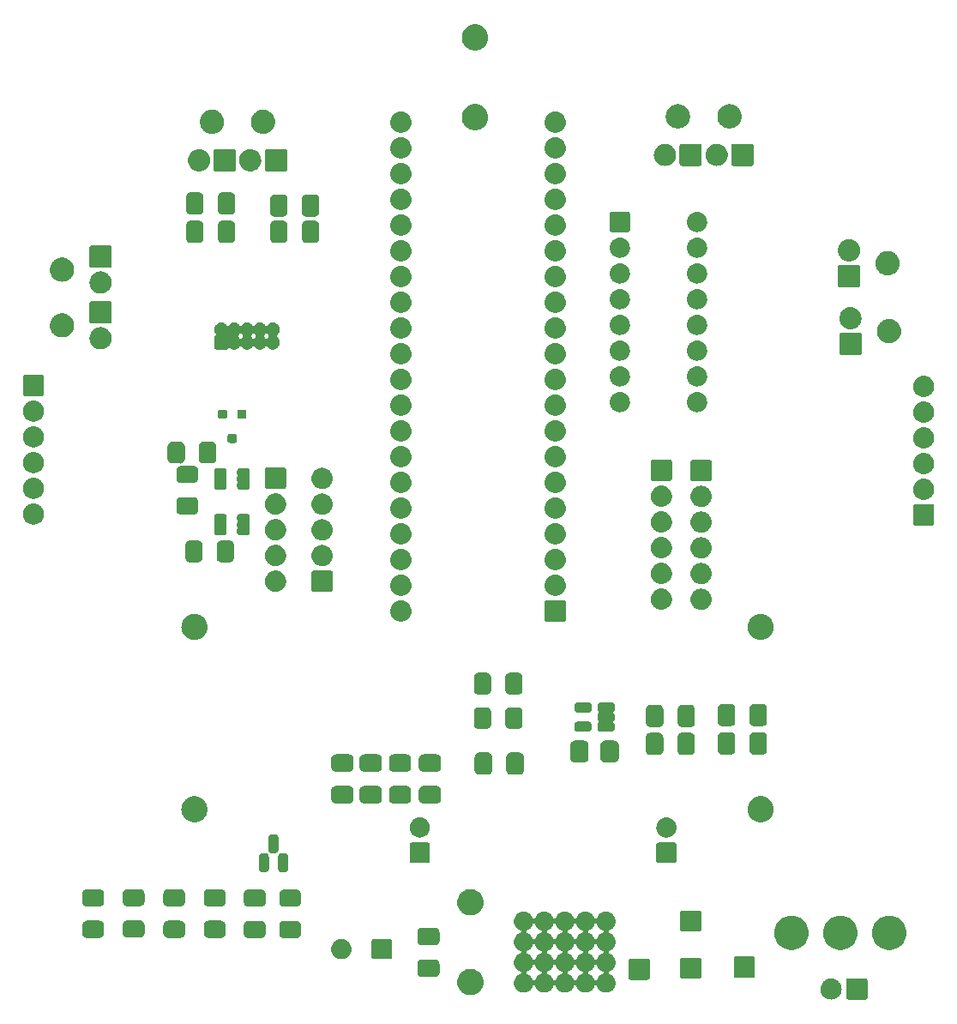
<source format=gbs>
G04 #@! TF.GenerationSoftware,KiCad,Pcbnew,8.0.6*
G04 #@! TF.CreationDate,2024-12-06T12:29:16-08:00*
G04 #@! TF.ProjectId,bloo,626c6f6f-2e6b-4696-9361-645f70636258,rev?*
G04 #@! TF.SameCoordinates,Original*
G04 #@! TF.FileFunction,Soldermask,Bot*
G04 #@! TF.FilePolarity,Negative*
%FSLAX46Y46*%
G04 Gerber Fmt 4.6, Leading zero omitted, Abs format (unit mm)*
G04 Created by KiCad (PCBNEW 8.0.6) date 2024-12-06 12:29:16*
%MOMM*%
%LPD*%
G01*
G04 APERTURE LIST*
G04 APERTURE END LIST*
G36*
X250510889Y-201905012D02*
G01*
X250556830Y-201905012D01*
X250607988Y-201914575D01*
X250664845Y-201920175D01*
X250708042Y-201933278D01*
X250747202Y-201940599D01*
X250801438Y-201961609D01*
X250861818Y-201979926D01*
X250896315Y-201998365D01*
X250927786Y-202010557D01*
X250982469Y-202044415D01*
X251043349Y-202076957D01*
X251068929Y-202097950D01*
X251092442Y-202112509D01*
X251144546Y-202160008D01*
X251202462Y-202207538D01*
X251219621Y-202228446D01*
X251235564Y-202242980D01*
X251281838Y-202304258D01*
X251333043Y-202366651D01*
X251342947Y-202385180D01*
X251352273Y-202397530D01*
X251389372Y-202472034D01*
X251430074Y-202548182D01*
X251434415Y-202562492D01*
X251438596Y-202570889D01*
X251463295Y-202657697D01*
X251489825Y-202745155D01*
X251490696Y-202754003D01*
X251491594Y-202757158D01*
X251500933Y-202857944D01*
X251510000Y-202950000D01*
X251500932Y-203042063D01*
X251491594Y-203142841D01*
X251490696Y-203145994D01*
X251489825Y-203154845D01*
X251463290Y-203242317D01*
X251438596Y-203329110D01*
X251434415Y-203337504D01*
X251430074Y-203351818D01*
X251389364Y-203427979D01*
X251352273Y-203502469D01*
X251342949Y-203514815D01*
X251333043Y-203533349D01*
X251281829Y-203595752D01*
X251235564Y-203657019D01*
X251219624Y-203671549D01*
X251202462Y-203692462D01*
X251144535Y-203740000D01*
X251092442Y-203787490D01*
X251068934Y-203802045D01*
X251043349Y-203823043D01*
X250982457Y-203855590D01*
X250927786Y-203889442D01*
X250896321Y-203901631D01*
X250861818Y-203920074D01*
X250801426Y-203938393D01*
X250747202Y-203959400D01*
X250708049Y-203966719D01*
X250664845Y-203979825D01*
X250607985Y-203985425D01*
X250556830Y-203994988D01*
X250510889Y-203994988D01*
X250460000Y-204000000D01*
X250409111Y-203994988D01*
X250363170Y-203994988D01*
X250312014Y-203985424D01*
X250255155Y-203979825D01*
X250211952Y-203966719D01*
X250172797Y-203959400D01*
X250118569Y-203938392D01*
X250058182Y-203920074D01*
X250023680Y-203901632D01*
X249992213Y-203889442D01*
X249937535Y-203855586D01*
X249876651Y-203823043D01*
X249851068Y-203802047D01*
X249827557Y-203787490D01*
X249775454Y-203739992D01*
X249717538Y-203692462D01*
X249700378Y-203671553D01*
X249684435Y-203657019D01*
X249638158Y-203595737D01*
X249586957Y-203533349D01*
X249577053Y-203514820D01*
X249567726Y-203502469D01*
X249530620Y-203427951D01*
X249489926Y-203351818D01*
X249485585Y-203337509D01*
X249481403Y-203329110D01*
X249456693Y-203242264D01*
X249430175Y-203154845D01*
X249429303Y-203146000D01*
X249428405Y-203142841D01*
X249419050Y-203041891D01*
X249410000Y-202950000D01*
X249419049Y-202858116D01*
X249428405Y-202757158D01*
X249429304Y-202753998D01*
X249430175Y-202745155D01*
X249456688Y-202657750D01*
X249481403Y-202570889D01*
X249485586Y-202562487D01*
X249489926Y-202548182D01*
X249530613Y-202472061D01*
X249567726Y-202397530D01*
X249577054Y-202385176D01*
X249586957Y-202366651D01*
X249638148Y-202304274D01*
X249684435Y-202242980D01*
X249700381Y-202228442D01*
X249717538Y-202207538D01*
X249775443Y-202160016D01*
X249827557Y-202112509D01*
X249851073Y-202097948D01*
X249876651Y-202076957D01*
X249937523Y-202044419D01*
X249992213Y-202010557D01*
X250023687Y-201998363D01*
X250058182Y-201979926D01*
X250118557Y-201961611D01*
X250172797Y-201940599D01*
X250211959Y-201933278D01*
X250255155Y-201920175D01*
X250312011Y-201914575D01*
X250363170Y-201905012D01*
X250409111Y-201905012D01*
X250460000Y-201900000D01*
X250510889Y-201905012D01*
G37*
G36*
X253866043Y-201903191D02*
G01*
X253898727Y-201907494D01*
X253906948Y-201911327D01*
X253926537Y-201915224D01*
X253952480Y-201932559D01*
X253963608Y-201937748D01*
X253970378Y-201944518D01*
X253991421Y-201958579D01*
X254005481Y-201979621D01*
X254012251Y-201986391D01*
X254017438Y-201997516D01*
X254034776Y-202023463D01*
X254038672Y-202043053D01*
X254042505Y-202051272D01*
X254046806Y-202083945D01*
X254050000Y-202100000D01*
X254050000Y-203800000D01*
X254046805Y-203816058D01*
X254042505Y-203848727D01*
X254038673Y-203856944D01*
X254034776Y-203876537D01*
X254017437Y-203902485D01*
X254012251Y-203913608D01*
X254005483Y-203920375D01*
X253991421Y-203941421D01*
X253970375Y-203955483D01*
X253963608Y-203962251D01*
X253952485Y-203967437D01*
X253926537Y-203984776D01*
X253906944Y-203988673D01*
X253898727Y-203992505D01*
X253866056Y-203996806D01*
X253850000Y-204000000D01*
X252150000Y-204000000D01*
X252133943Y-203996806D01*
X252101272Y-203992505D01*
X252093053Y-203988672D01*
X252073463Y-203984776D01*
X252047516Y-203967438D01*
X252036391Y-203962251D01*
X252029621Y-203955481D01*
X252008579Y-203941421D01*
X251994518Y-203920378D01*
X251987748Y-203913608D01*
X251982559Y-203902480D01*
X251965224Y-203876537D01*
X251961327Y-203856948D01*
X251957494Y-203848727D01*
X251953190Y-203816041D01*
X251950000Y-203800000D01*
X251950000Y-202100000D01*
X251953190Y-202083958D01*
X251957494Y-202051272D01*
X251961327Y-202043049D01*
X251965224Y-202023463D01*
X251982557Y-201997521D01*
X251987748Y-201986391D01*
X251994520Y-201979618D01*
X252008579Y-201958579D01*
X252029618Y-201944520D01*
X252036391Y-201937748D01*
X252047521Y-201932557D01*
X252073463Y-201915224D01*
X252093049Y-201911327D01*
X252101272Y-201907494D01*
X252133960Y-201903190D01*
X252150000Y-201900000D01*
X253850000Y-201900000D01*
X253866043Y-201903191D01*
G37*
G36*
X214905630Y-200954867D02*
G01*
X214957318Y-200954867D01*
X215014284Y-200964373D01*
X215075743Y-200969750D01*
X215124009Y-200982682D01*
X215169026Y-200990195D01*
X215229419Y-201010927D01*
X215294626Y-201028400D01*
X215334564Y-201047023D01*
X215372032Y-201059886D01*
X215433587Y-201093198D01*
X215500000Y-201124167D01*
X215531268Y-201146061D01*
X215560796Y-201162041D01*
X215620903Y-201208824D01*
X215685624Y-201254142D01*
X215708433Y-201276951D01*
X215730177Y-201293875D01*
X215786033Y-201354551D01*
X215845858Y-201414376D01*
X215860958Y-201435942D01*
X215875543Y-201451785D01*
X215924201Y-201526261D01*
X215975833Y-201600000D01*
X215984450Y-201618480D01*
X215992937Y-201631470D01*
X216031459Y-201719292D01*
X216071600Y-201805374D01*
X216075338Y-201819324D01*
X216079158Y-201828033D01*
X216104736Y-201929039D01*
X216130250Y-202024257D01*
X216130989Y-202032711D01*
X216131847Y-202036097D01*
X216141891Y-202157321D01*
X216150000Y-202250000D01*
X216141890Y-202342686D01*
X216131847Y-202463902D01*
X216130989Y-202467286D01*
X216130250Y-202475743D01*
X216104731Y-202570977D01*
X216079158Y-202671966D01*
X216075338Y-202680673D01*
X216071600Y-202694626D01*
X216031452Y-202780723D01*
X215992937Y-202868529D01*
X215984452Y-202881515D01*
X215975833Y-202900000D01*
X215924191Y-202973751D01*
X215875543Y-203048214D01*
X215860961Y-203064053D01*
X215845858Y-203085624D01*
X215786021Y-203145460D01*
X215730177Y-203206124D01*
X215708437Y-203223044D01*
X215685624Y-203245858D01*
X215620890Y-203291184D01*
X215560796Y-203337958D01*
X215531274Y-203353934D01*
X215500000Y-203375833D01*
X215433573Y-203406807D01*
X215372032Y-203440113D01*
X215334573Y-203452972D01*
X215294626Y-203471600D01*
X215229406Y-203489075D01*
X215169026Y-203509804D01*
X215124016Y-203517314D01*
X215075743Y-203530250D01*
X215014280Y-203535627D01*
X214957318Y-203545133D01*
X214905630Y-203545133D01*
X214850000Y-203550000D01*
X214794370Y-203545133D01*
X214742682Y-203545133D01*
X214685718Y-203535627D01*
X214624257Y-203530250D01*
X214575984Y-203517315D01*
X214530973Y-203509804D01*
X214470588Y-203489074D01*
X214405374Y-203471600D01*
X214365429Y-203452973D01*
X214327967Y-203440113D01*
X214266418Y-203406804D01*
X214200000Y-203375833D01*
X214168728Y-203353936D01*
X214139203Y-203337958D01*
X214079099Y-203291177D01*
X214014376Y-203245858D01*
X213991565Y-203223047D01*
X213969822Y-203206124D01*
X213913965Y-203145447D01*
X213854142Y-203085624D01*
X213839041Y-203064057D01*
X213824456Y-203048214D01*
X213775793Y-202973730D01*
X213724167Y-202900000D01*
X213715550Y-202881521D01*
X213707062Y-202868529D01*
X213668530Y-202780687D01*
X213628400Y-202694626D01*
X213624662Y-202680678D01*
X213620841Y-202671966D01*
X213595245Y-202570889D01*
X213569750Y-202475743D01*
X213569010Y-202467293D01*
X213568152Y-202463902D01*
X213558090Y-202342470D01*
X213550000Y-202250000D01*
X213558089Y-202157537D01*
X213568152Y-202036097D01*
X213569010Y-202032705D01*
X213569750Y-202024257D01*
X213595245Y-201929107D01*
X213620841Y-201828033D01*
X213624663Y-201819318D01*
X213628400Y-201805374D01*
X213668523Y-201719328D01*
X213707062Y-201631470D01*
X213715551Y-201618475D01*
X213724167Y-201600000D01*
X213775783Y-201526283D01*
X213824456Y-201451785D01*
X213839044Y-201435937D01*
X213854142Y-201414376D01*
X213913953Y-201354564D01*
X213969822Y-201293875D01*
X213991570Y-201276947D01*
X214014376Y-201254142D01*
X214079086Y-201208831D01*
X214139203Y-201162041D01*
X214168735Y-201146058D01*
X214200000Y-201124167D01*
X214266405Y-201093201D01*
X214327967Y-201059886D01*
X214365437Y-201047022D01*
X214405374Y-201028400D01*
X214470575Y-201010929D01*
X214530973Y-200990195D01*
X214575992Y-200982682D01*
X214624257Y-200969750D01*
X214685715Y-200964373D01*
X214742682Y-200954867D01*
X214794370Y-200954867D01*
X214850000Y-200950000D01*
X214905630Y-200954867D01*
G37*
G36*
X228275079Y-195292637D02*
G01*
X228316712Y-195292637D01*
X228363081Y-195301304D01*
X228415677Y-195306485D01*
X228455628Y-195318604D01*
X228491118Y-195325238D01*
X228540271Y-195344280D01*
X228596141Y-195361228D01*
X228628065Y-195378291D01*
X228656561Y-195389331D01*
X228706065Y-195419983D01*
X228762459Y-195450126D01*
X228786157Y-195469575D01*
X228807413Y-195482736D01*
X228854507Y-195525668D01*
X228908237Y-195569763D01*
X228924159Y-195589164D01*
X228938529Y-195602264D01*
X228980247Y-195657507D01*
X229027874Y-195715541D01*
X229037083Y-195732770D01*
X229045451Y-195743851D01*
X229078745Y-195810716D01*
X229116772Y-195881859D01*
X229120827Y-195895228D01*
X229124539Y-195902682D01*
X229146470Y-195979763D01*
X229171515Y-196062323D01*
X229172337Y-196070673D01*
X229173093Y-196073329D01*
X229180944Y-196158060D01*
X229190000Y-196250000D01*
X229180943Y-196341947D01*
X229173093Y-196426670D01*
X229172337Y-196429324D01*
X229171515Y-196437677D01*
X229146466Y-196520252D01*
X229124539Y-196597317D01*
X229120828Y-196604769D01*
X229116772Y-196618141D01*
X229078738Y-196689297D01*
X229045451Y-196756148D01*
X229037084Y-196767226D01*
X229027874Y-196784459D01*
X228980238Y-196842503D01*
X228938529Y-196897735D01*
X228924162Y-196910831D01*
X228908237Y-196930237D01*
X228854496Y-196974340D01*
X228807413Y-197017263D01*
X228786162Y-197030420D01*
X228762459Y-197049874D01*
X228706053Y-197080023D01*
X228656561Y-197110668D01*
X228628071Y-197121704D01*
X228596141Y-197138772D01*
X228540262Y-197155722D01*
X228476630Y-197180374D01*
X228476630Y-197351626D01*
X228540266Y-197376278D01*
X228596141Y-197393228D01*
X228628065Y-197410291D01*
X228656561Y-197421331D01*
X228706065Y-197451983D01*
X228762459Y-197482126D01*
X228786157Y-197501575D01*
X228807413Y-197514736D01*
X228854507Y-197557668D01*
X228908237Y-197601763D01*
X228924159Y-197621164D01*
X228938529Y-197634264D01*
X228980247Y-197689507D01*
X229027874Y-197747541D01*
X229037083Y-197764770D01*
X229045451Y-197775851D01*
X229078745Y-197842716D01*
X229116772Y-197913859D01*
X229120827Y-197927228D01*
X229124539Y-197934682D01*
X229146470Y-198011763D01*
X229171515Y-198094323D01*
X229172337Y-198102673D01*
X229173093Y-198105329D01*
X229180944Y-198190060D01*
X229190000Y-198282000D01*
X229180943Y-198373947D01*
X229173093Y-198458670D01*
X229172337Y-198461324D01*
X229171515Y-198469677D01*
X229146466Y-198552252D01*
X229124539Y-198629317D01*
X229120828Y-198636769D01*
X229116772Y-198650141D01*
X229078738Y-198721297D01*
X229045451Y-198788148D01*
X229037084Y-198799226D01*
X229027874Y-198816459D01*
X228980238Y-198874503D01*
X228938529Y-198929735D01*
X228924162Y-198942831D01*
X228908237Y-198962237D01*
X228854496Y-199006340D01*
X228807413Y-199049263D01*
X228786162Y-199062420D01*
X228762459Y-199081874D01*
X228706053Y-199112023D01*
X228656561Y-199142668D01*
X228628071Y-199153704D01*
X228596141Y-199170772D01*
X228540262Y-199187722D01*
X228476630Y-199212374D01*
X228476630Y-199383626D01*
X228540266Y-199408278D01*
X228596141Y-199425228D01*
X228628065Y-199442291D01*
X228656561Y-199453331D01*
X228706065Y-199483983D01*
X228762459Y-199514126D01*
X228786157Y-199533575D01*
X228807413Y-199546736D01*
X228854507Y-199589668D01*
X228908237Y-199633763D01*
X228924159Y-199653164D01*
X228938529Y-199666264D01*
X228980247Y-199721507D01*
X229027874Y-199779541D01*
X229037083Y-199796770D01*
X229045451Y-199807851D01*
X229078745Y-199874716D01*
X229116772Y-199945859D01*
X229120827Y-199959228D01*
X229124539Y-199966682D01*
X229146470Y-200043763D01*
X229171515Y-200126323D01*
X229172337Y-200134673D01*
X229173093Y-200137329D01*
X229180944Y-200222060D01*
X229190000Y-200314000D01*
X229180943Y-200405947D01*
X229173093Y-200490670D01*
X229172337Y-200493324D01*
X229171515Y-200501677D01*
X229146466Y-200584252D01*
X229124539Y-200661317D01*
X229120828Y-200668769D01*
X229116772Y-200682141D01*
X229078738Y-200753297D01*
X229045451Y-200820148D01*
X229037084Y-200831226D01*
X229027874Y-200848459D01*
X228980238Y-200906503D01*
X228938529Y-200961735D01*
X228924162Y-200974831D01*
X228908237Y-200994237D01*
X228854496Y-201038340D01*
X228807413Y-201081263D01*
X228786162Y-201094420D01*
X228762459Y-201113874D01*
X228706053Y-201144023D01*
X228656561Y-201174668D01*
X228628071Y-201185704D01*
X228596141Y-201202772D01*
X228540262Y-201219722D01*
X228476630Y-201244374D01*
X228476630Y-201415626D01*
X228540266Y-201440278D01*
X228596141Y-201457228D01*
X228628065Y-201474291D01*
X228656561Y-201485331D01*
X228706065Y-201515983D01*
X228762459Y-201546126D01*
X228786157Y-201565575D01*
X228807413Y-201578736D01*
X228854507Y-201621668D01*
X228908237Y-201665763D01*
X228924159Y-201685164D01*
X228938529Y-201698264D01*
X228980247Y-201753507D01*
X229027874Y-201811541D01*
X229037083Y-201828770D01*
X229045451Y-201839851D01*
X229078745Y-201906716D01*
X229116772Y-201977859D01*
X229120827Y-201991228D01*
X229124539Y-201998682D01*
X229146470Y-202075763D01*
X229171515Y-202158323D01*
X229172337Y-202166673D01*
X229173093Y-202169329D01*
X229180944Y-202254060D01*
X229190000Y-202346000D01*
X229180943Y-202437947D01*
X229173093Y-202522670D01*
X229172337Y-202525324D01*
X229171515Y-202533677D01*
X229146466Y-202616252D01*
X229124539Y-202693317D01*
X229120828Y-202700769D01*
X229116772Y-202714141D01*
X229078738Y-202785297D01*
X229045451Y-202852148D01*
X229037084Y-202863226D01*
X229027874Y-202880459D01*
X228980238Y-202938503D01*
X228938529Y-202993735D01*
X228924162Y-203006831D01*
X228908237Y-203026237D01*
X228854496Y-203070340D01*
X228807413Y-203113263D01*
X228786162Y-203126420D01*
X228762459Y-203145874D01*
X228706053Y-203176023D01*
X228656561Y-203206668D01*
X228628071Y-203217704D01*
X228596141Y-203234772D01*
X228540260Y-203251723D01*
X228491118Y-203270761D01*
X228455635Y-203277393D01*
X228415677Y-203289515D01*
X228363078Y-203294695D01*
X228316712Y-203303363D01*
X228275079Y-203303363D01*
X228228000Y-203308000D01*
X228180921Y-203303363D01*
X228139288Y-203303363D01*
X228092920Y-203294695D01*
X228040323Y-203289515D01*
X228000366Y-203277394D01*
X227964881Y-203270761D01*
X227915735Y-203251721D01*
X227859859Y-203234772D01*
X227827930Y-203217706D01*
X227799438Y-203206668D01*
X227749939Y-203176019D01*
X227693541Y-203145874D01*
X227669840Y-203126423D01*
X227648586Y-203113263D01*
X227601493Y-203070332D01*
X227547763Y-203026237D01*
X227531840Y-203006835D01*
X227517470Y-202993735D01*
X227475749Y-202938488D01*
X227428126Y-202880459D01*
X227418917Y-202863230D01*
X227410548Y-202852148D01*
X227377247Y-202785270D01*
X227339228Y-202714141D01*
X227335173Y-202700774D01*
X227331461Y-202693319D01*
X227309562Y-202616347D01*
X227306187Y-202605220D01*
X227117813Y-202605220D01*
X227114435Y-202616354D01*
X227092538Y-202693319D01*
X227088828Y-202700769D01*
X227084772Y-202714141D01*
X227046738Y-202785297D01*
X227013451Y-202852148D01*
X227005084Y-202863226D01*
X226995874Y-202880459D01*
X226948238Y-202938503D01*
X226906529Y-202993735D01*
X226892162Y-203006831D01*
X226876237Y-203026237D01*
X226822496Y-203070340D01*
X226775413Y-203113263D01*
X226754162Y-203126420D01*
X226730459Y-203145874D01*
X226674053Y-203176023D01*
X226624561Y-203206668D01*
X226596071Y-203217704D01*
X226564141Y-203234772D01*
X226508260Y-203251723D01*
X226459118Y-203270761D01*
X226423635Y-203277393D01*
X226383677Y-203289515D01*
X226331078Y-203294695D01*
X226284712Y-203303363D01*
X226243079Y-203303363D01*
X226196000Y-203308000D01*
X226148921Y-203303363D01*
X226107288Y-203303363D01*
X226060920Y-203294695D01*
X226008323Y-203289515D01*
X225968366Y-203277394D01*
X225932881Y-203270761D01*
X225883735Y-203251721D01*
X225827859Y-203234772D01*
X225795930Y-203217706D01*
X225767438Y-203206668D01*
X225717939Y-203176019D01*
X225661541Y-203145874D01*
X225637840Y-203126423D01*
X225616586Y-203113263D01*
X225569493Y-203070332D01*
X225515763Y-203026237D01*
X225499840Y-203006835D01*
X225485470Y-202993735D01*
X225443749Y-202938488D01*
X225396126Y-202880459D01*
X225386917Y-202863230D01*
X225378548Y-202852148D01*
X225345247Y-202785270D01*
X225307228Y-202714141D01*
X225303173Y-202700774D01*
X225299461Y-202693319D01*
X225277562Y-202616347D01*
X225274187Y-202605220D01*
X225085813Y-202605220D01*
X225082435Y-202616354D01*
X225060538Y-202693319D01*
X225056828Y-202700769D01*
X225052772Y-202714141D01*
X225014738Y-202785297D01*
X224981451Y-202852148D01*
X224973084Y-202863226D01*
X224963874Y-202880459D01*
X224916238Y-202938503D01*
X224874529Y-202993735D01*
X224860162Y-203006831D01*
X224844237Y-203026237D01*
X224790496Y-203070340D01*
X224743413Y-203113263D01*
X224722162Y-203126420D01*
X224698459Y-203145874D01*
X224642053Y-203176023D01*
X224592561Y-203206668D01*
X224564071Y-203217704D01*
X224532141Y-203234772D01*
X224476260Y-203251723D01*
X224427118Y-203270761D01*
X224391635Y-203277393D01*
X224351677Y-203289515D01*
X224299078Y-203294695D01*
X224252712Y-203303363D01*
X224211079Y-203303363D01*
X224164000Y-203308000D01*
X224116921Y-203303363D01*
X224075288Y-203303363D01*
X224028920Y-203294695D01*
X223976323Y-203289515D01*
X223936366Y-203277394D01*
X223900881Y-203270761D01*
X223851735Y-203251721D01*
X223795859Y-203234772D01*
X223763930Y-203217706D01*
X223735438Y-203206668D01*
X223685939Y-203176019D01*
X223629541Y-203145874D01*
X223605840Y-203126423D01*
X223584586Y-203113263D01*
X223537493Y-203070332D01*
X223483763Y-203026237D01*
X223467840Y-203006835D01*
X223453470Y-202993735D01*
X223411749Y-202938488D01*
X223364126Y-202880459D01*
X223354917Y-202863230D01*
X223346548Y-202852148D01*
X223313247Y-202785270D01*
X223275228Y-202714141D01*
X223271173Y-202700774D01*
X223267461Y-202693319D01*
X223245562Y-202616347D01*
X223242187Y-202605220D01*
X223053813Y-202605220D01*
X223050435Y-202616354D01*
X223028538Y-202693319D01*
X223024828Y-202700769D01*
X223020772Y-202714141D01*
X222982738Y-202785297D01*
X222949451Y-202852148D01*
X222941084Y-202863226D01*
X222931874Y-202880459D01*
X222884238Y-202938503D01*
X222842529Y-202993735D01*
X222828162Y-203006831D01*
X222812237Y-203026237D01*
X222758496Y-203070340D01*
X222711413Y-203113263D01*
X222690162Y-203126420D01*
X222666459Y-203145874D01*
X222610053Y-203176023D01*
X222560561Y-203206668D01*
X222532071Y-203217704D01*
X222500141Y-203234772D01*
X222444260Y-203251723D01*
X222395118Y-203270761D01*
X222359635Y-203277393D01*
X222319677Y-203289515D01*
X222267078Y-203294695D01*
X222220712Y-203303363D01*
X222179079Y-203303363D01*
X222132000Y-203308000D01*
X222084921Y-203303363D01*
X222043288Y-203303363D01*
X221996920Y-203294695D01*
X221944323Y-203289515D01*
X221904366Y-203277394D01*
X221868881Y-203270761D01*
X221819735Y-203251721D01*
X221763859Y-203234772D01*
X221731930Y-203217706D01*
X221703438Y-203206668D01*
X221653939Y-203176019D01*
X221597541Y-203145874D01*
X221573840Y-203126423D01*
X221552586Y-203113263D01*
X221505493Y-203070332D01*
X221451763Y-203026237D01*
X221435840Y-203006835D01*
X221421470Y-202993735D01*
X221379749Y-202938488D01*
X221332126Y-202880459D01*
X221322917Y-202863230D01*
X221314548Y-202852148D01*
X221281247Y-202785270D01*
X221243228Y-202714141D01*
X221239173Y-202700774D01*
X221235461Y-202693319D01*
X221213562Y-202616347D01*
X221210187Y-202605220D01*
X221021813Y-202605220D01*
X221018435Y-202616354D01*
X220996538Y-202693319D01*
X220992828Y-202700769D01*
X220988772Y-202714141D01*
X220950738Y-202785297D01*
X220917451Y-202852148D01*
X220909084Y-202863226D01*
X220899874Y-202880459D01*
X220852238Y-202938503D01*
X220810529Y-202993735D01*
X220796162Y-203006831D01*
X220780237Y-203026237D01*
X220726496Y-203070340D01*
X220679413Y-203113263D01*
X220658162Y-203126420D01*
X220634459Y-203145874D01*
X220578053Y-203176023D01*
X220528561Y-203206668D01*
X220500071Y-203217704D01*
X220468141Y-203234772D01*
X220412260Y-203251723D01*
X220363118Y-203270761D01*
X220327635Y-203277393D01*
X220287677Y-203289515D01*
X220235078Y-203294695D01*
X220188712Y-203303363D01*
X220147079Y-203303363D01*
X220100000Y-203308000D01*
X220052921Y-203303363D01*
X220011288Y-203303363D01*
X219964920Y-203294695D01*
X219912323Y-203289515D01*
X219872366Y-203277394D01*
X219836881Y-203270761D01*
X219787735Y-203251721D01*
X219731859Y-203234772D01*
X219699930Y-203217706D01*
X219671438Y-203206668D01*
X219621939Y-203176019D01*
X219565541Y-203145874D01*
X219541840Y-203126423D01*
X219520586Y-203113263D01*
X219473493Y-203070332D01*
X219419763Y-203026237D01*
X219403840Y-203006835D01*
X219389470Y-202993735D01*
X219347749Y-202938488D01*
X219300126Y-202880459D01*
X219290917Y-202863230D01*
X219282548Y-202852148D01*
X219249247Y-202785270D01*
X219211228Y-202714141D01*
X219207173Y-202700774D01*
X219203460Y-202693317D01*
X219181517Y-202616198D01*
X219156485Y-202533677D01*
X219155662Y-202525330D01*
X219154906Y-202522670D01*
X219147039Y-202437776D01*
X219138000Y-202346000D01*
X219147038Y-202254232D01*
X219154906Y-202169329D01*
X219155663Y-202166668D01*
X219156485Y-202158323D01*
X219181513Y-202075816D01*
X219203460Y-201998682D01*
X219207174Y-201991223D01*
X219211228Y-201977859D01*
X219249239Y-201906743D01*
X219282548Y-201839851D01*
X219290919Y-201828765D01*
X219300126Y-201811541D01*
X219347739Y-201753523D01*
X219389470Y-201698264D01*
X219403843Y-201685160D01*
X219419763Y-201665763D01*
X219473482Y-201621676D01*
X219520586Y-201578736D01*
X219541845Y-201565572D01*
X219565541Y-201546126D01*
X219621927Y-201515987D01*
X219671438Y-201485331D01*
X219699936Y-201474290D01*
X219731859Y-201457228D01*
X219787728Y-201440280D01*
X219851369Y-201415626D01*
X219851369Y-201244374D01*
X220348630Y-201244374D01*
X220348630Y-201415626D01*
X220412266Y-201440278D01*
X220468141Y-201457228D01*
X220500065Y-201474291D01*
X220528561Y-201485331D01*
X220578065Y-201515983D01*
X220634459Y-201546126D01*
X220658157Y-201565575D01*
X220679413Y-201578736D01*
X220726507Y-201621668D01*
X220780237Y-201665763D01*
X220796159Y-201685164D01*
X220810529Y-201698264D01*
X220852247Y-201753507D01*
X220899874Y-201811541D01*
X220909083Y-201828770D01*
X220917451Y-201839851D01*
X220950745Y-201906716D01*
X220988772Y-201977859D01*
X220992827Y-201991228D01*
X220996539Y-201998682D01*
X221018482Y-202075803D01*
X221021812Y-202086779D01*
X221210188Y-202086779D01*
X221213515Y-202075809D01*
X221235460Y-201998682D01*
X221239174Y-201991223D01*
X221243228Y-201977859D01*
X221281239Y-201906743D01*
X221314548Y-201839851D01*
X221322919Y-201828765D01*
X221332126Y-201811541D01*
X221379739Y-201753523D01*
X221421470Y-201698264D01*
X221435843Y-201685160D01*
X221451763Y-201665763D01*
X221505482Y-201621676D01*
X221552586Y-201578736D01*
X221573845Y-201565572D01*
X221597541Y-201546126D01*
X221653927Y-201515987D01*
X221703438Y-201485331D01*
X221731936Y-201474290D01*
X221763859Y-201457228D01*
X221819728Y-201440280D01*
X221883369Y-201415626D01*
X221883369Y-201244374D01*
X222380630Y-201244374D01*
X222380630Y-201415626D01*
X222444266Y-201440278D01*
X222500141Y-201457228D01*
X222532065Y-201474291D01*
X222560561Y-201485331D01*
X222610065Y-201515983D01*
X222666459Y-201546126D01*
X222690157Y-201565575D01*
X222711413Y-201578736D01*
X222758507Y-201621668D01*
X222812237Y-201665763D01*
X222828159Y-201685164D01*
X222842529Y-201698264D01*
X222884247Y-201753507D01*
X222931874Y-201811541D01*
X222941083Y-201828770D01*
X222949451Y-201839851D01*
X222982745Y-201906716D01*
X223020772Y-201977859D01*
X223024827Y-201991228D01*
X223028539Y-201998682D01*
X223050482Y-202075803D01*
X223053812Y-202086779D01*
X223242188Y-202086779D01*
X223245515Y-202075809D01*
X223267460Y-201998682D01*
X223271174Y-201991223D01*
X223275228Y-201977859D01*
X223313239Y-201906743D01*
X223346548Y-201839851D01*
X223354919Y-201828765D01*
X223364126Y-201811541D01*
X223411739Y-201753523D01*
X223453470Y-201698264D01*
X223467843Y-201685160D01*
X223483763Y-201665763D01*
X223537482Y-201621676D01*
X223584586Y-201578736D01*
X223605845Y-201565572D01*
X223629541Y-201546126D01*
X223685927Y-201515987D01*
X223735438Y-201485331D01*
X223763936Y-201474290D01*
X223795859Y-201457228D01*
X223851728Y-201440280D01*
X223915369Y-201415626D01*
X223915369Y-201244374D01*
X224412630Y-201244374D01*
X224412630Y-201415626D01*
X224476266Y-201440278D01*
X224532141Y-201457228D01*
X224564065Y-201474291D01*
X224592561Y-201485331D01*
X224642065Y-201515983D01*
X224698459Y-201546126D01*
X224722157Y-201565575D01*
X224743413Y-201578736D01*
X224790507Y-201621668D01*
X224844237Y-201665763D01*
X224860159Y-201685164D01*
X224874529Y-201698264D01*
X224916247Y-201753507D01*
X224963874Y-201811541D01*
X224973083Y-201828770D01*
X224981451Y-201839851D01*
X225014745Y-201906716D01*
X225052772Y-201977859D01*
X225056827Y-201991228D01*
X225060539Y-201998682D01*
X225082482Y-202075803D01*
X225085812Y-202086779D01*
X225274188Y-202086779D01*
X225277515Y-202075809D01*
X225299460Y-201998682D01*
X225303174Y-201991223D01*
X225307228Y-201977859D01*
X225345239Y-201906743D01*
X225378548Y-201839851D01*
X225386919Y-201828765D01*
X225396126Y-201811541D01*
X225443739Y-201753523D01*
X225485470Y-201698264D01*
X225499843Y-201685160D01*
X225515763Y-201665763D01*
X225569482Y-201621676D01*
X225616586Y-201578736D01*
X225637845Y-201565572D01*
X225661541Y-201546126D01*
X225717927Y-201515987D01*
X225767438Y-201485331D01*
X225795936Y-201474290D01*
X225827859Y-201457228D01*
X225883728Y-201440280D01*
X225947369Y-201415626D01*
X225947369Y-201244374D01*
X226444630Y-201244374D01*
X226444630Y-201415626D01*
X226508266Y-201440278D01*
X226564141Y-201457228D01*
X226596065Y-201474291D01*
X226624561Y-201485331D01*
X226674065Y-201515983D01*
X226730459Y-201546126D01*
X226754157Y-201565575D01*
X226775413Y-201578736D01*
X226822507Y-201621668D01*
X226876237Y-201665763D01*
X226892159Y-201685164D01*
X226906529Y-201698264D01*
X226948247Y-201753507D01*
X226995874Y-201811541D01*
X227005083Y-201828770D01*
X227013451Y-201839851D01*
X227046745Y-201906716D01*
X227084772Y-201977859D01*
X227088827Y-201991228D01*
X227092539Y-201998682D01*
X227114482Y-202075803D01*
X227117812Y-202086779D01*
X227306188Y-202086779D01*
X227309515Y-202075809D01*
X227331460Y-201998682D01*
X227335174Y-201991223D01*
X227339228Y-201977859D01*
X227377239Y-201906743D01*
X227410548Y-201839851D01*
X227418919Y-201828765D01*
X227428126Y-201811541D01*
X227475739Y-201753523D01*
X227517470Y-201698264D01*
X227531843Y-201685160D01*
X227547763Y-201665763D01*
X227601482Y-201621676D01*
X227648586Y-201578736D01*
X227669845Y-201565572D01*
X227693541Y-201546126D01*
X227749927Y-201515987D01*
X227799438Y-201485331D01*
X227827936Y-201474290D01*
X227859859Y-201457228D01*
X227915728Y-201440280D01*
X227979369Y-201415626D01*
X227979369Y-201244374D01*
X227915732Y-201219721D01*
X227859859Y-201202772D01*
X227827931Y-201185706D01*
X227799438Y-201174668D01*
X227749939Y-201144019D01*
X227693541Y-201113874D01*
X227669840Y-201094423D01*
X227648586Y-201081263D01*
X227601493Y-201038332D01*
X227547763Y-200994237D01*
X227531840Y-200974835D01*
X227517470Y-200961735D01*
X227475749Y-200906488D01*
X227428126Y-200848459D01*
X227418917Y-200831230D01*
X227410548Y-200820148D01*
X227377247Y-200753270D01*
X227339228Y-200682141D01*
X227335173Y-200668774D01*
X227331461Y-200661319D01*
X227309562Y-200584347D01*
X227306187Y-200573220D01*
X227117813Y-200573220D01*
X227114435Y-200584354D01*
X227092538Y-200661319D01*
X227088828Y-200668769D01*
X227084772Y-200682141D01*
X227046738Y-200753297D01*
X227013451Y-200820148D01*
X227005084Y-200831226D01*
X226995874Y-200848459D01*
X226948238Y-200906503D01*
X226906529Y-200961735D01*
X226892162Y-200974831D01*
X226876237Y-200994237D01*
X226822496Y-201038340D01*
X226775413Y-201081263D01*
X226754162Y-201094420D01*
X226730459Y-201113874D01*
X226674053Y-201144023D01*
X226624561Y-201174668D01*
X226596071Y-201185704D01*
X226564141Y-201202772D01*
X226508262Y-201219722D01*
X226444630Y-201244374D01*
X225947369Y-201244374D01*
X225883732Y-201219721D01*
X225827859Y-201202772D01*
X225795931Y-201185706D01*
X225767438Y-201174668D01*
X225717939Y-201144019D01*
X225661541Y-201113874D01*
X225637840Y-201094423D01*
X225616586Y-201081263D01*
X225569493Y-201038332D01*
X225515763Y-200994237D01*
X225499840Y-200974835D01*
X225485470Y-200961735D01*
X225443749Y-200906488D01*
X225396126Y-200848459D01*
X225386917Y-200831230D01*
X225378548Y-200820148D01*
X225345247Y-200753270D01*
X225307228Y-200682141D01*
X225303173Y-200668774D01*
X225299461Y-200661319D01*
X225277562Y-200584347D01*
X225274187Y-200573220D01*
X225085813Y-200573220D01*
X225082435Y-200584354D01*
X225060538Y-200661319D01*
X225056828Y-200668769D01*
X225052772Y-200682141D01*
X225014738Y-200753297D01*
X224981451Y-200820148D01*
X224973084Y-200831226D01*
X224963874Y-200848459D01*
X224916238Y-200906503D01*
X224874529Y-200961735D01*
X224860162Y-200974831D01*
X224844237Y-200994237D01*
X224790496Y-201038340D01*
X224743413Y-201081263D01*
X224722162Y-201094420D01*
X224698459Y-201113874D01*
X224642053Y-201144023D01*
X224592561Y-201174668D01*
X224564071Y-201185704D01*
X224532141Y-201202772D01*
X224476262Y-201219722D01*
X224412630Y-201244374D01*
X223915369Y-201244374D01*
X223851732Y-201219721D01*
X223795859Y-201202772D01*
X223763931Y-201185706D01*
X223735438Y-201174668D01*
X223685939Y-201144019D01*
X223629541Y-201113874D01*
X223605840Y-201094423D01*
X223584586Y-201081263D01*
X223537493Y-201038332D01*
X223483763Y-200994237D01*
X223467840Y-200974835D01*
X223453470Y-200961735D01*
X223411749Y-200906488D01*
X223364126Y-200848459D01*
X223354917Y-200831230D01*
X223346548Y-200820148D01*
X223313247Y-200753270D01*
X223275228Y-200682141D01*
X223271173Y-200668774D01*
X223267461Y-200661319D01*
X223245562Y-200584347D01*
X223242187Y-200573220D01*
X223053813Y-200573220D01*
X223050435Y-200584354D01*
X223028538Y-200661319D01*
X223024828Y-200668769D01*
X223020772Y-200682141D01*
X222982738Y-200753297D01*
X222949451Y-200820148D01*
X222941084Y-200831226D01*
X222931874Y-200848459D01*
X222884238Y-200906503D01*
X222842529Y-200961735D01*
X222828162Y-200974831D01*
X222812237Y-200994237D01*
X222758496Y-201038340D01*
X222711413Y-201081263D01*
X222690162Y-201094420D01*
X222666459Y-201113874D01*
X222610053Y-201144023D01*
X222560561Y-201174668D01*
X222532071Y-201185704D01*
X222500141Y-201202772D01*
X222444262Y-201219722D01*
X222380630Y-201244374D01*
X221883369Y-201244374D01*
X221819732Y-201219721D01*
X221763859Y-201202772D01*
X221731931Y-201185706D01*
X221703438Y-201174668D01*
X221653939Y-201144019D01*
X221597541Y-201113874D01*
X221573840Y-201094423D01*
X221552586Y-201081263D01*
X221505493Y-201038332D01*
X221451763Y-200994237D01*
X221435840Y-200974835D01*
X221421470Y-200961735D01*
X221379749Y-200906488D01*
X221332126Y-200848459D01*
X221322917Y-200831230D01*
X221314548Y-200820148D01*
X221281247Y-200753270D01*
X221243228Y-200682141D01*
X221239173Y-200668774D01*
X221235461Y-200661319D01*
X221213562Y-200584347D01*
X221210187Y-200573220D01*
X221021813Y-200573220D01*
X221018435Y-200584354D01*
X220996538Y-200661319D01*
X220992828Y-200668769D01*
X220988772Y-200682141D01*
X220950738Y-200753297D01*
X220917451Y-200820148D01*
X220909084Y-200831226D01*
X220899874Y-200848459D01*
X220852238Y-200906503D01*
X220810529Y-200961735D01*
X220796162Y-200974831D01*
X220780237Y-200994237D01*
X220726496Y-201038340D01*
X220679413Y-201081263D01*
X220658162Y-201094420D01*
X220634459Y-201113874D01*
X220578053Y-201144023D01*
X220528561Y-201174668D01*
X220500071Y-201185704D01*
X220468141Y-201202772D01*
X220412262Y-201219722D01*
X220348630Y-201244374D01*
X219851369Y-201244374D01*
X219787732Y-201219721D01*
X219731859Y-201202772D01*
X219699931Y-201185706D01*
X219671438Y-201174668D01*
X219621939Y-201144019D01*
X219565541Y-201113874D01*
X219541840Y-201094423D01*
X219520586Y-201081263D01*
X219473493Y-201038332D01*
X219419763Y-200994237D01*
X219403840Y-200974835D01*
X219389470Y-200961735D01*
X219347749Y-200906488D01*
X219300126Y-200848459D01*
X219290917Y-200831230D01*
X219282548Y-200820148D01*
X219249247Y-200753270D01*
X219211228Y-200682141D01*
X219207173Y-200668774D01*
X219203460Y-200661317D01*
X219181517Y-200584198D01*
X219156485Y-200501677D01*
X219155662Y-200493330D01*
X219154906Y-200490670D01*
X219147039Y-200405776D01*
X219138000Y-200314000D01*
X219147038Y-200222232D01*
X219154906Y-200137329D01*
X219155663Y-200134668D01*
X219156485Y-200126323D01*
X219181513Y-200043816D01*
X219203460Y-199966682D01*
X219207174Y-199959223D01*
X219211228Y-199945859D01*
X219249239Y-199874743D01*
X219282548Y-199807851D01*
X219290919Y-199796765D01*
X219300126Y-199779541D01*
X219347739Y-199721523D01*
X219389470Y-199666264D01*
X219403843Y-199653160D01*
X219419763Y-199633763D01*
X219473482Y-199589676D01*
X219520586Y-199546736D01*
X219541845Y-199533572D01*
X219565541Y-199514126D01*
X219621927Y-199483987D01*
X219671438Y-199453331D01*
X219699936Y-199442290D01*
X219731859Y-199425228D01*
X219787728Y-199408280D01*
X219851369Y-199383626D01*
X219851369Y-199212374D01*
X220348630Y-199212374D01*
X220348630Y-199383626D01*
X220412266Y-199408278D01*
X220468141Y-199425228D01*
X220500065Y-199442291D01*
X220528561Y-199453331D01*
X220578065Y-199483983D01*
X220634459Y-199514126D01*
X220658157Y-199533575D01*
X220679413Y-199546736D01*
X220726507Y-199589668D01*
X220780237Y-199633763D01*
X220796159Y-199653164D01*
X220810529Y-199666264D01*
X220852247Y-199721507D01*
X220899874Y-199779541D01*
X220909083Y-199796770D01*
X220917451Y-199807851D01*
X220950745Y-199874716D01*
X220988772Y-199945859D01*
X220992827Y-199959228D01*
X220996539Y-199966682D01*
X221018482Y-200043803D01*
X221021812Y-200054779D01*
X221210188Y-200054779D01*
X221213515Y-200043809D01*
X221235460Y-199966682D01*
X221239174Y-199959223D01*
X221243228Y-199945859D01*
X221281239Y-199874743D01*
X221314548Y-199807851D01*
X221322919Y-199796765D01*
X221332126Y-199779541D01*
X221379739Y-199721523D01*
X221421470Y-199666264D01*
X221435843Y-199653160D01*
X221451763Y-199633763D01*
X221505482Y-199589676D01*
X221552586Y-199546736D01*
X221573845Y-199533572D01*
X221597541Y-199514126D01*
X221653927Y-199483987D01*
X221703438Y-199453331D01*
X221731936Y-199442290D01*
X221763859Y-199425228D01*
X221819728Y-199408280D01*
X221883369Y-199383626D01*
X221883369Y-199212374D01*
X222380630Y-199212374D01*
X222380630Y-199383626D01*
X222444266Y-199408278D01*
X222500141Y-199425228D01*
X222532065Y-199442291D01*
X222560561Y-199453331D01*
X222610065Y-199483983D01*
X222666459Y-199514126D01*
X222690157Y-199533575D01*
X222711413Y-199546736D01*
X222758507Y-199589668D01*
X222812237Y-199633763D01*
X222828159Y-199653164D01*
X222842529Y-199666264D01*
X222884247Y-199721507D01*
X222931874Y-199779541D01*
X222941083Y-199796770D01*
X222949451Y-199807851D01*
X222982745Y-199874716D01*
X223020772Y-199945859D01*
X223024827Y-199959228D01*
X223028539Y-199966682D01*
X223050482Y-200043803D01*
X223053812Y-200054779D01*
X223242188Y-200054779D01*
X223245515Y-200043809D01*
X223267460Y-199966682D01*
X223271174Y-199959223D01*
X223275228Y-199945859D01*
X223313239Y-199874743D01*
X223346548Y-199807851D01*
X223354919Y-199796765D01*
X223364126Y-199779541D01*
X223411739Y-199721523D01*
X223453470Y-199666264D01*
X223467843Y-199653160D01*
X223483763Y-199633763D01*
X223537482Y-199589676D01*
X223584586Y-199546736D01*
X223605845Y-199533572D01*
X223629541Y-199514126D01*
X223685927Y-199483987D01*
X223735438Y-199453331D01*
X223763936Y-199442290D01*
X223795859Y-199425228D01*
X223851728Y-199408280D01*
X223915369Y-199383626D01*
X223915369Y-199212374D01*
X224412630Y-199212374D01*
X224412630Y-199383626D01*
X224476266Y-199408278D01*
X224532141Y-199425228D01*
X224564065Y-199442291D01*
X224592561Y-199453331D01*
X224642065Y-199483983D01*
X224698459Y-199514126D01*
X224722157Y-199533575D01*
X224743413Y-199546736D01*
X224790507Y-199589668D01*
X224844237Y-199633763D01*
X224860159Y-199653164D01*
X224874529Y-199666264D01*
X224916247Y-199721507D01*
X224963874Y-199779541D01*
X224973083Y-199796770D01*
X224981451Y-199807851D01*
X225014745Y-199874716D01*
X225052772Y-199945859D01*
X225056827Y-199959228D01*
X225060539Y-199966682D01*
X225082482Y-200043803D01*
X225085812Y-200054779D01*
X225274188Y-200054779D01*
X225277515Y-200043809D01*
X225299460Y-199966682D01*
X225303174Y-199959223D01*
X225307228Y-199945859D01*
X225345239Y-199874743D01*
X225378548Y-199807851D01*
X225386919Y-199796765D01*
X225396126Y-199779541D01*
X225443739Y-199721523D01*
X225485470Y-199666264D01*
X225499843Y-199653160D01*
X225515763Y-199633763D01*
X225569482Y-199589676D01*
X225616586Y-199546736D01*
X225637845Y-199533572D01*
X225661541Y-199514126D01*
X225717927Y-199483987D01*
X225767438Y-199453331D01*
X225795936Y-199442290D01*
X225827859Y-199425228D01*
X225883728Y-199408280D01*
X225947369Y-199383626D01*
X225947369Y-199212374D01*
X226444630Y-199212374D01*
X226444630Y-199383626D01*
X226508266Y-199408278D01*
X226564141Y-199425228D01*
X226596065Y-199442291D01*
X226624561Y-199453331D01*
X226674065Y-199483983D01*
X226730459Y-199514126D01*
X226754157Y-199533575D01*
X226775413Y-199546736D01*
X226822507Y-199589668D01*
X226876237Y-199633763D01*
X226892159Y-199653164D01*
X226906529Y-199666264D01*
X226948247Y-199721507D01*
X226995874Y-199779541D01*
X227005083Y-199796770D01*
X227013451Y-199807851D01*
X227046745Y-199874716D01*
X227084772Y-199945859D01*
X227088827Y-199959228D01*
X227092539Y-199966682D01*
X227114482Y-200043803D01*
X227117812Y-200054779D01*
X227306188Y-200054779D01*
X227309515Y-200043809D01*
X227331460Y-199966682D01*
X227335174Y-199959223D01*
X227339228Y-199945859D01*
X227377239Y-199874743D01*
X227410548Y-199807851D01*
X227418919Y-199796765D01*
X227428126Y-199779541D01*
X227475739Y-199721523D01*
X227517470Y-199666264D01*
X227531843Y-199653160D01*
X227547763Y-199633763D01*
X227601482Y-199589676D01*
X227648586Y-199546736D01*
X227669845Y-199533572D01*
X227693541Y-199514126D01*
X227749927Y-199483987D01*
X227799438Y-199453331D01*
X227827936Y-199442290D01*
X227859859Y-199425228D01*
X227915728Y-199408280D01*
X227979369Y-199383626D01*
X227979369Y-199212374D01*
X227915732Y-199187721D01*
X227859859Y-199170772D01*
X227827931Y-199153706D01*
X227799438Y-199142668D01*
X227749939Y-199112019D01*
X227693541Y-199081874D01*
X227669840Y-199062423D01*
X227648586Y-199049263D01*
X227601493Y-199006332D01*
X227547763Y-198962237D01*
X227531840Y-198942835D01*
X227517470Y-198929735D01*
X227475749Y-198874488D01*
X227428126Y-198816459D01*
X227418917Y-198799230D01*
X227410548Y-198788148D01*
X227377247Y-198721270D01*
X227339228Y-198650141D01*
X227335173Y-198636774D01*
X227331461Y-198629319D01*
X227309562Y-198552347D01*
X227306187Y-198541220D01*
X227117813Y-198541220D01*
X227114435Y-198552354D01*
X227092538Y-198629319D01*
X227088828Y-198636769D01*
X227084772Y-198650141D01*
X227046738Y-198721297D01*
X227013451Y-198788148D01*
X227005084Y-198799226D01*
X226995874Y-198816459D01*
X226948238Y-198874503D01*
X226906529Y-198929735D01*
X226892162Y-198942831D01*
X226876237Y-198962237D01*
X226822496Y-199006340D01*
X226775413Y-199049263D01*
X226754162Y-199062420D01*
X226730459Y-199081874D01*
X226674053Y-199112023D01*
X226624561Y-199142668D01*
X226596071Y-199153704D01*
X226564141Y-199170772D01*
X226508262Y-199187722D01*
X226444630Y-199212374D01*
X225947369Y-199212374D01*
X225883732Y-199187721D01*
X225827859Y-199170772D01*
X225795931Y-199153706D01*
X225767438Y-199142668D01*
X225717939Y-199112019D01*
X225661541Y-199081874D01*
X225637840Y-199062423D01*
X225616586Y-199049263D01*
X225569493Y-199006332D01*
X225515763Y-198962237D01*
X225499840Y-198942835D01*
X225485470Y-198929735D01*
X225443749Y-198874488D01*
X225396126Y-198816459D01*
X225386917Y-198799230D01*
X225378548Y-198788148D01*
X225345247Y-198721270D01*
X225307228Y-198650141D01*
X225303173Y-198636774D01*
X225299461Y-198629319D01*
X225277562Y-198552347D01*
X225274187Y-198541220D01*
X225085813Y-198541220D01*
X225082435Y-198552354D01*
X225060538Y-198629319D01*
X225056828Y-198636769D01*
X225052772Y-198650141D01*
X225014738Y-198721297D01*
X224981451Y-198788148D01*
X224973084Y-198799226D01*
X224963874Y-198816459D01*
X224916238Y-198874503D01*
X224874529Y-198929735D01*
X224860162Y-198942831D01*
X224844237Y-198962237D01*
X224790496Y-199006340D01*
X224743413Y-199049263D01*
X224722162Y-199062420D01*
X224698459Y-199081874D01*
X224642053Y-199112023D01*
X224592561Y-199142668D01*
X224564071Y-199153704D01*
X224532141Y-199170772D01*
X224476262Y-199187722D01*
X224412630Y-199212374D01*
X223915369Y-199212374D01*
X223851732Y-199187721D01*
X223795859Y-199170772D01*
X223763931Y-199153706D01*
X223735438Y-199142668D01*
X223685939Y-199112019D01*
X223629541Y-199081874D01*
X223605840Y-199062423D01*
X223584586Y-199049263D01*
X223537493Y-199006332D01*
X223483763Y-198962237D01*
X223467840Y-198942835D01*
X223453470Y-198929735D01*
X223411749Y-198874488D01*
X223364126Y-198816459D01*
X223354917Y-198799230D01*
X223346548Y-198788148D01*
X223313247Y-198721270D01*
X223275228Y-198650141D01*
X223271173Y-198636774D01*
X223267461Y-198629319D01*
X223245562Y-198552347D01*
X223242187Y-198541220D01*
X223053813Y-198541220D01*
X223050435Y-198552354D01*
X223028538Y-198629319D01*
X223024828Y-198636769D01*
X223020772Y-198650141D01*
X222982738Y-198721297D01*
X222949451Y-198788148D01*
X222941084Y-198799226D01*
X222931874Y-198816459D01*
X222884238Y-198874503D01*
X222842529Y-198929735D01*
X222828162Y-198942831D01*
X222812237Y-198962237D01*
X222758496Y-199006340D01*
X222711413Y-199049263D01*
X222690162Y-199062420D01*
X222666459Y-199081874D01*
X222610053Y-199112023D01*
X222560561Y-199142668D01*
X222532071Y-199153704D01*
X222500141Y-199170772D01*
X222444262Y-199187722D01*
X222380630Y-199212374D01*
X221883369Y-199212374D01*
X221819732Y-199187721D01*
X221763859Y-199170772D01*
X221731931Y-199153706D01*
X221703438Y-199142668D01*
X221653939Y-199112019D01*
X221597541Y-199081874D01*
X221573840Y-199062423D01*
X221552586Y-199049263D01*
X221505493Y-199006332D01*
X221451763Y-198962237D01*
X221435840Y-198942835D01*
X221421470Y-198929735D01*
X221379749Y-198874488D01*
X221332126Y-198816459D01*
X221322917Y-198799230D01*
X221314548Y-198788148D01*
X221281247Y-198721270D01*
X221243228Y-198650141D01*
X221239173Y-198636774D01*
X221235461Y-198629319D01*
X221213562Y-198552347D01*
X221210187Y-198541220D01*
X221021813Y-198541220D01*
X221018435Y-198552354D01*
X220996538Y-198629319D01*
X220992828Y-198636769D01*
X220988772Y-198650141D01*
X220950738Y-198721297D01*
X220917451Y-198788148D01*
X220909084Y-198799226D01*
X220899874Y-198816459D01*
X220852238Y-198874503D01*
X220810529Y-198929735D01*
X220796162Y-198942831D01*
X220780237Y-198962237D01*
X220726496Y-199006340D01*
X220679413Y-199049263D01*
X220658162Y-199062420D01*
X220634459Y-199081874D01*
X220578053Y-199112023D01*
X220528561Y-199142668D01*
X220500071Y-199153704D01*
X220468141Y-199170772D01*
X220412262Y-199187722D01*
X220348630Y-199212374D01*
X219851369Y-199212374D01*
X219787732Y-199187721D01*
X219731859Y-199170772D01*
X219699931Y-199153706D01*
X219671438Y-199142668D01*
X219621939Y-199112019D01*
X219565541Y-199081874D01*
X219541840Y-199062423D01*
X219520586Y-199049263D01*
X219473493Y-199006332D01*
X219419763Y-198962237D01*
X219403840Y-198942835D01*
X219389470Y-198929735D01*
X219347749Y-198874488D01*
X219300126Y-198816459D01*
X219290917Y-198799230D01*
X219282548Y-198788148D01*
X219249247Y-198721270D01*
X219211228Y-198650141D01*
X219207173Y-198636774D01*
X219203460Y-198629317D01*
X219181517Y-198552198D01*
X219156485Y-198469677D01*
X219155662Y-198461330D01*
X219154906Y-198458670D01*
X219147039Y-198373776D01*
X219138000Y-198282000D01*
X219147038Y-198190232D01*
X219154906Y-198105329D01*
X219155663Y-198102668D01*
X219156485Y-198094323D01*
X219181513Y-198011816D01*
X219203460Y-197934682D01*
X219207174Y-197927223D01*
X219211228Y-197913859D01*
X219249239Y-197842743D01*
X219282548Y-197775851D01*
X219290919Y-197764765D01*
X219300126Y-197747541D01*
X219347739Y-197689523D01*
X219389470Y-197634264D01*
X219403843Y-197621160D01*
X219419763Y-197601763D01*
X219473482Y-197557676D01*
X219520586Y-197514736D01*
X219541845Y-197501572D01*
X219565541Y-197482126D01*
X219621927Y-197451987D01*
X219671438Y-197421331D01*
X219699936Y-197410290D01*
X219731859Y-197393228D01*
X219787728Y-197376280D01*
X219851369Y-197351626D01*
X219851369Y-197180374D01*
X220348630Y-197180374D01*
X220348630Y-197351626D01*
X220412266Y-197376278D01*
X220468141Y-197393228D01*
X220500065Y-197410291D01*
X220528561Y-197421331D01*
X220578065Y-197451983D01*
X220634459Y-197482126D01*
X220658157Y-197501575D01*
X220679413Y-197514736D01*
X220726507Y-197557668D01*
X220780237Y-197601763D01*
X220796159Y-197621164D01*
X220810529Y-197634264D01*
X220852247Y-197689507D01*
X220899874Y-197747541D01*
X220909083Y-197764770D01*
X220917451Y-197775851D01*
X220950745Y-197842716D01*
X220988772Y-197913859D01*
X220992827Y-197927228D01*
X220996539Y-197934682D01*
X221018482Y-198011803D01*
X221021812Y-198022779D01*
X221210188Y-198022779D01*
X221213515Y-198011809D01*
X221235460Y-197934682D01*
X221239174Y-197927223D01*
X221243228Y-197913859D01*
X221281239Y-197842743D01*
X221314548Y-197775851D01*
X221322919Y-197764765D01*
X221332126Y-197747541D01*
X221379739Y-197689523D01*
X221421470Y-197634264D01*
X221435843Y-197621160D01*
X221451763Y-197601763D01*
X221505482Y-197557676D01*
X221552586Y-197514736D01*
X221573845Y-197501572D01*
X221597541Y-197482126D01*
X221653927Y-197451987D01*
X221703438Y-197421331D01*
X221731936Y-197410290D01*
X221763859Y-197393228D01*
X221819728Y-197376280D01*
X221883369Y-197351626D01*
X221883369Y-197180374D01*
X222380630Y-197180374D01*
X222380630Y-197351626D01*
X222444266Y-197376278D01*
X222500141Y-197393228D01*
X222532065Y-197410291D01*
X222560561Y-197421331D01*
X222610065Y-197451983D01*
X222666459Y-197482126D01*
X222690157Y-197501575D01*
X222711413Y-197514736D01*
X222758507Y-197557668D01*
X222812237Y-197601763D01*
X222828159Y-197621164D01*
X222842529Y-197634264D01*
X222884247Y-197689507D01*
X222931874Y-197747541D01*
X222941083Y-197764770D01*
X222949451Y-197775851D01*
X222982745Y-197842716D01*
X223020772Y-197913859D01*
X223024827Y-197927228D01*
X223028539Y-197934682D01*
X223050482Y-198011803D01*
X223053812Y-198022779D01*
X223242188Y-198022779D01*
X223245515Y-198011809D01*
X223267460Y-197934682D01*
X223271174Y-197927223D01*
X223275228Y-197913859D01*
X223313239Y-197842743D01*
X223346548Y-197775851D01*
X223354919Y-197764765D01*
X223364126Y-197747541D01*
X223411739Y-197689523D01*
X223453470Y-197634264D01*
X223467843Y-197621160D01*
X223483763Y-197601763D01*
X223537482Y-197557676D01*
X223584586Y-197514736D01*
X223605845Y-197501572D01*
X223629541Y-197482126D01*
X223685927Y-197451987D01*
X223735438Y-197421331D01*
X223763936Y-197410290D01*
X223795859Y-197393228D01*
X223851728Y-197376280D01*
X223915369Y-197351626D01*
X223915369Y-197180374D01*
X224412630Y-197180374D01*
X224412630Y-197351626D01*
X224476266Y-197376278D01*
X224532141Y-197393228D01*
X224564065Y-197410291D01*
X224592561Y-197421331D01*
X224642065Y-197451983D01*
X224698459Y-197482126D01*
X224722157Y-197501575D01*
X224743413Y-197514736D01*
X224790507Y-197557668D01*
X224844237Y-197601763D01*
X224860159Y-197621164D01*
X224874529Y-197634264D01*
X224916247Y-197689507D01*
X224963874Y-197747541D01*
X224973083Y-197764770D01*
X224981451Y-197775851D01*
X225014745Y-197842716D01*
X225052772Y-197913859D01*
X225056827Y-197927228D01*
X225060539Y-197934682D01*
X225082482Y-198011803D01*
X225085812Y-198022779D01*
X225274188Y-198022779D01*
X225277515Y-198011809D01*
X225299460Y-197934682D01*
X225303174Y-197927223D01*
X225307228Y-197913859D01*
X225345239Y-197842743D01*
X225378548Y-197775851D01*
X225386919Y-197764765D01*
X225396126Y-197747541D01*
X225443739Y-197689523D01*
X225485470Y-197634264D01*
X225499843Y-197621160D01*
X225515763Y-197601763D01*
X225569482Y-197557676D01*
X225616586Y-197514736D01*
X225637845Y-197501572D01*
X225661541Y-197482126D01*
X225717927Y-197451987D01*
X225767438Y-197421331D01*
X225795936Y-197410290D01*
X225827859Y-197393228D01*
X225883728Y-197376280D01*
X225947369Y-197351626D01*
X225947369Y-197180374D01*
X226444630Y-197180374D01*
X226444630Y-197351626D01*
X226508266Y-197376278D01*
X226564141Y-197393228D01*
X226596065Y-197410291D01*
X226624561Y-197421331D01*
X226674065Y-197451983D01*
X226730459Y-197482126D01*
X226754157Y-197501575D01*
X226775413Y-197514736D01*
X226822507Y-197557668D01*
X226876237Y-197601763D01*
X226892159Y-197621164D01*
X226906529Y-197634264D01*
X226948247Y-197689507D01*
X226995874Y-197747541D01*
X227005083Y-197764770D01*
X227013451Y-197775851D01*
X227046745Y-197842716D01*
X227084772Y-197913859D01*
X227088827Y-197927228D01*
X227092539Y-197934682D01*
X227114482Y-198011803D01*
X227117812Y-198022779D01*
X227306188Y-198022779D01*
X227309515Y-198011809D01*
X227331460Y-197934682D01*
X227335174Y-197927223D01*
X227339228Y-197913859D01*
X227377239Y-197842743D01*
X227410548Y-197775851D01*
X227418919Y-197764765D01*
X227428126Y-197747541D01*
X227475739Y-197689523D01*
X227517470Y-197634264D01*
X227531843Y-197621160D01*
X227547763Y-197601763D01*
X227601482Y-197557676D01*
X227648586Y-197514736D01*
X227669845Y-197501572D01*
X227693541Y-197482126D01*
X227749927Y-197451987D01*
X227799438Y-197421331D01*
X227827936Y-197410290D01*
X227859859Y-197393228D01*
X227915728Y-197376280D01*
X227979369Y-197351626D01*
X227979369Y-197180374D01*
X227915732Y-197155721D01*
X227859859Y-197138772D01*
X227827931Y-197121706D01*
X227799438Y-197110668D01*
X227749939Y-197080019D01*
X227693541Y-197049874D01*
X227669840Y-197030423D01*
X227648586Y-197017263D01*
X227601493Y-196974332D01*
X227547763Y-196930237D01*
X227531840Y-196910835D01*
X227517470Y-196897735D01*
X227475749Y-196842488D01*
X227428126Y-196784459D01*
X227418917Y-196767230D01*
X227410548Y-196756148D01*
X227377247Y-196689270D01*
X227339228Y-196618141D01*
X227335173Y-196604774D01*
X227331461Y-196597319D01*
X227309562Y-196520347D01*
X227306187Y-196509220D01*
X227117813Y-196509220D01*
X227114435Y-196520354D01*
X227092538Y-196597319D01*
X227088828Y-196604769D01*
X227084772Y-196618141D01*
X227046738Y-196689297D01*
X227013451Y-196756148D01*
X227005084Y-196767226D01*
X226995874Y-196784459D01*
X226948238Y-196842503D01*
X226906529Y-196897735D01*
X226892162Y-196910831D01*
X226876237Y-196930237D01*
X226822496Y-196974340D01*
X226775413Y-197017263D01*
X226754162Y-197030420D01*
X226730459Y-197049874D01*
X226674053Y-197080023D01*
X226624561Y-197110668D01*
X226596071Y-197121704D01*
X226564141Y-197138772D01*
X226508262Y-197155722D01*
X226444630Y-197180374D01*
X225947369Y-197180374D01*
X225883732Y-197155721D01*
X225827859Y-197138772D01*
X225795931Y-197121706D01*
X225767438Y-197110668D01*
X225717939Y-197080019D01*
X225661541Y-197049874D01*
X225637840Y-197030423D01*
X225616586Y-197017263D01*
X225569493Y-196974332D01*
X225515763Y-196930237D01*
X225499840Y-196910835D01*
X225485470Y-196897735D01*
X225443749Y-196842488D01*
X225396126Y-196784459D01*
X225386917Y-196767230D01*
X225378548Y-196756148D01*
X225345247Y-196689270D01*
X225307228Y-196618141D01*
X225303173Y-196604774D01*
X225299461Y-196597319D01*
X225277562Y-196520347D01*
X225274187Y-196509220D01*
X225085813Y-196509220D01*
X225082435Y-196520354D01*
X225060538Y-196597319D01*
X225056828Y-196604769D01*
X225052772Y-196618141D01*
X225014738Y-196689297D01*
X224981451Y-196756148D01*
X224973084Y-196767226D01*
X224963874Y-196784459D01*
X224916238Y-196842503D01*
X224874529Y-196897735D01*
X224860162Y-196910831D01*
X224844237Y-196930237D01*
X224790496Y-196974340D01*
X224743413Y-197017263D01*
X224722162Y-197030420D01*
X224698459Y-197049874D01*
X224642053Y-197080023D01*
X224592561Y-197110668D01*
X224564071Y-197121704D01*
X224532141Y-197138772D01*
X224476262Y-197155722D01*
X224412630Y-197180374D01*
X223915369Y-197180374D01*
X223851732Y-197155721D01*
X223795859Y-197138772D01*
X223763931Y-197121706D01*
X223735438Y-197110668D01*
X223685939Y-197080019D01*
X223629541Y-197049874D01*
X223605840Y-197030423D01*
X223584586Y-197017263D01*
X223537493Y-196974332D01*
X223483763Y-196930237D01*
X223467840Y-196910835D01*
X223453470Y-196897735D01*
X223411749Y-196842488D01*
X223364126Y-196784459D01*
X223354917Y-196767230D01*
X223346548Y-196756148D01*
X223313247Y-196689270D01*
X223275228Y-196618141D01*
X223271173Y-196604774D01*
X223267461Y-196597319D01*
X223245562Y-196520347D01*
X223242187Y-196509220D01*
X223053813Y-196509220D01*
X223050435Y-196520354D01*
X223028538Y-196597319D01*
X223024828Y-196604769D01*
X223020772Y-196618141D01*
X222982738Y-196689297D01*
X222949451Y-196756148D01*
X222941084Y-196767226D01*
X222931874Y-196784459D01*
X222884238Y-196842503D01*
X222842529Y-196897735D01*
X222828162Y-196910831D01*
X222812237Y-196930237D01*
X222758496Y-196974340D01*
X222711413Y-197017263D01*
X222690162Y-197030420D01*
X222666459Y-197049874D01*
X222610053Y-197080023D01*
X222560561Y-197110668D01*
X222532071Y-197121704D01*
X222500141Y-197138772D01*
X222444262Y-197155722D01*
X222380630Y-197180374D01*
X221883369Y-197180374D01*
X221819732Y-197155721D01*
X221763859Y-197138772D01*
X221731931Y-197121706D01*
X221703438Y-197110668D01*
X221653939Y-197080019D01*
X221597541Y-197049874D01*
X221573840Y-197030423D01*
X221552586Y-197017263D01*
X221505493Y-196974332D01*
X221451763Y-196930237D01*
X221435840Y-196910835D01*
X221421470Y-196897735D01*
X221379749Y-196842488D01*
X221332126Y-196784459D01*
X221322917Y-196767230D01*
X221314548Y-196756148D01*
X221281247Y-196689270D01*
X221243228Y-196618141D01*
X221239173Y-196604774D01*
X221235461Y-196597319D01*
X221213562Y-196520347D01*
X221210187Y-196509220D01*
X221021813Y-196509220D01*
X221018435Y-196520354D01*
X220996538Y-196597319D01*
X220992828Y-196604769D01*
X220988772Y-196618141D01*
X220950738Y-196689297D01*
X220917451Y-196756148D01*
X220909084Y-196767226D01*
X220899874Y-196784459D01*
X220852238Y-196842503D01*
X220810529Y-196897735D01*
X220796162Y-196910831D01*
X220780237Y-196930237D01*
X220726496Y-196974340D01*
X220679413Y-197017263D01*
X220658162Y-197030420D01*
X220634459Y-197049874D01*
X220578053Y-197080023D01*
X220528561Y-197110668D01*
X220500071Y-197121704D01*
X220468141Y-197138772D01*
X220412262Y-197155722D01*
X220348630Y-197180374D01*
X219851369Y-197180374D01*
X219787732Y-197155721D01*
X219731859Y-197138772D01*
X219699931Y-197121706D01*
X219671438Y-197110668D01*
X219621939Y-197080019D01*
X219565541Y-197049874D01*
X219541840Y-197030423D01*
X219520586Y-197017263D01*
X219473493Y-196974332D01*
X219419763Y-196930237D01*
X219403840Y-196910835D01*
X219389470Y-196897735D01*
X219347749Y-196842488D01*
X219300126Y-196784459D01*
X219290917Y-196767230D01*
X219282548Y-196756148D01*
X219249247Y-196689270D01*
X219211228Y-196618141D01*
X219207173Y-196604774D01*
X219203460Y-196597317D01*
X219181517Y-196520198D01*
X219156485Y-196437677D01*
X219155662Y-196429330D01*
X219154906Y-196426670D01*
X219147039Y-196341776D01*
X219138000Y-196250000D01*
X219147038Y-196158232D01*
X219154906Y-196073329D01*
X219155663Y-196070668D01*
X219156485Y-196062323D01*
X219181513Y-195979816D01*
X219203460Y-195902682D01*
X219207174Y-195895223D01*
X219211228Y-195881859D01*
X219249239Y-195810743D01*
X219282548Y-195743851D01*
X219290919Y-195732765D01*
X219300126Y-195715541D01*
X219347739Y-195657523D01*
X219389470Y-195602264D01*
X219403843Y-195589160D01*
X219419763Y-195569763D01*
X219473482Y-195525676D01*
X219520586Y-195482736D01*
X219541845Y-195469572D01*
X219565541Y-195450126D01*
X219621927Y-195419987D01*
X219671438Y-195389331D01*
X219699937Y-195378290D01*
X219731859Y-195361228D01*
X219787723Y-195344281D01*
X219836881Y-195325238D01*
X219872373Y-195318603D01*
X219912323Y-195306485D01*
X219964917Y-195301304D01*
X220011288Y-195292637D01*
X220052921Y-195292637D01*
X220100000Y-195288000D01*
X220147079Y-195292637D01*
X220188712Y-195292637D01*
X220235081Y-195301304D01*
X220287677Y-195306485D01*
X220327628Y-195318604D01*
X220363118Y-195325238D01*
X220412271Y-195344280D01*
X220468141Y-195361228D01*
X220500065Y-195378291D01*
X220528561Y-195389331D01*
X220578065Y-195419983D01*
X220634459Y-195450126D01*
X220658157Y-195469575D01*
X220679413Y-195482736D01*
X220726507Y-195525668D01*
X220780237Y-195569763D01*
X220796159Y-195589164D01*
X220810529Y-195602264D01*
X220852247Y-195657507D01*
X220899874Y-195715541D01*
X220909083Y-195732770D01*
X220917451Y-195743851D01*
X220950745Y-195810716D01*
X220988772Y-195881859D01*
X220992827Y-195895228D01*
X220996539Y-195902682D01*
X221018482Y-195979803D01*
X221021812Y-195990779D01*
X221210188Y-195990779D01*
X221213515Y-195979809D01*
X221235460Y-195902682D01*
X221239174Y-195895223D01*
X221243228Y-195881859D01*
X221281239Y-195810743D01*
X221314548Y-195743851D01*
X221322919Y-195732765D01*
X221332126Y-195715541D01*
X221379739Y-195657523D01*
X221421470Y-195602264D01*
X221435843Y-195589160D01*
X221451763Y-195569763D01*
X221505482Y-195525676D01*
X221552586Y-195482736D01*
X221573845Y-195469572D01*
X221597541Y-195450126D01*
X221653927Y-195419987D01*
X221703438Y-195389331D01*
X221731937Y-195378290D01*
X221763859Y-195361228D01*
X221819723Y-195344281D01*
X221868881Y-195325238D01*
X221904373Y-195318603D01*
X221944323Y-195306485D01*
X221996917Y-195301304D01*
X222043288Y-195292637D01*
X222084921Y-195292637D01*
X222132000Y-195288000D01*
X222179079Y-195292637D01*
X222220712Y-195292637D01*
X222267081Y-195301304D01*
X222319677Y-195306485D01*
X222359628Y-195318604D01*
X222395118Y-195325238D01*
X222444271Y-195344280D01*
X222500141Y-195361228D01*
X222532065Y-195378291D01*
X222560561Y-195389331D01*
X222610065Y-195419983D01*
X222666459Y-195450126D01*
X222690157Y-195469575D01*
X222711413Y-195482736D01*
X222758507Y-195525668D01*
X222812237Y-195569763D01*
X222828159Y-195589164D01*
X222842529Y-195602264D01*
X222884247Y-195657507D01*
X222931874Y-195715541D01*
X222941083Y-195732770D01*
X222949451Y-195743851D01*
X222982745Y-195810716D01*
X223020772Y-195881859D01*
X223024827Y-195895228D01*
X223028539Y-195902682D01*
X223050482Y-195979803D01*
X223053812Y-195990779D01*
X223242188Y-195990779D01*
X223245515Y-195979809D01*
X223267460Y-195902682D01*
X223271174Y-195895223D01*
X223275228Y-195881859D01*
X223313239Y-195810743D01*
X223346548Y-195743851D01*
X223354919Y-195732765D01*
X223364126Y-195715541D01*
X223411739Y-195657523D01*
X223453470Y-195602264D01*
X223467843Y-195589160D01*
X223483763Y-195569763D01*
X223537482Y-195525676D01*
X223584586Y-195482736D01*
X223605845Y-195469572D01*
X223629541Y-195450126D01*
X223685927Y-195419987D01*
X223735438Y-195389331D01*
X223763937Y-195378290D01*
X223795859Y-195361228D01*
X223851723Y-195344281D01*
X223900881Y-195325238D01*
X223936373Y-195318603D01*
X223976323Y-195306485D01*
X224028917Y-195301304D01*
X224075288Y-195292637D01*
X224116921Y-195292637D01*
X224164000Y-195288000D01*
X224211079Y-195292637D01*
X224252712Y-195292637D01*
X224299081Y-195301304D01*
X224351677Y-195306485D01*
X224391628Y-195318604D01*
X224427118Y-195325238D01*
X224476271Y-195344280D01*
X224532141Y-195361228D01*
X224564065Y-195378291D01*
X224592561Y-195389331D01*
X224642065Y-195419983D01*
X224698459Y-195450126D01*
X224722157Y-195469575D01*
X224743413Y-195482736D01*
X224790507Y-195525668D01*
X224844237Y-195569763D01*
X224860159Y-195589164D01*
X224874529Y-195602264D01*
X224916247Y-195657507D01*
X224963874Y-195715541D01*
X224973083Y-195732770D01*
X224981451Y-195743851D01*
X225014745Y-195810716D01*
X225052772Y-195881859D01*
X225056827Y-195895228D01*
X225060539Y-195902682D01*
X225082482Y-195979803D01*
X225085812Y-195990779D01*
X225274188Y-195990779D01*
X225277515Y-195979809D01*
X225299460Y-195902682D01*
X225303174Y-195895223D01*
X225307228Y-195881859D01*
X225345239Y-195810743D01*
X225378548Y-195743851D01*
X225386919Y-195732765D01*
X225396126Y-195715541D01*
X225443739Y-195657523D01*
X225485470Y-195602264D01*
X225499843Y-195589160D01*
X225515763Y-195569763D01*
X225569482Y-195525676D01*
X225616586Y-195482736D01*
X225637845Y-195469572D01*
X225661541Y-195450126D01*
X225717927Y-195419987D01*
X225767438Y-195389331D01*
X225795937Y-195378290D01*
X225827859Y-195361228D01*
X225883723Y-195344281D01*
X225932881Y-195325238D01*
X225968373Y-195318603D01*
X226008323Y-195306485D01*
X226060917Y-195301304D01*
X226107288Y-195292637D01*
X226148921Y-195292637D01*
X226196000Y-195288000D01*
X226243079Y-195292637D01*
X226284712Y-195292637D01*
X226331081Y-195301304D01*
X226383677Y-195306485D01*
X226423628Y-195318604D01*
X226459118Y-195325238D01*
X226508271Y-195344280D01*
X226564141Y-195361228D01*
X226596065Y-195378291D01*
X226624561Y-195389331D01*
X226674065Y-195419983D01*
X226730459Y-195450126D01*
X226754157Y-195469575D01*
X226775413Y-195482736D01*
X226822507Y-195525668D01*
X226876237Y-195569763D01*
X226892159Y-195589164D01*
X226906529Y-195602264D01*
X226948247Y-195657507D01*
X226995874Y-195715541D01*
X227005083Y-195732770D01*
X227013451Y-195743851D01*
X227046745Y-195810716D01*
X227084772Y-195881859D01*
X227088827Y-195895228D01*
X227092539Y-195902682D01*
X227114482Y-195979803D01*
X227117812Y-195990779D01*
X227306188Y-195990779D01*
X227309515Y-195979809D01*
X227331460Y-195902682D01*
X227335174Y-195895223D01*
X227339228Y-195881859D01*
X227377239Y-195810743D01*
X227410548Y-195743851D01*
X227418919Y-195732765D01*
X227428126Y-195715541D01*
X227475739Y-195657523D01*
X227517470Y-195602264D01*
X227531843Y-195589160D01*
X227547763Y-195569763D01*
X227601482Y-195525676D01*
X227648586Y-195482736D01*
X227669845Y-195469572D01*
X227693541Y-195450126D01*
X227749927Y-195419987D01*
X227799438Y-195389331D01*
X227827937Y-195378290D01*
X227859859Y-195361228D01*
X227915723Y-195344281D01*
X227964881Y-195325238D01*
X228000373Y-195318603D01*
X228040323Y-195306485D01*
X228092917Y-195301304D01*
X228139288Y-195292637D01*
X228180921Y-195292637D01*
X228228000Y-195288000D01*
X228275079Y-195292637D01*
G37*
G36*
X232366043Y-199953191D02*
G01*
X232398727Y-199957494D01*
X232406948Y-199961327D01*
X232426537Y-199965224D01*
X232452480Y-199982559D01*
X232463608Y-199987748D01*
X232470378Y-199994518D01*
X232491421Y-200008579D01*
X232505481Y-200029621D01*
X232512251Y-200036391D01*
X232517438Y-200047516D01*
X232534776Y-200073463D01*
X232538672Y-200093053D01*
X232542505Y-200101272D01*
X232546806Y-200133945D01*
X232550000Y-200150000D01*
X232550000Y-201850000D01*
X232546805Y-201866058D01*
X232542505Y-201898727D01*
X232538673Y-201906944D01*
X232534776Y-201926537D01*
X232517437Y-201952485D01*
X232512251Y-201963608D01*
X232505483Y-201970375D01*
X232491421Y-201991421D01*
X232470375Y-202005483D01*
X232463608Y-202012251D01*
X232452485Y-202017437D01*
X232426537Y-202034776D01*
X232406944Y-202038673D01*
X232398727Y-202042505D01*
X232366056Y-202046806D01*
X232350000Y-202050000D01*
X230650000Y-202050000D01*
X230633943Y-202046806D01*
X230601272Y-202042505D01*
X230593053Y-202038672D01*
X230573463Y-202034776D01*
X230547516Y-202017438D01*
X230536391Y-202012251D01*
X230529621Y-202005481D01*
X230508579Y-201991421D01*
X230494518Y-201970378D01*
X230487748Y-201963608D01*
X230482559Y-201952480D01*
X230465224Y-201926537D01*
X230461327Y-201906948D01*
X230457494Y-201898727D01*
X230453190Y-201866041D01*
X230450000Y-201850000D01*
X230450000Y-200150000D01*
X230453190Y-200133958D01*
X230457494Y-200101272D01*
X230461327Y-200093049D01*
X230465224Y-200073463D01*
X230482557Y-200047521D01*
X230487748Y-200036391D01*
X230494520Y-200029618D01*
X230508579Y-200008579D01*
X230529618Y-199994520D01*
X230536391Y-199987748D01*
X230547521Y-199982557D01*
X230573463Y-199965224D01*
X230593049Y-199961327D01*
X230601272Y-199957494D01*
X230633960Y-199953190D01*
X230650000Y-199950000D01*
X232350000Y-199950000D01*
X232366043Y-199953191D01*
G37*
G36*
X237466043Y-199853191D02*
G01*
X237498727Y-199857494D01*
X237506948Y-199861327D01*
X237526537Y-199865224D01*
X237552480Y-199882559D01*
X237563608Y-199887748D01*
X237570378Y-199894518D01*
X237591421Y-199908579D01*
X237605481Y-199929621D01*
X237612251Y-199936391D01*
X237617438Y-199947516D01*
X237634776Y-199973463D01*
X237638672Y-199993053D01*
X237642505Y-200001272D01*
X237646806Y-200033945D01*
X237650000Y-200050000D01*
X237650000Y-201750000D01*
X237646805Y-201766058D01*
X237642505Y-201798727D01*
X237638673Y-201806944D01*
X237634776Y-201826537D01*
X237617437Y-201852485D01*
X237612251Y-201863608D01*
X237605483Y-201870375D01*
X237591421Y-201891421D01*
X237570375Y-201905483D01*
X237563608Y-201912251D01*
X237552485Y-201917437D01*
X237526537Y-201934776D01*
X237506944Y-201938673D01*
X237498727Y-201942505D01*
X237466056Y-201946806D01*
X237450000Y-201950000D01*
X235750000Y-201950000D01*
X235733943Y-201946806D01*
X235701272Y-201942505D01*
X235693053Y-201938672D01*
X235673463Y-201934776D01*
X235647516Y-201917438D01*
X235636391Y-201912251D01*
X235629621Y-201905481D01*
X235608579Y-201891421D01*
X235594518Y-201870378D01*
X235587748Y-201863608D01*
X235582559Y-201852480D01*
X235565224Y-201826537D01*
X235561327Y-201806948D01*
X235557494Y-201798727D01*
X235553190Y-201766041D01*
X235550000Y-201750000D01*
X235550000Y-200050000D01*
X235553190Y-200033958D01*
X235557494Y-200001272D01*
X235561327Y-199993049D01*
X235565224Y-199973463D01*
X235582557Y-199947521D01*
X235587748Y-199936391D01*
X235594520Y-199929618D01*
X235608579Y-199908579D01*
X235629618Y-199894520D01*
X235636391Y-199887748D01*
X235647521Y-199882557D01*
X235673463Y-199865224D01*
X235693049Y-199861327D01*
X235701272Y-199857494D01*
X235733960Y-199853190D01*
X235750000Y-199850000D01*
X237450000Y-199850000D01*
X237466043Y-199853191D01*
G37*
G36*
X242766043Y-199753191D02*
G01*
X242798727Y-199757494D01*
X242806948Y-199761327D01*
X242826537Y-199765224D01*
X242852480Y-199782559D01*
X242863608Y-199787748D01*
X242870378Y-199794518D01*
X242891421Y-199808579D01*
X242905481Y-199829621D01*
X242912251Y-199836391D01*
X242917438Y-199847516D01*
X242934776Y-199873463D01*
X242938672Y-199893053D01*
X242942505Y-199901272D01*
X242946806Y-199933945D01*
X242950000Y-199950000D01*
X242950000Y-201650000D01*
X242946805Y-201666058D01*
X242942505Y-201698727D01*
X242938673Y-201706944D01*
X242934776Y-201726537D01*
X242917437Y-201752485D01*
X242912251Y-201763608D01*
X242905483Y-201770375D01*
X242891421Y-201791421D01*
X242870375Y-201805483D01*
X242863608Y-201812251D01*
X242852485Y-201817437D01*
X242826537Y-201834776D01*
X242806944Y-201838673D01*
X242798727Y-201842505D01*
X242766056Y-201846806D01*
X242750000Y-201850000D01*
X241050000Y-201850000D01*
X241033943Y-201846806D01*
X241001272Y-201842505D01*
X240993053Y-201838672D01*
X240973463Y-201834776D01*
X240947516Y-201817438D01*
X240936391Y-201812251D01*
X240929621Y-201805481D01*
X240908579Y-201791421D01*
X240894518Y-201770378D01*
X240887748Y-201763608D01*
X240882559Y-201752480D01*
X240865224Y-201726537D01*
X240861327Y-201706948D01*
X240857494Y-201698727D01*
X240853190Y-201666041D01*
X240850000Y-201650000D01*
X240850000Y-199950000D01*
X240853190Y-199933958D01*
X240857494Y-199901272D01*
X240861327Y-199893049D01*
X240865224Y-199873463D01*
X240882557Y-199847521D01*
X240887748Y-199836391D01*
X240894520Y-199829618D01*
X240908579Y-199808579D01*
X240929618Y-199794520D01*
X240936391Y-199787748D01*
X240947521Y-199782557D01*
X240973463Y-199765224D01*
X240993049Y-199761327D01*
X241001272Y-199757494D01*
X241033960Y-199753190D01*
X241050000Y-199750000D01*
X242750000Y-199750000D01*
X242766043Y-199753191D01*
G37*
G36*
X211433660Y-200032845D02*
G01*
X211453123Y-200039655D01*
X211466191Y-200041376D01*
X211510552Y-200059750D01*
X211560271Y-200077148D01*
X211570141Y-200084432D01*
X211574461Y-200086222D01*
X211622204Y-200122856D01*
X211668198Y-200156802D01*
X211702148Y-200202803D01*
X211738777Y-200250538D01*
X211740565Y-200254856D01*
X211747852Y-200264729D01*
X211765252Y-200314456D01*
X211783623Y-200358808D01*
X211785342Y-200371872D01*
X211792155Y-200391340D01*
X211800000Y-200475000D01*
X211800000Y-201300000D01*
X211792155Y-201383660D01*
X211785342Y-201403128D01*
X211783623Y-201416191D01*
X211765254Y-201460537D01*
X211747852Y-201510271D01*
X211740564Y-201520144D01*
X211738777Y-201524461D01*
X211702168Y-201572170D01*
X211668198Y-201618198D01*
X211622170Y-201652168D01*
X211574461Y-201688777D01*
X211570144Y-201690564D01*
X211560271Y-201697852D01*
X211510537Y-201715254D01*
X211466191Y-201733623D01*
X211453128Y-201735342D01*
X211433660Y-201742155D01*
X211350000Y-201750000D01*
X210050000Y-201750000D01*
X209966340Y-201742155D01*
X209946872Y-201735342D01*
X209933808Y-201733623D01*
X209889456Y-201715252D01*
X209839729Y-201697852D01*
X209829856Y-201690565D01*
X209825538Y-201688777D01*
X209777803Y-201652148D01*
X209731802Y-201618198D01*
X209697856Y-201572204D01*
X209661222Y-201524461D01*
X209659432Y-201520141D01*
X209652148Y-201510271D01*
X209634750Y-201460552D01*
X209616376Y-201416191D01*
X209614655Y-201403123D01*
X209607845Y-201383660D01*
X209600000Y-201300000D01*
X209600000Y-200475000D01*
X209607845Y-200391340D01*
X209614655Y-200371876D01*
X209616376Y-200358808D01*
X209634753Y-200314440D01*
X209652148Y-200264729D01*
X209659431Y-200254859D01*
X209661222Y-200250538D01*
X209697876Y-200202769D01*
X209731802Y-200156802D01*
X209777769Y-200122876D01*
X209825538Y-200086222D01*
X209829859Y-200084431D01*
X209839729Y-200077148D01*
X209889440Y-200059753D01*
X209933808Y-200041376D01*
X209946876Y-200039655D01*
X209966340Y-200032845D01*
X210050000Y-200025000D01*
X211350000Y-200025000D01*
X211433660Y-200032845D01*
G37*
G36*
X202148724Y-198004799D02*
G01*
X202192218Y-198004799D01*
X202240658Y-198013853D01*
X202295090Y-198019215D01*
X202336438Y-198031757D01*
X202373518Y-198038689D01*
X202424868Y-198058582D01*
X202482683Y-198076120D01*
X202515720Y-198093778D01*
X202545501Y-198105316D01*
X202597245Y-198137354D01*
X202655570Y-198168530D01*
X202680076Y-198188641D01*
X202702311Y-198202409D01*
X202751575Y-198247319D01*
X202807107Y-198292893D01*
X202823563Y-198312945D01*
X202838611Y-198326663D01*
X202882297Y-198384513D01*
X202931470Y-198444430D01*
X202940977Y-198462218D01*
X202949762Y-198473850D01*
X202984713Y-198544040D01*
X203023880Y-198617317D01*
X203028056Y-198631086D01*
X203031972Y-198638949D01*
X203055105Y-198720255D01*
X203080785Y-198804910D01*
X203081628Y-198813473D01*
X203082446Y-198816347D01*
X203090943Y-198908047D01*
X203100000Y-199000000D01*
X203090942Y-199091960D01*
X203082446Y-199183652D01*
X203081628Y-199186524D01*
X203080785Y-199195090D01*
X203055100Y-199279759D01*
X203031972Y-199361050D01*
X203028057Y-199368911D01*
X203023880Y-199382683D01*
X202984705Y-199455972D01*
X202949762Y-199526149D01*
X202940979Y-199537778D01*
X202931470Y-199555570D01*
X202882288Y-199615498D01*
X202838611Y-199673336D01*
X202823566Y-199687050D01*
X202807107Y-199707107D01*
X202751564Y-199752689D01*
X202702311Y-199797590D01*
X202680081Y-199811354D01*
X202655570Y-199831470D01*
X202597233Y-199862651D01*
X202545501Y-199894683D01*
X202515727Y-199906217D01*
X202482683Y-199923880D01*
X202424856Y-199941421D01*
X202373518Y-199961310D01*
X202336445Y-199968240D01*
X202295090Y-199980785D01*
X202240655Y-199986146D01*
X202192218Y-199995201D01*
X202148724Y-199995201D01*
X202100000Y-200000000D01*
X202051276Y-199995201D01*
X202007782Y-199995201D01*
X201959343Y-199986146D01*
X201904910Y-199980785D01*
X201863555Y-199968240D01*
X201826481Y-199961310D01*
X201775139Y-199941419D01*
X201717317Y-199923880D01*
X201684275Y-199906218D01*
X201654498Y-199894683D01*
X201602759Y-199862647D01*
X201544430Y-199831470D01*
X201519921Y-199811356D01*
X201497688Y-199797590D01*
X201448425Y-199752681D01*
X201392893Y-199707107D01*
X201376436Y-199687054D01*
X201361388Y-199673336D01*
X201317699Y-199615482D01*
X201268530Y-199555570D01*
X201259022Y-199537783D01*
X201250237Y-199526149D01*
X201215279Y-199455945D01*
X201176120Y-199382683D01*
X201171943Y-199368916D01*
X201168027Y-199361050D01*
X201144882Y-199279706D01*
X201119215Y-199195090D01*
X201118371Y-199186530D01*
X201117553Y-199183652D01*
X201109040Y-199091788D01*
X201100000Y-199000000D01*
X201109039Y-198908219D01*
X201117553Y-198816347D01*
X201118372Y-198813468D01*
X201119215Y-198804910D01*
X201144878Y-198720308D01*
X201168027Y-198638949D01*
X201171944Y-198631081D01*
X201176120Y-198617317D01*
X201215272Y-198544068D01*
X201250237Y-198473850D01*
X201259024Y-198462213D01*
X201268530Y-198444430D01*
X201317689Y-198384528D01*
X201361388Y-198326663D01*
X201376439Y-198312941D01*
X201392893Y-198292893D01*
X201448414Y-198247327D01*
X201497688Y-198202409D01*
X201519926Y-198188639D01*
X201544430Y-198168530D01*
X201602747Y-198137358D01*
X201654498Y-198105316D01*
X201684282Y-198093777D01*
X201717317Y-198076120D01*
X201775127Y-198058583D01*
X201826481Y-198038689D01*
X201863562Y-198031757D01*
X201904910Y-198019215D01*
X201959340Y-198013853D01*
X202007782Y-198004799D01*
X202051276Y-198004799D01*
X202100000Y-198000000D01*
X202148724Y-198004799D01*
G37*
G36*
X206916043Y-198003191D02*
G01*
X206948727Y-198007494D01*
X206956948Y-198011327D01*
X206976537Y-198015224D01*
X207002480Y-198032559D01*
X207013608Y-198037748D01*
X207020378Y-198044518D01*
X207041421Y-198058579D01*
X207055481Y-198079621D01*
X207062251Y-198086391D01*
X207067438Y-198097516D01*
X207084776Y-198123463D01*
X207088672Y-198143053D01*
X207092505Y-198151272D01*
X207096806Y-198183945D01*
X207100000Y-198200000D01*
X207100000Y-199800000D01*
X207096805Y-199816058D01*
X207092505Y-199848727D01*
X207088673Y-199856944D01*
X207084776Y-199876537D01*
X207067437Y-199902485D01*
X207062251Y-199913608D01*
X207055483Y-199920375D01*
X207041421Y-199941421D01*
X207020375Y-199955483D01*
X207013608Y-199962251D01*
X207002485Y-199967437D01*
X206976537Y-199984776D01*
X206956944Y-199988673D01*
X206948727Y-199992505D01*
X206916056Y-199996806D01*
X206900000Y-200000000D01*
X205300000Y-200000000D01*
X205283943Y-199996806D01*
X205251272Y-199992505D01*
X205243053Y-199988672D01*
X205223463Y-199984776D01*
X205197516Y-199967438D01*
X205186391Y-199962251D01*
X205179621Y-199955481D01*
X205158579Y-199941421D01*
X205144518Y-199920378D01*
X205137748Y-199913608D01*
X205132559Y-199902480D01*
X205115224Y-199876537D01*
X205111327Y-199856948D01*
X205107494Y-199848727D01*
X205103190Y-199816041D01*
X205100000Y-199800000D01*
X205100000Y-198200000D01*
X205103190Y-198183958D01*
X205107494Y-198151272D01*
X205111327Y-198143049D01*
X205115224Y-198123463D01*
X205132557Y-198097521D01*
X205137748Y-198086391D01*
X205144520Y-198079618D01*
X205158579Y-198058579D01*
X205179618Y-198044520D01*
X205186391Y-198037748D01*
X205197521Y-198032557D01*
X205223463Y-198015224D01*
X205243049Y-198011327D01*
X205251272Y-198007494D01*
X205283960Y-198003190D01*
X205300000Y-198000000D01*
X206900000Y-198000000D01*
X206916043Y-198003191D01*
G37*
G36*
X246928286Y-195742623D02*
G01*
X247171080Y-195817515D01*
X247400000Y-195927757D01*
X247609933Y-196070886D01*
X247796188Y-196243706D01*
X247954606Y-196442356D01*
X248081647Y-196662398D01*
X248174474Y-196898916D01*
X248231012Y-197146628D01*
X248250000Y-197400000D01*
X248231012Y-197653372D01*
X248174474Y-197901084D01*
X248081647Y-198137602D01*
X247954606Y-198357644D01*
X247796188Y-198556294D01*
X247609933Y-198729114D01*
X247400000Y-198872243D01*
X247171080Y-198982485D01*
X246928286Y-199057377D01*
X246677041Y-199095246D01*
X246422959Y-199095246D01*
X246171714Y-199057377D01*
X245928920Y-198982485D01*
X245700000Y-198872243D01*
X245490067Y-198729114D01*
X245303812Y-198556294D01*
X245145394Y-198357644D01*
X245018353Y-198137602D01*
X244925526Y-197901084D01*
X244868988Y-197653372D01*
X244850000Y-197400000D01*
X244868988Y-197146628D01*
X244925526Y-196898916D01*
X245018353Y-196662398D01*
X245145394Y-196442356D01*
X245303812Y-196243706D01*
X245490067Y-196070886D01*
X245700000Y-195927757D01*
X245928920Y-195817515D01*
X246171714Y-195742623D01*
X246422959Y-195704754D01*
X246677041Y-195704754D01*
X246928286Y-195742623D01*
G37*
G36*
X251754286Y-195742623D02*
G01*
X251997080Y-195817515D01*
X252226000Y-195927757D01*
X252435933Y-196070886D01*
X252622188Y-196243706D01*
X252780606Y-196442356D01*
X252907647Y-196662398D01*
X253000474Y-196898916D01*
X253057012Y-197146628D01*
X253076000Y-197400000D01*
X253057012Y-197653372D01*
X253000474Y-197901084D01*
X252907647Y-198137602D01*
X252780606Y-198357644D01*
X252622188Y-198556294D01*
X252435933Y-198729114D01*
X252226000Y-198872243D01*
X251997080Y-198982485D01*
X251754286Y-199057377D01*
X251503041Y-199095246D01*
X251248959Y-199095246D01*
X250997714Y-199057377D01*
X250754920Y-198982485D01*
X250526000Y-198872243D01*
X250316067Y-198729114D01*
X250129812Y-198556294D01*
X249971394Y-198357644D01*
X249844353Y-198137602D01*
X249751526Y-197901084D01*
X249694988Y-197653372D01*
X249676000Y-197400000D01*
X249694988Y-197146628D01*
X249751526Y-196898916D01*
X249844353Y-196662398D01*
X249971394Y-196442356D01*
X250129812Y-196243706D01*
X250316067Y-196070886D01*
X250526000Y-195927757D01*
X250754920Y-195817515D01*
X250997714Y-195742623D01*
X251248959Y-195704754D01*
X251503041Y-195704754D01*
X251754286Y-195742623D01*
G37*
G36*
X256580286Y-195742623D02*
G01*
X256823080Y-195817515D01*
X257052000Y-195927757D01*
X257261933Y-196070886D01*
X257448188Y-196243706D01*
X257606606Y-196442356D01*
X257733647Y-196662398D01*
X257826474Y-196898916D01*
X257883012Y-197146628D01*
X257902000Y-197400000D01*
X257883012Y-197653372D01*
X257826474Y-197901084D01*
X257733647Y-198137602D01*
X257606606Y-198357644D01*
X257448188Y-198556294D01*
X257261933Y-198729114D01*
X257052000Y-198872243D01*
X256823080Y-198982485D01*
X256580286Y-199057377D01*
X256329041Y-199095246D01*
X256074959Y-199095246D01*
X255823714Y-199057377D01*
X255580920Y-198982485D01*
X255352000Y-198872243D01*
X255142067Y-198729114D01*
X254955812Y-198556294D01*
X254797394Y-198357644D01*
X254670353Y-198137602D01*
X254577526Y-197901084D01*
X254520988Y-197653372D01*
X254502000Y-197400000D01*
X254520988Y-197146628D01*
X254577526Y-196898916D01*
X254670353Y-196662398D01*
X254797394Y-196442356D01*
X254955812Y-196243706D01*
X255142067Y-196070886D01*
X255352000Y-195927757D01*
X255580920Y-195817515D01*
X255823714Y-195742623D01*
X256074959Y-195704754D01*
X256329041Y-195704754D01*
X256580286Y-195742623D01*
G37*
G36*
X211433660Y-196907845D02*
G01*
X211453123Y-196914655D01*
X211466191Y-196916376D01*
X211510552Y-196934750D01*
X211560271Y-196952148D01*
X211570141Y-196959432D01*
X211574461Y-196961222D01*
X211622204Y-196997856D01*
X211668198Y-197031802D01*
X211702148Y-197077803D01*
X211738777Y-197125538D01*
X211740565Y-197129856D01*
X211747852Y-197139729D01*
X211765252Y-197189456D01*
X211783623Y-197233808D01*
X211785342Y-197246872D01*
X211792155Y-197266340D01*
X211800000Y-197350000D01*
X211800000Y-198175000D01*
X211792155Y-198258660D01*
X211785342Y-198278128D01*
X211783623Y-198291191D01*
X211765254Y-198335537D01*
X211747852Y-198385271D01*
X211740564Y-198395144D01*
X211738777Y-198399461D01*
X211702168Y-198447170D01*
X211668198Y-198493198D01*
X211622170Y-198527168D01*
X211574461Y-198563777D01*
X211570144Y-198565564D01*
X211560271Y-198572852D01*
X211510537Y-198590254D01*
X211466191Y-198608623D01*
X211453128Y-198610342D01*
X211433660Y-198617155D01*
X211350000Y-198625000D01*
X210050000Y-198625000D01*
X209966340Y-198617155D01*
X209946872Y-198610342D01*
X209933808Y-198608623D01*
X209889456Y-198590252D01*
X209839729Y-198572852D01*
X209829856Y-198565565D01*
X209825538Y-198563777D01*
X209777803Y-198527148D01*
X209731802Y-198493198D01*
X209697856Y-198447204D01*
X209661222Y-198399461D01*
X209659432Y-198395141D01*
X209652148Y-198385271D01*
X209634750Y-198335552D01*
X209616376Y-198291191D01*
X209614655Y-198278123D01*
X209607845Y-198258660D01*
X209600000Y-198175000D01*
X209600000Y-197350000D01*
X209607845Y-197266340D01*
X209614655Y-197246876D01*
X209616376Y-197233808D01*
X209634753Y-197189440D01*
X209652148Y-197139729D01*
X209659431Y-197129859D01*
X209661222Y-197125538D01*
X209697876Y-197077769D01*
X209731802Y-197031802D01*
X209777769Y-196997876D01*
X209825538Y-196961222D01*
X209829859Y-196959431D01*
X209839729Y-196952148D01*
X209889440Y-196934753D01*
X209933808Y-196916376D01*
X209946876Y-196914655D01*
X209966340Y-196907845D01*
X210050000Y-196900000D01*
X211350000Y-196900000D01*
X211433660Y-196907845D01*
G37*
G36*
X194258660Y-196232845D02*
G01*
X194278123Y-196239655D01*
X194291191Y-196241376D01*
X194335552Y-196259750D01*
X194385271Y-196277148D01*
X194395141Y-196284432D01*
X194399461Y-196286222D01*
X194447204Y-196322856D01*
X194493198Y-196356802D01*
X194527148Y-196402803D01*
X194563777Y-196450538D01*
X194565565Y-196454856D01*
X194572852Y-196464729D01*
X194590252Y-196514456D01*
X194608623Y-196558808D01*
X194610342Y-196571872D01*
X194617155Y-196591340D01*
X194625000Y-196675000D01*
X194625000Y-197475000D01*
X194617155Y-197558660D01*
X194610342Y-197578128D01*
X194608623Y-197591191D01*
X194590254Y-197635537D01*
X194572852Y-197685271D01*
X194565564Y-197695144D01*
X194563777Y-197699461D01*
X194527168Y-197747170D01*
X194493198Y-197793198D01*
X194447170Y-197827168D01*
X194399461Y-197863777D01*
X194395144Y-197865564D01*
X194385271Y-197872852D01*
X194335537Y-197890254D01*
X194291191Y-197908623D01*
X194278128Y-197910342D01*
X194258660Y-197917155D01*
X194175000Y-197925000D01*
X192925000Y-197925000D01*
X192841340Y-197917155D01*
X192821872Y-197910342D01*
X192808808Y-197908623D01*
X192764456Y-197890252D01*
X192714729Y-197872852D01*
X192704856Y-197865565D01*
X192700538Y-197863777D01*
X192652803Y-197827148D01*
X192606802Y-197793198D01*
X192572856Y-197747204D01*
X192536222Y-197699461D01*
X192534432Y-197695141D01*
X192527148Y-197685271D01*
X192509750Y-197635552D01*
X192491376Y-197591191D01*
X192489655Y-197578123D01*
X192482845Y-197558660D01*
X192475000Y-197475000D01*
X192475000Y-196675000D01*
X192482845Y-196591340D01*
X192489655Y-196571876D01*
X192491376Y-196558808D01*
X192509753Y-196514440D01*
X192527148Y-196464729D01*
X192534431Y-196454859D01*
X192536222Y-196450538D01*
X192572876Y-196402769D01*
X192606802Y-196356802D01*
X192652769Y-196322876D01*
X192700538Y-196286222D01*
X192704859Y-196284431D01*
X192714729Y-196277148D01*
X192764440Y-196259753D01*
X192808808Y-196241376D01*
X192821876Y-196239655D01*
X192841340Y-196232845D01*
X192925000Y-196225000D01*
X194175000Y-196225000D01*
X194258660Y-196232845D01*
G37*
G36*
X197758660Y-196232845D02*
G01*
X197778123Y-196239655D01*
X197791191Y-196241376D01*
X197835552Y-196259750D01*
X197885271Y-196277148D01*
X197895141Y-196284432D01*
X197899461Y-196286222D01*
X197947204Y-196322856D01*
X197993198Y-196356802D01*
X198027148Y-196402803D01*
X198063777Y-196450538D01*
X198065565Y-196454856D01*
X198072852Y-196464729D01*
X198090252Y-196514456D01*
X198108623Y-196558808D01*
X198110342Y-196571872D01*
X198117155Y-196591340D01*
X198125000Y-196675000D01*
X198125000Y-197475000D01*
X198117155Y-197558660D01*
X198110342Y-197578128D01*
X198108623Y-197591191D01*
X198090254Y-197635537D01*
X198072852Y-197685271D01*
X198065564Y-197695144D01*
X198063777Y-197699461D01*
X198027168Y-197747170D01*
X197993198Y-197793198D01*
X197947170Y-197827168D01*
X197899461Y-197863777D01*
X197895144Y-197865564D01*
X197885271Y-197872852D01*
X197835537Y-197890254D01*
X197791191Y-197908623D01*
X197778128Y-197910342D01*
X197758660Y-197917155D01*
X197675000Y-197925000D01*
X196425000Y-197925000D01*
X196341340Y-197917155D01*
X196321872Y-197910342D01*
X196308808Y-197908623D01*
X196264456Y-197890252D01*
X196214729Y-197872852D01*
X196204856Y-197865565D01*
X196200538Y-197863777D01*
X196152803Y-197827148D01*
X196106802Y-197793198D01*
X196072856Y-197747204D01*
X196036222Y-197699461D01*
X196034432Y-197695141D01*
X196027148Y-197685271D01*
X196009750Y-197635552D01*
X195991376Y-197591191D01*
X195989655Y-197578123D01*
X195982845Y-197558660D01*
X195975000Y-197475000D01*
X195975000Y-196675000D01*
X195982845Y-196591340D01*
X195989655Y-196571876D01*
X195991376Y-196558808D01*
X196009753Y-196514440D01*
X196027148Y-196464729D01*
X196034431Y-196454859D01*
X196036222Y-196450538D01*
X196072876Y-196402769D01*
X196106802Y-196356802D01*
X196152769Y-196322876D01*
X196200538Y-196286222D01*
X196204859Y-196284431D01*
X196214729Y-196277148D01*
X196264440Y-196259753D01*
X196308808Y-196241376D01*
X196321876Y-196239655D01*
X196341340Y-196232845D01*
X196425000Y-196225000D01*
X197675000Y-196225000D01*
X197758660Y-196232845D01*
G37*
G36*
X178308660Y-196207845D02*
G01*
X178328123Y-196214655D01*
X178341191Y-196216376D01*
X178385552Y-196234750D01*
X178435271Y-196252148D01*
X178445141Y-196259432D01*
X178449461Y-196261222D01*
X178497204Y-196297856D01*
X178543198Y-196331802D01*
X178577148Y-196377803D01*
X178613777Y-196425538D01*
X178615565Y-196429856D01*
X178622852Y-196439729D01*
X178640252Y-196489456D01*
X178658623Y-196533808D01*
X178660342Y-196546872D01*
X178667155Y-196566340D01*
X178675000Y-196650000D01*
X178675000Y-197450000D01*
X178667155Y-197533660D01*
X178660342Y-197553128D01*
X178658623Y-197566191D01*
X178640254Y-197610537D01*
X178622852Y-197660271D01*
X178615564Y-197670144D01*
X178613777Y-197674461D01*
X178577168Y-197722170D01*
X178543198Y-197768198D01*
X178497170Y-197802168D01*
X178449461Y-197838777D01*
X178445144Y-197840564D01*
X178435271Y-197847852D01*
X178385537Y-197865254D01*
X178341191Y-197883623D01*
X178328128Y-197885342D01*
X178308660Y-197892155D01*
X178225000Y-197900000D01*
X176975000Y-197900000D01*
X176891340Y-197892155D01*
X176871872Y-197885342D01*
X176858808Y-197883623D01*
X176814456Y-197865252D01*
X176764729Y-197847852D01*
X176754856Y-197840565D01*
X176750538Y-197838777D01*
X176702803Y-197802148D01*
X176656802Y-197768198D01*
X176622856Y-197722204D01*
X176586222Y-197674461D01*
X176584432Y-197670141D01*
X176577148Y-197660271D01*
X176559750Y-197610552D01*
X176541376Y-197566191D01*
X176539655Y-197553123D01*
X176532845Y-197533660D01*
X176525000Y-197450000D01*
X176525000Y-196650000D01*
X176532845Y-196566340D01*
X176539655Y-196546876D01*
X176541376Y-196533808D01*
X176559753Y-196489440D01*
X176577148Y-196439729D01*
X176584431Y-196429859D01*
X176586222Y-196425538D01*
X176622876Y-196377769D01*
X176656802Y-196331802D01*
X176702769Y-196297876D01*
X176750538Y-196261222D01*
X176754859Y-196259431D01*
X176764729Y-196252148D01*
X176814440Y-196234753D01*
X176858808Y-196216376D01*
X176871876Y-196214655D01*
X176891340Y-196207845D01*
X176975000Y-196200000D01*
X178225000Y-196200000D01*
X178308660Y-196207845D01*
G37*
G36*
X186308660Y-196207845D02*
G01*
X186328123Y-196214655D01*
X186341191Y-196216376D01*
X186385552Y-196234750D01*
X186435271Y-196252148D01*
X186445141Y-196259432D01*
X186449461Y-196261222D01*
X186497204Y-196297856D01*
X186543198Y-196331802D01*
X186577148Y-196377803D01*
X186613777Y-196425538D01*
X186615565Y-196429856D01*
X186622852Y-196439729D01*
X186640252Y-196489456D01*
X186658623Y-196533808D01*
X186660342Y-196546872D01*
X186667155Y-196566340D01*
X186675000Y-196650000D01*
X186675000Y-197450000D01*
X186667155Y-197533660D01*
X186660342Y-197553128D01*
X186658623Y-197566191D01*
X186640254Y-197610537D01*
X186622852Y-197660271D01*
X186615564Y-197670144D01*
X186613777Y-197674461D01*
X186577168Y-197722170D01*
X186543198Y-197768198D01*
X186497170Y-197802168D01*
X186449461Y-197838777D01*
X186445144Y-197840564D01*
X186435271Y-197847852D01*
X186385537Y-197865254D01*
X186341191Y-197883623D01*
X186328128Y-197885342D01*
X186308660Y-197892155D01*
X186225000Y-197900000D01*
X184975000Y-197900000D01*
X184891340Y-197892155D01*
X184871872Y-197885342D01*
X184858808Y-197883623D01*
X184814456Y-197865252D01*
X184764729Y-197847852D01*
X184754856Y-197840565D01*
X184750538Y-197838777D01*
X184702803Y-197802148D01*
X184656802Y-197768198D01*
X184622856Y-197722204D01*
X184586222Y-197674461D01*
X184584432Y-197670141D01*
X184577148Y-197660271D01*
X184559750Y-197610552D01*
X184541376Y-197566191D01*
X184539655Y-197553123D01*
X184532845Y-197533660D01*
X184525000Y-197450000D01*
X184525000Y-196650000D01*
X184532845Y-196566340D01*
X184539655Y-196546876D01*
X184541376Y-196533808D01*
X184559753Y-196489440D01*
X184577148Y-196439729D01*
X184584431Y-196429859D01*
X184586222Y-196425538D01*
X184622876Y-196377769D01*
X184656802Y-196331802D01*
X184702769Y-196297876D01*
X184750538Y-196261222D01*
X184754859Y-196259431D01*
X184764729Y-196252148D01*
X184814440Y-196234753D01*
X184858808Y-196216376D01*
X184871876Y-196214655D01*
X184891340Y-196207845D01*
X184975000Y-196200000D01*
X186225000Y-196200000D01*
X186308660Y-196207845D01*
G37*
G36*
X190308660Y-196207845D02*
G01*
X190328123Y-196214655D01*
X190341191Y-196216376D01*
X190385552Y-196234750D01*
X190435271Y-196252148D01*
X190445141Y-196259432D01*
X190449461Y-196261222D01*
X190497204Y-196297856D01*
X190543198Y-196331802D01*
X190577148Y-196377803D01*
X190613777Y-196425538D01*
X190615565Y-196429856D01*
X190622852Y-196439729D01*
X190640252Y-196489456D01*
X190658623Y-196533808D01*
X190660342Y-196546872D01*
X190667155Y-196566340D01*
X190675000Y-196650000D01*
X190675000Y-197450000D01*
X190667155Y-197533660D01*
X190660342Y-197553128D01*
X190658623Y-197566191D01*
X190640254Y-197610537D01*
X190622852Y-197660271D01*
X190615564Y-197670144D01*
X190613777Y-197674461D01*
X190577168Y-197722170D01*
X190543198Y-197768198D01*
X190497170Y-197802168D01*
X190449461Y-197838777D01*
X190445144Y-197840564D01*
X190435271Y-197847852D01*
X190385537Y-197865254D01*
X190341191Y-197883623D01*
X190328128Y-197885342D01*
X190308660Y-197892155D01*
X190225000Y-197900000D01*
X188975000Y-197900000D01*
X188891340Y-197892155D01*
X188871872Y-197885342D01*
X188858808Y-197883623D01*
X188814456Y-197865252D01*
X188764729Y-197847852D01*
X188754856Y-197840565D01*
X188750538Y-197838777D01*
X188702803Y-197802148D01*
X188656802Y-197768198D01*
X188622856Y-197722204D01*
X188586222Y-197674461D01*
X188584432Y-197670141D01*
X188577148Y-197660271D01*
X188559750Y-197610552D01*
X188541376Y-197566191D01*
X188539655Y-197553123D01*
X188532845Y-197533660D01*
X188525000Y-197450000D01*
X188525000Y-196650000D01*
X188532845Y-196566340D01*
X188539655Y-196546876D01*
X188541376Y-196533808D01*
X188559753Y-196489440D01*
X188577148Y-196439729D01*
X188584431Y-196429859D01*
X188586222Y-196425538D01*
X188622876Y-196377769D01*
X188656802Y-196331802D01*
X188702769Y-196297876D01*
X188750538Y-196261222D01*
X188754859Y-196259431D01*
X188764729Y-196252148D01*
X188814440Y-196234753D01*
X188858808Y-196216376D01*
X188871876Y-196214655D01*
X188891340Y-196207845D01*
X188975000Y-196200000D01*
X190225000Y-196200000D01*
X190308660Y-196207845D01*
G37*
G36*
X182308660Y-196182845D02*
G01*
X182328123Y-196189655D01*
X182341191Y-196191376D01*
X182385552Y-196209750D01*
X182435271Y-196227148D01*
X182445141Y-196234432D01*
X182449461Y-196236222D01*
X182497204Y-196272856D01*
X182543198Y-196306802D01*
X182577148Y-196352803D01*
X182613777Y-196400538D01*
X182615565Y-196404856D01*
X182622852Y-196414729D01*
X182640252Y-196464456D01*
X182658623Y-196508808D01*
X182660342Y-196521872D01*
X182667155Y-196541340D01*
X182675000Y-196625000D01*
X182675000Y-197425000D01*
X182667155Y-197508660D01*
X182660342Y-197528128D01*
X182658623Y-197541191D01*
X182640254Y-197585537D01*
X182622852Y-197635271D01*
X182615564Y-197645144D01*
X182613777Y-197649461D01*
X182577168Y-197697170D01*
X182543198Y-197743198D01*
X182497170Y-197777168D01*
X182449461Y-197813777D01*
X182445144Y-197815564D01*
X182435271Y-197822852D01*
X182385537Y-197840254D01*
X182341191Y-197858623D01*
X182328128Y-197860342D01*
X182308660Y-197867155D01*
X182225000Y-197875000D01*
X180975000Y-197875000D01*
X180891340Y-197867155D01*
X180871872Y-197860342D01*
X180858808Y-197858623D01*
X180814456Y-197840252D01*
X180764729Y-197822852D01*
X180754856Y-197815565D01*
X180750538Y-197813777D01*
X180702803Y-197777148D01*
X180656802Y-197743198D01*
X180622856Y-197697204D01*
X180586222Y-197649461D01*
X180584432Y-197645141D01*
X180577148Y-197635271D01*
X180559750Y-197585552D01*
X180541376Y-197541191D01*
X180539655Y-197528123D01*
X180532845Y-197508660D01*
X180525000Y-197425000D01*
X180525000Y-196625000D01*
X180532845Y-196541340D01*
X180539655Y-196521876D01*
X180541376Y-196508808D01*
X180559753Y-196464440D01*
X180577148Y-196414729D01*
X180584431Y-196404859D01*
X180586222Y-196400538D01*
X180622876Y-196352769D01*
X180656802Y-196306802D01*
X180702769Y-196272876D01*
X180750538Y-196236222D01*
X180754859Y-196234431D01*
X180764729Y-196227148D01*
X180814440Y-196209753D01*
X180858808Y-196191376D01*
X180871876Y-196189655D01*
X180891340Y-196182845D01*
X180975000Y-196175000D01*
X182225000Y-196175000D01*
X182308660Y-196182845D01*
G37*
G36*
X237466043Y-195203191D02*
G01*
X237498727Y-195207494D01*
X237506948Y-195211327D01*
X237526537Y-195215224D01*
X237552480Y-195232559D01*
X237563608Y-195237748D01*
X237570378Y-195244518D01*
X237591421Y-195258579D01*
X237605481Y-195279621D01*
X237612251Y-195286391D01*
X237617438Y-195297516D01*
X237634776Y-195323463D01*
X237638672Y-195343053D01*
X237642505Y-195351272D01*
X237646806Y-195383945D01*
X237650000Y-195400000D01*
X237650000Y-197100000D01*
X237646805Y-197116058D01*
X237642505Y-197148727D01*
X237638673Y-197156944D01*
X237634776Y-197176537D01*
X237617437Y-197202485D01*
X237612251Y-197213608D01*
X237605483Y-197220375D01*
X237591421Y-197241421D01*
X237570375Y-197255483D01*
X237563608Y-197262251D01*
X237552485Y-197267437D01*
X237526537Y-197284776D01*
X237506944Y-197288673D01*
X237498727Y-197292505D01*
X237466056Y-197296806D01*
X237450000Y-197300000D01*
X235750000Y-197300000D01*
X235733943Y-197296806D01*
X235701272Y-197292505D01*
X235693053Y-197288672D01*
X235673463Y-197284776D01*
X235647516Y-197267438D01*
X235636391Y-197262251D01*
X235629621Y-197255481D01*
X235608579Y-197241421D01*
X235594518Y-197220378D01*
X235587748Y-197213608D01*
X235582559Y-197202480D01*
X235565224Y-197176537D01*
X235561327Y-197156948D01*
X235557494Y-197148727D01*
X235553190Y-197116041D01*
X235550000Y-197100000D01*
X235550000Y-195400000D01*
X235553190Y-195383958D01*
X235557494Y-195351272D01*
X235561327Y-195343049D01*
X235565224Y-195323463D01*
X235582557Y-195297521D01*
X235587748Y-195286391D01*
X235594520Y-195279618D01*
X235608579Y-195258579D01*
X235629618Y-195244520D01*
X235636391Y-195237748D01*
X235647521Y-195232557D01*
X235673463Y-195215224D01*
X235693049Y-195211327D01*
X235701272Y-195207494D01*
X235733960Y-195203190D01*
X235750000Y-195200000D01*
X237450000Y-195200000D01*
X237466043Y-195203191D01*
G37*
G36*
X214905630Y-193080867D02*
G01*
X214957318Y-193080867D01*
X215014284Y-193090373D01*
X215075743Y-193095750D01*
X215124009Y-193108682D01*
X215169026Y-193116195D01*
X215229419Y-193136927D01*
X215294626Y-193154400D01*
X215334564Y-193173023D01*
X215372032Y-193185886D01*
X215433587Y-193219198D01*
X215500000Y-193250167D01*
X215531268Y-193272061D01*
X215560796Y-193288041D01*
X215620903Y-193334824D01*
X215685624Y-193380142D01*
X215708433Y-193402951D01*
X215730177Y-193419875D01*
X215786033Y-193480551D01*
X215845858Y-193540376D01*
X215860958Y-193561942D01*
X215875543Y-193577785D01*
X215924201Y-193652261D01*
X215975833Y-193726000D01*
X215984450Y-193744480D01*
X215992937Y-193757470D01*
X216031459Y-193845292D01*
X216071600Y-193931374D01*
X216075338Y-193945324D01*
X216079158Y-193954033D01*
X216104736Y-194055039D01*
X216130250Y-194150257D01*
X216130989Y-194158711D01*
X216131847Y-194162097D01*
X216141891Y-194283321D01*
X216150000Y-194376000D01*
X216141890Y-194468686D01*
X216131847Y-194589902D01*
X216130989Y-194593286D01*
X216130250Y-194601743D01*
X216104731Y-194696977D01*
X216079158Y-194797966D01*
X216075338Y-194806673D01*
X216071600Y-194820626D01*
X216031452Y-194906723D01*
X215992937Y-194994529D01*
X215984452Y-195007515D01*
X215975833Y-195026000D01*
X215924191Y-195099751D01*
X215875543Y-195174214D01*
X215860961Y-195190053D01*
X215845858Y-195211624D01*
X215786021Y-195271460D01*
X215730177Y-195332124D01*
X215708437Y-195349044D01*
X215685624Y-195371858D01*
X215620890Y-195417184D01*
X215560796Y-195463958D01*
X215531274Y-195479934D01*
X215500000Y-195501833D01*
X215433573Y-195532807D01*
X215372032Y-195566113D01*
X215334573Y-195578972D01*
X215294626Y-195597600D01*
X215229406Y-195615075D01*
X215169026Y-195635804D01*
X215124016Y-195643314D01*
X215075743Y-195656250D01*
X215014280Y-195661627D01*
X214957318Y-195671133D01*
X214905630Y-195671133D01*
X214850000Y-195676000D01*
X214794370Y-195671133D01*
X214742682Y-195671133D01*
X214685718Y-195661627D01*
X214624257Y-195656250D01*
X214575984Y-195643315D01*
X214530973Y-195635804D01*
X214470588Y-195615074D01*
X214405374Y-195597600D01*
X214365429Y-195578973D01*
X214327967Y-195566113D01*
X214266418Y-195532804D01*
X214200000Y-195501833D01*
X214168728Y-195479936D01*
X214139203Y-195463958D01*
X214079099Y-195417177D01*
X214014376Y-195371858D01*
X213991565Y-195349047D01*
X213969822Y-195332124D01*
X213913965Y-195271447D01*
X213854142Y-195211624D01*
X213839041Y-195190057D01*
X213824456Y-195174214D01*
X213775793Y-195099730D01*
X213724167Y-195026000D01*
X213715550Y-195007521D01*
X213707062Y-194994529D01*
X213668530Y-194906687D01*
X213628400Y-194820626D01*
X213624662Y-194806678D01*
X213620841Y-194797966D01*
X213595250Y-194696909D01*
X213569750Y-194601743D01*
X213569010Y-194593293D01*
X213568152Y-194589902D01*
X213558090Y-194468470D01*
X213550000Y-194376000D01*
X213558089Y-194283537D01*
X213568152Y-194162097D01*
X213569010Y-194158705D01*
X213569750Y-194150257D01*
X213595245Y-194055107D01*
X213620841Y-193954033D01*
X213624663Y-193945318D01*
X213628400Y-193931374D01*
X213668523Y-193845328D01*
X213707062Y-193757470D01*
X213715551Y-193744475D01*
X213724167Y-193726000D01*
X213775783Y-193652283D01*
X213824456Y-193577785D01*
X213839044Y-193561937D01*
X213854142Y-193540376D01*
X213913953Y-193480564D01*
X213969822Y-193419875D01*
X213991570Y-193402947D01*
X214014376Y-193380142D01*
X214079086Y-193334831D01*
X214139203Y-193288041D01*
X214168735Y-193272058D01*
X214200000Y-193250167D01*
X214266405Y-193219201D01*
X214327967Y-193185886D01*
X214365437Y-193173022D01*
X214405374Y-193154400D01*
X214470575Y-193136929D01*
X214530973Y-193116195D01*
X214575992Y-193108682D01*
X214624257Y-193095750D01*
X214685715Y-193090373D01*
X214742682Y-193080867D01*
X214794370Y-193080867D01*
X214850000Y-193076000D01*
X214905630Y-193080867D01*
G37*
G36*
X194258660Y-193132845D02*
G01*
X194278123Y-193139655D01*
X194291191Y-193141376D01*
X194335552Y-193159750D01*
X194385271Y-193177148D01*
X194395141Y-193184432D01*
X194399461Y-193186222D01*
X194447204Y-193222856D01*
X194493198Y-193256802D01*
X194527148Y-193302803D01*
X194563777Y-193350538D01*
X194565565Y-193354856D01*
X194572852Y-193364729D01*
X194590252Y-193414456D01*
X194608623Y-193458808D01*
X194610342Y-193471872D01*
X194617155Y-193491340D01*
X194625000Y-193575000D01*
X194625000Y-194375000D01*
X194617155Y-194458660D01*
X194610342Y-194478128D01*
X194608623Y-194491191D01*
X194590254Y-194535537D01*
X194572852Y-194585271D01*
X194565564Y-194595144D01*
X194563777Y-194599461D01*
X194527168Y-194647170D01*
X194493198Y-194693198D01*
X194447170Y-194727168D01*
X194399461Y-194763777D01*
X194395144Y-194765564D01*
X194385271Y-194772852D01*
X194335537Y-194790254D01*
X194291191Y-194808623D01*
X194278128Y-194810342D01*
X194258660Y-194817155D01*
X194175000Y-194825000D01*
X192925000Y-194825000D01*
X192841340Y-194817155D01*
X192821872Y-194810342D01*
X192808808Y-194808623D01*
X192764456Y-194790252D01*
X192714729Y-194772852D01*
X192704856Y-194765565D01*
X192700538Y-194763777D01*
X192652803Y-194727148D01*
X192606802Y-194693198D01*
X192572856Y-194647204D01*
X192536222Y-194599461D01*
X192534432Y-194595141D01*
X192527148Y-194585271D01*
X192509750Y-194535552D01*
X192491376Y-194491191D01*
X192489655Y-194478123D01*
X192482845Y-194458660D01*
X192475000Y-194375000D01*
X192475000Y-193575000D01*
X192482845Y-193491340D01*
X192489655Y-193471876D01*
X192491376Y-193458808D01*
X192509753Y-193414440D01*
X192527148Y-193364729D01*
X192534431Y-193354859D01*
X192536222Y-193350538D01*
X192572876Y-193302769D01*
X192606802Y-193256802D01*
X192652769Y-193222876D01*
X192700538Y-193186222D01*
X192704859Y-193184431D01*
X192714729Y-193177148D01*
X192764440Y-193159753D01*
X192808808Y-193141376D01*
X192821876Y-193139655D01*
X192841340Y-193132845D01*
X192925000Y-193125000D01*
X194175000Y-193125000D01*
X194258660Y-193132845D01*
G37*
G36*
X197758660Y-193132845D02*
G01*
X197778123Y-193139655D01*
X197791191Y-193141376D01*
X197835552Y-193159750D01*
X197885271Y-193177148D01*
X197895141Y-193184432D01*
X197899461Y-193186222D01*
X197947204Y-193222856D01*
X197993198Y-193256802D01*
X198027148Y-193302803D01*
X198063777Y-193350538D01*
X198065565Y-193354856D01*
X198072852Y-193364729D01*
X198090252Y-193414456D01*
X198108623Y-193458808D01*
X198110342Y-193471872D01*
X198117155Y-193491340D01*
X198125000Y-193575000D01*
X198125000Y-194375000D01*
X198117155Y-194458660D01*
X198110342Y-194478128D01*
X198108623Y-194491191D01*
X198090254Y-194535537D01*
X198072852Y-194585271D01*
X198065564Y-194595144D01*
X198063777Y-194599461D01*
X198027168Y-194647170D01*
X197993198Y-194693198D01*
X197947170Y-194727168D01*
X197899461Y-194763777D01*
X197895144Y-194765564D01*
X197885271Y-194772852D01*
X197835537Y-194790254D01*
X197791191Y-194808623D01*
X197778128Y-194810342D01*
X197758660Y-194817155D01*
X197675000Y-194825000D01*
X196425000Y-194825000D01*
X196341340Y-194817155D01*
X196321872Y-194810342D01*
X196308808Y-194808623D01*
X196264456Y-194790252D01*
X196214729Y-194772852D01*
X196204856Y-194765565D01*
X196200538Y-194763777D01*
X196152803Y-194727148D01*
X196106802Y-194693198D01*
X196072856Y-194647204D01*
X196036222Y-194599461D01*
X196034432Y-194595141D01*
X196027148Y-194585271D01*
X196009750Y-194535552D01*
X195991376Y-194491191D01*
X195989655Y-194478123D01*
X195982845Y-194458660D01*
X195975000Y-194375000D01*
X195975000Y-193575000D01*
X195982845Y-193491340D01*
X195989655Y-193471876D01*
X195991376Y-193458808D01*
X196009753Y-193414440D01*
X196027148Y-193364729D01*
X196034431Y-193354859D01*
X196036222Y-193350538D01*
X196072876Y-193302769D01*
X196106802Y-193256802D01*
X196152769Y-193222876D01*
X196200538Y-193186222D01*
X196204859Y-193184431D01*
X196214729Y-193177148D01*
X196264440Y-193159753D01*
X196308808Y-193141376D01*
X196321876Y-193139655D01*
X196341340Y-193132845D01*
X196425000Y-193125000D01*
X197675000Y-193125000D01*
X197758660Y-193132845D01*
G37*
G36*
X178308660Y-193107845D02*
G01*
X178328123Y-193114655D01*
X178341191Y-193116376D01*
X178385552Y-193134750D01*
X178435271Y-193152148D01*
X178445141Y-193159432D01*
X178449461Y-193161222D01*
X178497204Y-193197856D01*
X178543198Y-193231802D01*
X178577148Y-193277803D01*
X178613777Y-193325538D01*
X178615565Y-193329856D01*
X178622852Y-193339729D01*
X178640252Y-193389456D01*
X178658623Y-193433808D01*
X178660342Y-193446872D01*
X178667155Y-193466340D01*
X178675000Y-193550000D01*
X178675000Y-194350000D01*
X178667155Y-194433660D01*
X178660342Y-194453128D01*
X178658623Y-194466191D01*
X178640254Y-194510537D01*
X178622852Y-194560271D01*
X178615564Y-194570144D01*
X178613777Y-194574461D01*
X178577168Y-194622170D01*
X178543198Y-194668198D01*
X178497170Y-194702168D01*
X178449461Y-194738777D01*
X178445144Y-194740564D01*
X178435271Y-194747852D01*
X178385537Y-194765254D01*
X178341191Y-194783623D01*
X178328128Y-194785342D01*
X178308660Y-194792155D01*
X178225000Y-194800000D01*
X176975000Y-194800000D01*
X176891340Y-194792155D01*
X176871872Y-194785342D01*
X176858808Y-194783623D01*
X176814456Y-194765252D01*
X176764729Y-194747852D01*
X176754856Y-194740565D01*
X176750538Y-194738777D01*
X176702803Y-194702148D01*
X176656802Y-194668198D01*
X176622856Y-194622204D01*
X176586222Y-194574461D01*
X176584432Y-194570141D01*
X176577148Y-194560271D01*
X176559750Y-194510552D01*
X176541376Y-194466191D01*
X176539655Y-194453123D01*
X176532845Y-194433660D01*
X176525000Y-194350000D01*
X176525000Y-193550000D01*
X176532845Y-193466340D01*
X176539655Y-193446876D01*
X176541376Y-193433808D01*
X176559753Y-193389440D01*
X176577148Y-193339729D01*
X176584431Y-193329859D01*
X176586222Y-193325538D01*
X176622876Y-193277769D01*
X176656802Y-193231802D01*
X176702769Y-193197876D01*
X176750538Y-193161222D01*
X176754859Y-193159431D01*
X176764729Y-193152148D01*
X176814440Y-193134753D01*
X176858808Y-193116376D01*
X176871876Y-193114655D01*
X176891340Y-193107845D01*
X176975000Y-193100000D01*
X178225000Y-193100000D01*
X178308660Y-193107845D01*
G37*
G36*
X186308660Y-193107845D02*
G01*
X186328123Y-193114655D01*
X186341191Y-193116376D01*
X186385552Y-193134750D01*
X186435271Y-193152148D01*
X186445141Y-193159432D01*
X186449461Y-193161222D01*
X186497204Y-193197856D01*
X186543198Y-193231802D01*
X186577148Y-193277803D01*
X186613777Y-193325538D01*
X186615565Y-193329856D01*
X186622852Y-193339729D01*
X186640252Y-193389456D01*
X186658623Y-193433808D01*
X186660342Y-193446872D01*
X186667155Y-193466340D01*
X186675000Y-193550000D01*
X186675000Y-194350000D01*
X186667155Y-194433660D01*
X186660342Y-194453128D01*
X186658623Y-194466191D01*
X186640254Y-194510537D01*
X186622852Y-194560271D01*
X186615564Y-194570144D01*
X186613777Y-194574461D01*
X186577168Y-194622170D01*
X186543198Y-194668198D01*
X186497170Y-194702168D01*
X186449461Y-194738777D01*
X186445144Y-194740564D01*
X186435271Y-194747852D01*
X186385537Y-194765254D01*
X186341191Y-194783623D01*
X186328128Y-194785342D01*
X186308660Y-194792155D01*
X186225000Y-194800000D01*
X184975000Y-194800000D01*
X184891340Y-194792155D01*
X184871872Y-194785342D01*
X184858808Y-194783623D01*
X184814456Y-194765252D01*
X184764729Y-194747852D01*
X184754856Y-194740565D01*
X184750538Y-194738777D01*
X184702803Y-194702148D01*
X184656802Y-194668198D01*
X184622856Y-194622204D01*
X184586222Y-194574461D01*
X184584432Y-194570141D01*
X184577148Y-194560271D01*
X184559750Y-194510552D01*
X184541376Y-194466191D01*
X184539655Y-194453123D01*
X184532845Y-194433660D01*
X184525000Y-194350000D01*
X184525000Y-193550000D01*
X184532845Y-193466340D01*
X184539655Y-193446876D01*
X184541376Y-193433808D01*
X184559753Y-193389440D01*
X184577148Y-193339729D01*
X184584431Y-193329859D01*
X184586222Y-193325538D01*
X184622876Y-193277769D01*
X184656802Y-193231802D01*
X184702769Y-193197876D01*
X184750538Y-193161222D01*
X184754859Y-193159431D01*
X184764729Y-193152148D01*
X184814440Y-193134753D01*
X184858808Y-193116376D01*
X184871876Y-193114655D01*
X184891340Y-193107845D01*
X184975000Y-193100000D01*
X186225000Y-193100000D01*
X186308660Y-193107845D01*
G37*
G36*
X190308660Y-193107845D02*
G01*
X190328123Y-193114655D01*
X190341191Y-193116376D01*
X190385552Y-193134750D01*
X190435271Y-193152148D01*
X190445141Y-193159432D01*
X190449461Y-193161222D01*
X190497204Y-193197856D01*
X190543198Y-193231802D01*
X190577148Y-193277803D01*
X190613777Y-193325538D01*
X190615565Y-193329856D01*
X190622852Y-193339729D01*
X190640252Y-193389456D01*
X190658623Y-193433808D01*
X190660342Y-193446872D01*
X190667155Y-193466340D01*
X190675000Y-193550000D01*
X190675000Y-194350000D01*
X190667155Y-194433660D01*
X190660342Y-194453128D01*
X190658623Y-194466191D01*
X190640254Y-194510537D01*
X190622852Y-194560271D01*
X190615564Y-194570144D01*
X190613777Y-194574461D01*
X190577168Y-194622170D01*
X190543198Y-194668198D01*
X190497170Y-194702168D01*
X190449461Y-194738777D01*
X190445144Y-194740564D01*
X190435271Y-194747852D01*
X190385537Y-194765254D01*
X190341191Y-194783623D01*
X190328128Y-194785342D01*
X190308660Y-194792155D01*
X190225000Y-194800000D01*
X188975000Y-194800000D01*
X188891340Y-194792155D01*
X188871872Y-194785342D01*
X188858808Y-194783623D01*
X188814456Y-194765252D01*
X188764729Y-194747852D01*
X188754856Y-194740565D01*
X188750538Y-194738777D01*
X188702803Y-194702148D01*
X188656802Y-194668198D01*
X188622856Y-194622204D01*
X188586222Y-194574461D01*
X188584432Y-194570141D01*
X188577148Y-194560271D01*
X188559750Y-194510552D01*
X188541376Y-194466191D01*
X188539655Y-194453123D01*
X188532845Y-194433660D01*
X188525000Y-194350000D01*
X188525000Y-193550000D01*
X188532845Y-193466340D01*
X188539655Y-193446876D01*
X188541376Y-193433808D01*
X188559753Y-193389440D01*
X188577148Y-193339729D01*
X188584431Y-193329859D01*
X188586222Y-193325538D01*
X188622876Y-193277769D01*
X188656802Y-193231802D01*
X188702769Y-193197876D01*
X188750538Y-193161222D01*
X188754859Y-193159431D01*
X188764729Y-193152148D01*
X188814440Y-193134753D01*
X188858808Y-193116376D01*
X188871876Y-193114655D01*
X188891340Y-193107845D01*
X188975000Y-193100000D01*
X190225000Y-193100000D01*
X190308660Y-193107845D01*
G37*
G36*
X182308660Y-193082845D02*
G01*
X182328123Y-193089655D01*
X182341191Y-193091376D01*
X182385552Y-193109750D01*
X182435271Y-193127148D01*
X182445141Y-193134432D01*
X182449461Y-193136222D01*
X182497204Y-193172856D01*
X182543198Y-193206802D01*
X182577148Y-193252803D01*
X182613777Y-193300538D01*
X182615565Y-193304856D01*
X182622852Y-193314729D01*
X182640252Y-193364456D01*
X182658623Y-193408808D01*
X182660342Y-193421872D01*
X182667155Y-193441340D01*
X182675000Y-193525000D01*
X182675000Y-194325000D01*
X182667155Y-194408660D01*
X182660342Y-194428128D01*
X182658623Y-194441191D01*
X182640254Y-194485537D01*
X182622852Y-194535271D01*
X182615564Y-194545144D01*
X182613777Y-194549461D01*
X182577168Y-194597170D01*
X182543198Y-194643198D01*
X182497170Y-194677168D01*
X182449461Y-194713777D01*
X182445144Y-194715564D01*
X182435271Y-194722852D01*
X182385537Y-194740254D01*
X182341191Y-194758623D01*
X182328128Y-194760342D01*
X182308660Y-194767155D01*
X182225000Y-194775000D01*
X180975000Y-194775000D01*
X180891340Y-194767155D01*
X180871872Y-194760342D01*
X180858808Y-194758623D01*
X180814456Y-194740252D01*
X180764729Y-194722852D01*
X180754856Y-194715565D01*
X180750538Y-194713777D01*
X180702803Y-194677148D01*
X180656802Y-194643198D01*
X180622856Y-194597204D01*
X180586222Y-194549461D01*
X180584432Y-194545141D01*
X180577148Y-194535271D01*
X180559750Y-194485552D01*
X180541376Y-194441191D01*
X180539655Y-194428123D01*
X180532845Y-194408660D01*
X180525000Y-194325000D01*
X180525000Y-193525000D01*
X180532845Y-193441340D01*
X180539655Y-193421876D01*
X180541376Y-193408808D01*
X180559753Y-193364440D01*
X180577148Y-193314729D01*
X180584431Y-193304859D01*
X180586222Y-193300538D01*
X180622876Y-193252769D01*
X180656802Y-193206802D01*
X180702769Y-193172876D01*
X180750538Y-193136222D01*
X180754859Y-193134431D01*
X180764729Y-193127148D01*
X180814440Y-193109753D01*
X180858808Y-193091376D01*
X180871876Y-193089655D01*
X180891340Y-193082845D01*
X180975000Y-193075000D01*
X182225000Y-193075000D01*
X182308660Y-193082845D01*
G37*
G36*
X194618862Y-189542748D02*
G01*
X194671997Y-189548460D01*
X194680925Y-189551790D01*
X194699868Y-189554550D01*
X194737020Y-189572712D01*
X194767121Y-189583940D01*
X194780552Y-189593994D01*
X194803377Y-189605153D01*
X194826956Y-189628732D01*
X194846578Y-189643421D01*
X194861266Y-189663042D01*
X194884847Y-189686623D01*
X194896005Y-189709448D01*
X194906059Y-189722878D01*
X194917284Y-189752973D01*
X194935450Y-189790132D01*
X194938210Y-189809078D01*
X194941539Y-189818003D01*
X194947248Y-189871114D01*
X194950000Y-189890000D01*
X194950000Y-191065000D01*
X194947247Y-191083891D01*
X194941539Y-191136997D01*
X194938210Y-191145921D01*
X194935450Y-191164868D01*
X194917282Y-191202028D01*
X194906059Y-191232121D01*
X194896007Y-191245548D01*
X194884847Y-191268377D01*
X194861263Y-191291960D01*
X194846578Y-191311578D01*
X194826960Y-191326263D01*
X194803377Y-191349847D01*
X194780548Y-191361007D01*
X194767121Y-191371059D01*
X194737029Y-191382282D01*
X194699868Y-191400450D01*
X194680919Y-191403210D01*
X194671996Y-191406539D01*
X194618888Y-191412248D01*
X194600000Y-191415000D01*
X194300000Y-191415000D01*
X194281113Y-191412248D01*
X194228002Y-191406539D01*
X194219077Y-191403210D01*
X194200132Y-191400450D01*
X194162974Y-191382284D01*
X194132878Y-191371059D01*
X194119448Y-191361005D01*
X194096623Y-191349847D01*
X194073042Y-191326266D01*
X194053421Y-191311578D01*
X194038732Y-191291956D01*
X194015153Y-191268377D01*
X194003994Y-191245552D01*
X193993940Y-191232121D01*
X193982713Y-191202021D01*
X193964550Y-191164868D01*
X193961790Y-191145924D01*
X193958460Y-191136996D01*
X193952748Y-191083861D01*
X193950000Y-191065000D01*
X193950000Y-189890000D01*
X193952748Y-189871137D01*
X193958460Y-189818002D01*
X193961790Y-189809072D01*
X193964550Y-189790132D01*
X193982711Y-189752982D01*
X193993940Y-189722878D01*
X194003995Y-189709444D01*
X194015153Y-189686623D01*
X194038729Y-189663046D01*
X194053421Y-189643421D01*
X194073046Y-189628729D01*
X194096623Y-189605153D01*
X194119444Y-189593995D01*
X194132878Y-189583940D01*
X194162981Y-189572711D01*
X194200132Y-189554550D01*
X194219074Y-189551790D01*
X194228003Y-189548460D01*
X194281140Y-189542747D01*
X194300000Y-189540000D01*
X194600000Y-189540000D01*
X194618862Y-189542748D01*
G37*
G36*
X196518862Y-189542748D02*
G01*
X196571997Y-189548460D01*
X196580925Y-189551790D01*
X196599868Y-189554550D01*
X196637020Y-189572712D01*
X196667121Y-189583940D01*
X196680552Y-189593994D01*
X196703377Y-189605153D01*
X196726956Y-189628732D01*
X196746578Y-189643421D01*
X196761266Y-189663042D01*
X196784847Y-189686623D01*
X196796005Y-189709448D01*
X196806059Y-189722878D01*
X196817284Y-189752973D01*
X196835450Y-189790132D01*
X196838210Y-189809078D01*
X196841539Y-189818003D01*
X196847248Y-189871114D01*
X196850000Y-189890000D01*
X196850000Y-191065000D01*
X196847247Y-191083891D01*
X196841539Y-191136997D01*
X196838210Y-191145921D01*
X196835450Y-191164868D01*
X196817282Y-191202028D01*
X196806059Y-191232121D01*
X196796007Y-191245548D01*
X196784847Y-191268377D01*
X196761263Y-191291960D01*
X196746578Y-191311578D01*
X196726960Y-191326263D01*
X196703377Y-191349847D01*
X196680548Y-191361007D01*
X196667121Y-191371059D01*
X196637029Y-191382282D01*
X196599868Y-191400450D01*
X196580919Y-191403210D01*
X196571996Y-191406539D01*
X196518888Y-191412248D01*
X196500000Y-191415000D01*
X196200000Y-191415000D01*
X196181113Y-191412248D01*
X196128002Y-191406539D01*
X196119077Y-191403210D01*
X196100132Y-191400450D01*
X196062974Y-191382284D01*
X196032878Y-191371059D01*
X196019448Y-191361005D01*
X195996623Y-191349847D01*
X195973042Y-191326266D01*
X195953421Y-191311578D01*
X195938732Y-191291956D01*
X195915153Y-191268377D01*
X195903994Y-191245552D01*
X195893940Y-191232121D01*
X195882713Y-191202021D01*
X195864550Y-191164868D01*
X195861790Y-191145924D01*
X195858460Y-191136996D01*
X195852748Y-191083861D01*
X195850000Y-191065000D01*
X195850000Y-189890000D01*
X195852748Y-189871137D01*
X195858460Y-189818002D01*
X195861790Y-189809072D01*
X195864550Y-189790132D01*
X195882711Y-189752982D01*
X195893940Y-189722878D01*
X195903995Y-189709444D01*
X195915153Y-189686623D01*
X195938729Y-189663046D01*
X195953421Y-189643421D01*
X195973046Y-189628729D01*
X195996623Y-189605153D01*
X196019444Y-189593995D01*
X196032878Y-189583940D01*
X196062981Y-189572711D01*
X196100132Y-189554550D01*
X196119074Y-189551790D01*
X196128003Y-189548460D01*
X196181140Y-189542747D01*
X196200000Y-189540000D01*
X196500000Y-189540000D01*
X196518862Y-189542748D01*
G37*
G36*
X210666043Y-188503191D02*
G01*
X210698727Y-188507494D01*
X210706948Y-188511327D01*
X210726537Y-188515224D01*
X210752480Y-188532559D01*
X210763608Y-188537748D01*
X210770378Y-188544518D01*
X210791421Y-188558579D01*
X210805481Y-188579621D01*
X210812251Y-188586391D01*
X210817438Y-188597516D01*
X210834776Y-188623463D01*
X210838672Y-188643053D01*
X210842505Y-188651272D01*
X210846806Y-188683945D01*
X210850000Y-188700000D01*
X210850000Y-190300000D01*
X210846805Y-190316058D01*
X210842505Y-190348727D01*
X210838673Y-190356944D01*
X210834776Y-190376537D01*
X210817437Y-190402485D01*
X210812251Y-190413608D01*
X210805483Y-190420375D01*
X210791421Y-190441421D01*
X210770375Y-190455483D01*
X210763608Y-190462251D01*
X210752485Y-190467437D01*
X210726537Y-190484776D01*
X210706944Y-190488673D01*
X210698727Y-190492505D01*
X210666056Y-190496806D01*
X210650000Y-190500000D01*
X209050000Y-190500000D01*
X209033943Y-190496806D01*
X209001272Y-190492505D01*
X208993053Y-190488672D01*
X208973463Y-190484776D01*
X208947516Y-190467438D01*
X208936391Y-190462251D01*
X208929621Y-190455481D01*
X208908579Y-190441421D01*
X208894518Y-190420378D01*
X208887748Y-190413608D01*
X208882559Y-190402480D01*
X208865224Y-190376537D01*
X208861327Y-190356948D01*
X208857494Y-190348727D01*
X208853190Y-190316041D01*
X208850000Y-190300000D01*
X208850000Y-188700000D01*
X208853190Y-188683958D01*
X208857494Y-188651272D01*
X208861327Y-188643049D01*
X208865224Y-188623463D01*
X208882557Y-188597521D01*
X208887748Y-188586391D01*
X208894520Y-188579618D01*
X208908579Y-188558579D01*
X208929618Y-188544520D01*
X208936391Y-188537748D01*
X208947521Y-188532557D01*
X208973463Y-188515224D01*
X208993049Y-188511327D01*
X209001272Y-188507494D01*
X209033960Y-188503190D01*
X209050000Y-188500000D01*
X210650000Y-188500000D01*
X210666043Y-188503191D01*
G37*
G36*
X235016043Y-188503191D02*
G01*
X235048727Y-188507494D01*
X235056948Y-188511327D01*
X235076537Y-188515224D01*
X235102480Y-188532559D01*
X235113608Y-188537748D01*
X235120378Y-188544518D01*
X235141421Y-188558579D01*
X235155481Y-188579621D01*
X235162251Y-188586391D01*
X235167438Y-188597516D01*
X235184776Y-188623463D01*
X235188672Y-188643053D01*
X235192505Y-188651272D01*
X235196806Y-188683945D01*
X235200000Y-188700000D01*
X235200000Y-190300000D01*
X235196805Y-190316058D01*
X235192505Y-190348727D01*
X235188673Y-190356944D01*
X235184776Y-190376537D01*
X235167437Y-190402485D01*
X235162251Y-190413608D01*
X235155483Y-190420375D01*
X235141421Y-190441421D01*
X235120375Y-190455483D01*
X235113608Y-190462251D01*
X235102485Y-190467437D01*
X235076537Y-190484776D01*
X235056944Y-190488673D01*
X235048727Y-190492505D01*
X235016056Y-190496806D01*
X235000000Y-190500000D01*
X233400000Y-190500000D01*
X233383943Y-190496806D01*
X233351272Y-190492505D01*
X233343053Y-190488672D01*
X233323463Y-190484776D01*
X233297516Y-190467438D01*
X233286391Y-190462251D01*
X233279621Y-190455481D01*
X233258579Y-190441421D01*
X233244518Y-190420378D01*
X233237748Y-190413608D01*
X233232559Y-190402480D01*
X233215224Y-190376537D01*
X233211327Y-190356948D01*
X233207494Y-190348727D01*
X233203190Y-190316041D01*
X233200000Y-190300000D01*
X233200000Y-188700000D01*
X233203190Y-188683958D01*
X233207494Y-188651272D01*
X233211327Y-188643049D01*
X233215224Y-188623463D01*
X233232557Y-188597521D01*
X233237748Y-188586391D01*
X233244520Y-188579618D01*
X233258579Y-188558579D01*
X233279618Y-188544520D01*
X233286391Y-188537748D01*
X233297521Y-188532557D01*
X233323463Y-188515224D01*
X233343049Y-188511327D01*
X233351272Y-188507494D01*
X233383960Y-188503190D01*
X233400000Y-188500000D01*
X235000000Y-188500000D01*
X235016043Y-188503191D01*
G37*
G36*
X195568862Y-187667748D02*
G01*
X195621997Y-187673460D01*
X195630925Y-187676790D01*
X195649868Y-187679550D01*
X195687020Y-187697712D01*
X195717121Y-187708940D01*
X195730552Y-187718994D01*
X195753377Y-187730153D01*
X195776956Y-187753732D01*
X195796578Y-187768421D01*
X195811266Y-187788042D01*
X195834847Y-187811623D01*
X195846005Y-187834448D01*
X195856059Y-187847878D01*
X195867284Y-187877973D01*
X195885450Y-187915132D01*
X195888210Y-187934078D01*
X195891539Y-187943003D01*
X195897248Y-187996114D01*
X195900000Y-188015000D01*
X195900000Y-189190000D01*
X195897247Y-189208891D01*
X195891539Y-189261997D01*
X195888210Y-189270921D01*
X195885450Y-189289868D01*
X195867282Y-189327028D01*
X195856059Y-189357121D01*
X195846007Y-189370548D01*
X195834847Y-189393377D01*
X195811263Y-189416960D01*
X195796578Y-189436578D01*
X195776960Y-189451263D01*
X195753377Y-189474847D01*
X195730548Y-189486007D01*
X195717121Y-189496059D01*
X195687029Y-189507282D01*
X195649868Y-189525450D01*
X195630919Y-189528210D01*
X195621996Y-189531539D01*
X195568888Y-189537248D01*
X195550000Y-189540000D01*
X195250000Y-189540000D01*
X195231113Y-189537248D01*
X195178002Y-189531539D01*
X195169077Y-189528210D01*
X195150132Y-189525450D01*
X195112974Y-189507284D01*
X195082878Y-189496059D01*
X195069448Y-189486005D01*
X195046623Y-189474847D01*
X195023042Y-189451266D01*
X195003421Y-189436578D01*
X194988732Y-189416956D01*
X194965153Y-189393377D01*
X194953994Y-189370552D01*
X194943940Y-189357121D01*
X194932713Y-189327021D01*
X194914550Y-189289868D01*
X194911790Y-189270924D01*
X194908460Y-189261996D01*
X194902748Y-189208861D01*
X194900000Y-189190000D01*
X194900000Y-188015000D01*
X194902748Y-187996137D01*
X194908460Y-187943002D01*
X194911790Y-187934072D01*
X194914550Y-187915132D01*
X194932711Y-187877982D01*
X194943940Y-187847878D01*
X194953995Y-187834444D01*
X194965153Y-187811623D01*
X194988729Y-187788046D01*
X195003421Y-187768421D01*
X195023046Y-187753729D01*
X195046623Y-187730153D01*
X195069444Y-187718995D01*
X195082878Y-187708940D01*
X195112981Y-187697711D01*
X195150132Y-187679550D01*
X195169074Y-187676790D01*
X195178003Y-187673460D01*
X195231140Y-187667747D01*
X195250000Y-187665000D01*
X195550000Y-187665000D01*
X195568862Y-187667748D01*
G37*
G36*
X209898724Y-186004799D02*
G01*
X209942218Y-186004799D01*
X209990658Y-186013853D01*
X210045090Y-186019215D01*
X210086438Y-186031757D01*
X210123518Y-186038689D01*
X210174868Y-186058582D01*
X210232683Y-186076120D01*
X210265720Y-186093778D01*
X210295501Y-186105316D01*
X210347245Y-186137354D01*
X210405570Y-186168530D01*
X210430076Y-186188641D01*
X210452311Y-186202409D01*
X210501575Y-186247319D01*
X210557107Y-186292893D01*
X210573563Y-186312945D01*
X210588611Y-186326663D01*
X210632297Y-186384513D01*
X210681470Y-186444430D01*
X210690977Y-186462218D01*
X210699762Y-186473850D01*
X210734713Y-186544040D01*
X210773880Y-186617317D01*
X210778056Y-186631086D01*
X210781972Y-186638949D01*
X210805105Y-186720255D01*
X210830785Y-186804910D01*
X210831628Y-186813473D01*
X210832446Y-186816347D01*
X210840943Y-186908047D01*
X210850000Y-187000000D01*
X210840942Y-187091960D01*
X210832446Y-187183652D01*
X210831628Y-187186524D01*
X210830785Y-187195090D01*
X210805100Y-187279759D01*
X210781972Y-187361050D01*
X210778057Y-187368911D01*
X210773880Y-187382683D01*
X210734705Y-187455972D01*
X210699762Y-187526149D01*
X210690979Y-187537778D01*
X210681470Y-187555570D01*
X210632288Y-187615498D01*
X210588611Y-187673336D01*
X210573566Y-187687050D01*
X210557107Y-187707107D01*
X210501564Y-187752689D01*
X210452311Y-187797590D01*
X210430081Y-187811354D01*
X210405570Y-187831470D01*
X210347233Y-187862651D01*
X210295501Y-187894683D01*
X210265727Y-187906217D01*
X210232683Y-187923880D01*
X210174856Y-187941421D01*
X210123518Y-187961310D01*
X210086445Y-187968240D01*
X210045090Y-187980785D01*
X209990655Y-187986146D01*
X209942218Y-187995201D01*
X209898724Y-187995201D01*
X209850000Y-188000000D01*
X209801276Y-187995201D01*
X209757782Y-187995201D01*
X209709343Y-187986146D01*
X209654910Y-187980785D01*
X209613555Y-187968240D01*
X209576481Y-187961310D01*
X209525139Y-187941419D01*
X209467317Y-187923880D01*
X209434275Y-187906218D01*
X209404498Y-187894683D01*
X209352759Y-187862647D01*
X209294430Y-187831470D01*
X209269921Y-187811356D01*
X209247688Y-187797590D01*
X209198425Y-187752681D01*
X209142893Y-187707107D01*
X209126436Y-187687054D01*
X209111388Y-187673336D01*
X209067699Y-187615482D01*
X209018530Y-187555570D01*
X209009022Y-187537783D01*
X209000237Y-187526149D01*
X208965279Y-187455945D01*
X208926120Y-187382683D01*
X208921943Y-187368916D01*
X208918027Y-187361050D01*
X208894882Y-187279706D01*
X208869215Y-187195090D01*
X208868371Y-187186530D01*
X208867553Y-187183652D01*
X208859040Y-187091788D01*
X208850000Y-187000000D01*
X208859039Y-186908219D01*
X208867553Y-186816347D01*
X208868372Y-186813468D01*
X208869215Y-186804910D01*
X208894878Y-186720308D01*
X208918027Y-186638949D01*
X208921944Y-186631081D01*
X208926120Y-186617317D01*
X208965272Y-186544068D01*
X209000237Y-186473850D01*
X209009024Y-186462213D01*
X209018530Y-186444430D01*
X209067689Y-186384528D01*
X209111388Y-186326663D01*
X209126439Y-186312941D01*
X209142893Y-186292893D01*
X209198414Y-186247327D01*
X209247688Y-186202409D01*
X209269926Y-186188639D01*
X209294430Y-186168530D01*
X209352747Y-186137358D01*
X209404498Y-186105316D01*
X209434282Y-186093777D01*
X209467317Y-186076120D01*
X209525127Y-186058583D01*
X209576481Y-186038689D01*
X209613562Y-186031757D01*
X209654910Y-186019215D01*
X209709340Y-186013853D01*
X209757782Y-186004799D01*
X209801276Y-186004799D01*
X209850000Y-186000000D01*
X209898724Y-186004799D01*
G37*
G36*
X234248724Y-186004799D02*
G01*
X234292218Y-186004799D01*
X234340658Y-186013853D01*
X234395090Y-186019215D01*
X234436438Y-186031757D01*
X234473518Y-186038689D01*
X234524868Y-186058582D01*
X234582683Y-186076120D01*
X234615720Y-186093778D01*
X234645501Y-186105316D01*
X234697245Y-186137354D01*
X234755570Y-186168530D01*
X234780076Y-186188641D01*
X234802311Y-186202409D01*
X234851575Y-186247319D01*
X234907107Y-186292893D01*
X234923563Y-186312945D01*
X234938611Y-186326663D01*
X234982297Y-186384513D01*
X235031470Y-186444430D01*
X235040977Y-186462218D01*
X235049762Y-186473850D01*
X235084713Y-186544040D01*
X235123880Y-186617317D01*
X235128056Y-186631086D01*
X235131972Y-186638949D01*
X235155105Y-186720255D01*
X235180785Y-186804910D01*
X235181628Y-186813473D01*
X235182446Y-186816347D01*
X235190943Y-186908047D01*
X235200000Y-187000000D01*
X235190942Y-187091960D01*
X235182446Y-187183652D01*
X235181628Y-187186524D01*
X235180785Y-187195090D01*
X235155100Y-187279759D01*
X235131972Y-187361050D01*
X235128057Y-187368911D01*
X235123880Y-187382683D01*
X235084705Y-187455972D01*
X235049762Y-187526149D01*
X235040979Y-187537778D01*
X235031470Y-187555570D01*
X234982288Y-187615498D01*
X234938611Y-187673336D01*
X234923566Y-187687050D01*
X234907107Y-187707107D01*
X234851564Y-187752689D01*
X234802311Y-187797590D01*
X234780081Y-187811354D01*
X234755570Y-187831470D01*
X234697233Y-187862651D01*
X234645501Y-187894683D01*
X234615727Y-187906217D01*
X234582683Y-187923880D01*
X234524856Y-187941421D01*
X234473518Y-187961310D01*
X234436445Y-187968240D01*
X234395090Y-187980785D01*
X234340655Y-187986146D01*
X234292218Y-187995201D01*
X234248724Y-187995201D01*
X234200000Y-188000000D01*
X234151276Y-187995201D01*
X234107782Y-187995201D01*
X234059343Y-187986146D01*
X234004910Y-187980785D01*
X233963555Y-187968240D01*
X233926481Y-187961310D01*
X233875139Y-187941419D01*
X233817317Y-187923880D01*
X233784275Y-187906218D01*
X233754498Y-187894683D01*
X233702759Y-187862647D01*
X233644430Y-187831470D01*
X233619921Y-187811356D01*
X233597688Y-187797590D01*
X233548425Y-187752681D01*
X233492893Y-187707107D01*
X233476436Y-187687054D01*
X233461388Y-187673336D01*
X233417699Y-187615482D01*
X233368530Y-187555570D01*
X233359022Y-187537783D01*
X233350237Y-187526149D01*
X233315279Y-187455945D01*
X233276120Y-187382683D01*
X233271943Y-187368916D01*
X233268027Y-187361050D01*
X233244882Y-187279706D01*
X233219215Y-187195090D01*
X233218371Y-187186530D01*
X233217553Y-187183652D01*
X233209040Y-187091788D01*
X233200000Y-187000000D01*
X233209039Y-186908219D01*
X233217553Y-186816347D01*
X233218372Y-186813468D01*
X233219215Y-186804910D01*
X233244878Y-186720308D01*
X233268027Y-186638949D01*
X233271944Y-186631081D01*
X233276120Y-186617317D01*
X233315272Y-186544068D01*
X233350237Y-186473850D01*
X233359024Y-186462213D01*
X233368530Y-186444430D01*
X233417689Y-186384528D01*
X233461388Y-186326663D01*
X233476439Y-186312941D01*
X233492893Y-186292893D01*
X233548414Y-186247327D01*
X233597688Y-186202409D01*
X233619926Y-186188639D01*
X233644430Y-186168530D01*
X233702747Y-186137358D01*
X233754498Y-186105316D01*
X233784282Y-186093777D01*
X233817317Y-186076120D01*
X233875127Y-186058583D01*
X233926481Y-186038689D01*
X233963562Y-186031757D01*
X234004910Y-186019215D01*
X234059340Y-186013853D01*
X234107782Y-186004799D01*
X234151276Y-186004799D01*
X234200000Y-186000000D01*
X234248724Y-186004799D01*
G37*
G36*
X187655323Y-183912640D02*
G01*
X187706674Y-183912640D01*
X187763266Y-183922083D01*
X187824388Y-183927431D01*
X187872391Y-183940293D01*
X187917111Y-183947756D01*
X187977102Y-183968350D01*
X188041958Y-183985729D01*
X188081683Y-184004253D01*
X188118898Y-184017029D01*
X188180039Y-184050117D01*
X188246100Y-184080922D01*
X188277202Y-184102699D01*
X188306529Y-184118571D01*
X188366226Y-184165035D01*
X188430610Y-184210117D01*
X188453300Y-184232807D01*
X188474891Y-184249612D01*
X188530358Y-184309865D01*
X188589883Y-184369390D01*
X188604906Y-184390845D01*
X188619390Y-184406579D01*
X188667713Y-184480543D01*
X188719078Y-184553900D01*
X188727651Y-184572285D01*
X188736077Y-184585182D01*
X188774317Y-184672361D01*
X188814271Y-184758042D01*
X188817992Y-184771929D01*
X188821780Y-184780565D01*
X188847144Y-184880726D01*
X188872569Y-184975612D01*
X188873306Y-184984036D01*
X188874153Y-184987381D01*
X188884085Y-185107243D01*
X188892200Y-185200000D01*
X188884084Y-185292764D01*
X188874153Y-185412618D01*
X188873306Y-185415962D01*
X188872569Y-185424388D01*
X188847139Y-185519291D01*
X188821780Y-185619434D01*
X188817992Y-185628067D01*
X188814271Y-185641958D01*
X188774309Y-185727654D01*
X188736077Y-185814817D01*
X188727652Y-185827711D01*
X188719078Y-185846100D01*
X188667703Y-185919470D01*
X188619390Y-185993420D01*
X188604909Y-186009150D01*
X188589883Y-186030610D01*
X188530347Y-186090145D01*
X188474891Y-186150387D01*
X188453304Y-186167188D01*
X188430610Y-186189883D01*
X188366213Y-186234973D01*
X188306529Y-186281428D01*
X188277208Y-186297295D01*
X188246100Y-186319078D01*
X188180025Y-186349888D01*
X188118898Y-186382970D01*
X188081691Y-186395742D01*
X188041958Y-186414271D01*
X187977089Y-186431652D01*
X187917111Y-186452243D01*
X187872399Y-186459704D01*
X187824388Y-186472569D01*
X187763262Y-186477916D01*
X187706674Y-186487360D01*
X187655323Y-186487360D01*
X187600000Y-186492200D01*
X187544677Y-186487360D01*
X187493326Y-186487360D01*
X187436736Y-186477916D01*
X187375612Y-186472569D01*
X187327601Y-186459704D01*
X187282888Y-186452243D01*
X187222906Y-186431651D01*
X187158042Y-186414271D01*
X187118310Y-186395744D01*
X187081101Y-186382970D01*
X187019967Y-186349885D01*
X186953900Y-186319078D01*
X186922794Y-186297298D01*
X186893470Y-186281428D01*
X186833776Y-186234966D01*
X186769390Y-186189883D01*
X186746698Y-186167191D01*
X186725108Y-186150387D01*
X186669640Y-186090133D01*
X186610117Y-186030610D01*
X186595093Y-186009154D01*
X186580609Y-185993420D01*
X186532281Y-185919448D01*
X186480922Y-185846100D01*
X186472349Y-185827716D01*
X186463922Y-185814817D01*
X186425673Y-185727618D01*
X186385729Y-185641958D01*
X186382008Y-185628073D01*
X186378219Y-185619434D01*
X186352842Y-185519223D01*
X186327431Y-185424388D01*
X186326694Y-185415968D01*
X186325846Y-185412618D01*
X186315896Y-185292547D01*
X186307800Y-185200000D01*
X186315896Y-185107459D01*
X186325846Y-184987381D01*
X186326694Y-184984030D01*
X186327431Y-184975612D01*
X186352837Y-184880794D01*
X186378219Y-184780565D01*
X186382009Y-184771923D01*
X186385729Y-184758042D01*
X186425665Y-184672397D01*
X186463922Y-184585182D01*
X186472351Y-184572280D01*
X186480922Y-184553900D01*
X186532271Y-184480565D01*
X186580609Y-184406579D01*
X186595096Y-184390841D01*
X186610117Y-184369390D01*
X186669628Y-184309878D01*
X186725108Y-184249612D01*
X186746703Y-184232803D01*
X186769390Y-184210117D01*
X186833763Y-184165042D01*
X186893470Y-184118571D01*
X186922801Y-184102697D01*
X186953900Y-184080922D01*
X187019953Y-184050120D01*
X187081101Y-184017029D01*
X187118318Y-184004252D01*
X187158042Y-183985729D01*
X187222893Y-183968352D01*
X187282888Y-183947756D01*
X187327609Y-183940293D01*
X187375612Y-183927431D01*
X187436733Y-183922083D01*
X187493326Y-183912640D01*
X187544677Y-183912640D01*
X187600000Y-183907800D01*
X187655323Y-183912640D01*
G37*
G36*
X243555323Y-183912640D02*
G01*
X243606674Y-183912640D01*
X243663266Y-183922083D01*
X243724388Y-183927431D01*
X243772391Y-183940293D01*
X243817111Y-183947756D01*
X243877102Y-183968350D01*
X243941958Y-183985729D01*
X243981683Y-184004253D01*
X244018898Y-184017029D01*
X244080039Y-184050117D01*
X244146100Y-184080922D01*
X244177202Y-184102699D01*
X244206529Y-184118571D01*
X244266226Y-184165035D01*
X244330610Y-184210117D01*
X244353300Y-184232807D01*
X244374891Y-184249612D01*
X244430358Y-184309865D01*
X244489883Y-184369390D01*
X244504906Y-184390845D01*
X244519390Y-184406579D01*
X244567713Y-184480543D01*
X244619078Y-184553900D01*
X244627651Y-184572285D01*
X244636077Y-184585182D01*
X244674317Y-184672361D01*
X244714271Y-184758042D01*
X244717992Y-184771929D01*
X244721780Y-184780565D01*
X244747144Y-184880726D01*
X244772569Y-184975612D01*
X244773306Y-184984036D01*
X244774153Y-184987381D01*
X244784085Y-185107243D01*
X244792200Y-185200000D01*
X244784084Y-185292764D01*
X244774153Y-185412618D01*
X244773306Y-185415962D01*
X244772569Y-185424388D01*
X244747139Y-185519291D01*
X244721780Y-185619434D01*
X244717992Y-185628067D01*
X244714271Y-185641958D01*
X244674309Y-185727654D01*
X244636077Y-185814817D01*
X244627652Y-185827711D01*
X244619078Y-185846100D01*
X244567703Y-185919470D01*
X244519390Y-185993420D01*
X244504909Y-186009150D01*
X244489883Y-186030610D01*
X244430347Y-186090145D01*
X244374891Y-186150387D01*
X244353304Y-186167188D01*
X244330610Y-186189883D01*
X244266213Y-186234973D01*
X244206529Y-186281428D01*
X244177208Y-186297295D01*
X244146100Y-186319078D01*
X244080025Y-186349888D01*
X244018898Y-186382970D01*
X243981691Y-186395742D01*
X243941958Y-186414271D01*
X243877089Y-186431652D01*
X243817111Y-186452243D01*
X243772399Y-186459704D01*
X243724388Y-186472569D01*
X243663262Y-186477916D01*
X243606674Y-186487360D01*
X243555323Y-186487360D01*
X243500000Y-186492200D01*
X243444677Y-186487360D01*
X243393326Y-186487360D01*
X243336736Y-186477916D01*
X243275612Y-186472569D01*
X243227601Y-186459704D01*
X243182888Y-186452243D01*
X243122906Y-186431651D01*
X243058042Y-186414271D01*
X243018310Y-186395744D01*
X242981101Y-186382970D01*
X242919967Y-186349885D01*
X242853900Y-186319078D01*
X242822794Y-186297298D01*
X242793470Y-186281428D01*
X242733776Y-186234966D01*
X242669390Y-186189883D01*
X242646698Y-186167191D01*
X242625108Y-186150387D01*
X242569640Y-186090133D01*
X242510117Y-186030610D01*
X242495093Y-186009154D01*
X242480609Y-185993420D01*
X242432281Y-185919448D01*
X242380922Y-185846100D01*
X242372349Y-185827716D01*
X242363922Y-185814817D01*
X242325673Y-185727618D01*
X242285729Y-185641958D01*
X242282008Y-185628073D01*
X242278219Y-185619434D01*
X242252842Y-185519223D01*
X242227431Y-185424388D01*
X242226694Y-185415968D01*
X242225846Y-185412618D01*
X242215896Y-185292547D01*
X242207800Y-185200000D01*
X242215896Y-185107459D01*
X242225846Y-184987381D01*
X242226694Y-184984030D01*
X242227431Y-184975612D01*
X242252837Y-184880794D01*
X242278219Y-184780565D01*
X242282009Y-184771923D01*
X242285729Y-184758042D01*
X242325665Y-184672397D01*
X242363922Y-184585182D01*
X242372351Y-184572280D01*
X242380922Y-184553900D01*
X242432271Y-184480565D01*
X242480609Y-184406579D01*
X242495096Y-184390841D01*
X242510117Y-184369390D01*
X242569628Y-184309878D01*
X242625108Y-184249612D01*
X242646703Y-184232803D01*
X242669390Y-184210117D01*
X242733763Y-184165042D01*
X242793470Y-184118571D01*
X242822801Y-184102697D01*
X242853900Y-184080922D01*
X242919953Y-184050120D01*
X242981101Y-184017029D01*
X243018318Y-184004252D01*
X243058042Y-183985729D01*
X243122893Y-183968352D01*
X243182888Y-183947756D01*
X243227609Y-183940293D01*
X243275612Y-183927431D01*
X243336733Y-183922083D01*
X243393326Y-183912640D01*
X243444677Y-183912640D01*
X243500000Y-183907800D01*
X243555323Y-183912640D01*
G37*
G36*
X202933660Y-182907845D02*
G01*
X202953123Y-182914655D01*
X202966191Y-182916376D01*
X203010552Y-182934750D01*
X203060271Y-182952148D01*
X203070141Y-182959432D01*
X203074461Y-182961222D01*
X203122204Y-182997856D01*
X203168198Y-183031802D01*
X203202148Y-183077803D01*
X203238777Y-183125538D01*
X203240565Y-183129856D01*
X203247852Y-183139729D01*
X203265252Y-183189456D01*
X203283623Y-183233808D01*
X203285342Y-183246872D01*
X203292155Y-183266340D01*
X203300000Y-183350000D01*
X203300000Y-184175000D01*
X203292155Y-184258660D01*
X203285342Y-184278128D01*
X203283623Y-184291191D01*
X203265254Y-184335537D01*
X203247852Y-184385271D01*
X203240564Y-184395144D01*
X203238777Y-184399461D01*
X203202168Y-184447170D01*
X203168198Y-184493198D01*
X203122170Y-184527168D01*
X203074461Y-184563777D01*
X203070144Y-184565564D01*
X203060271Y-184572852D01*
X203010537Y-184590254D01*
X202966191Y-184608623D01*
X202953128Y-184610342D01*
X202933660Y-184617155D01*
X202850000Y-184625000D01*
X201550000Y-184625000D01*
X201466340Y-184617155D01*
X201446872Y-184610342D01*
X201433808Y-184608623D01*
X201389456Y-184590252D01*
X201339729Y-184572852D01*
X201329856Y-184565565D01*
X201325538Y-184563777D01*
X201277803Y-184527148D01*
X201231802Y-184493198D01*
X201197856Y-184447204D01*
X201161222Y-184399461D01*
X201159432Y-184395141D01*
X201152148Y-184385271D01*
X201134750Y-184335552D01*
X201116376Y-184291191D01*
X201114655Y-184278123D01*
X201107845Y-184258660D01*
X201100000Y-184175000D01*
X201100000Y-183350000D01*
X201107845Y-183266340D01*
X201114655Y-183246876D01*
X201116376Y-183233808D01*
X201134753Y-183189440D01*
X201152148Y-183139729D01*
X201159431Y-183129859D01*
X201161222Y-183125538D01*
X201197876Y-183077769D01*
X201231802Y-183031802D01*
X201277769Y-182997876D01*
X201325538Y-182961222D01*
X201329859Y-182959431D01*
X201339729Y-182952148D01*
X201389440Y-182934753D01*
X201433808Y-182916376D01*
X201446876Y-182914655D01*
X201466340Y-182907845D01*
X201550000Y-182900000D01*
X202850000Y-182900000D01*
X202933660Y-182907845D01*
G37*
G36*
X205733660Y-182907845D02*
G01*
X205753123Y-182914655D01*
X205766191Y-182916376D01*
X205810552Y-182934750D01*
X205860271Y-182952148D01*
X205870141Y-182959432D01*
X205874461Y-182961222D01*
X205922204Y-182997856D01*
X205968198Y-183031802D01*
X206002148Y-183077803D01*
X206038777Y-183125538D01*
X206040565Y-183129856D01*
X206047852Y-183139729D01*
X206065252Y-183189456D01*
X206083623Y-183233808D01*
X206085342Y-183246872D01*
X206092155Y-183266340D01*
X206100000Y-183350000D01*
X206100000Y-184175000D01*
X206092155Y-184258660D01*
X206085342Y-184278128D01*
X206083623Y-184291191D01*
X206065254Y-184335537D01*
X206047852Y-184385271D01*
X206040564Y-184395144D01*
X206038777Y-184399461D01*
X206002168Y-184447170D01*
X205968198Y-184493198D01*
X205922170Y-184527168D01*
X205874461Y-184563777D01*
X205870144Y-184565564D01*
X205860271Y-184572852D01*
X205810537Y-184590254D01*
X205766191Y-184608623D01*
X205753128Y-184610342D01*
X205733660Y-184617155D01*
X205650000Y-184625000D01*
X204350000Y-184625000D01*
X204266340Y-184617155D01*
X204246872Y-184610342D01*
X204233808Y-184608623D01*
X204189456Y-184590252D01*
X204139729Y-184572852D01*
X204129856Y-184565565D01*
X204125538Y-184563777D01*
X204077803Y-184527148D01*
X204031802Y-184493198D01*
X203997856Y-184447204D01*
X203961222Y-184399461D01*
X203959432Y-184395141D01*
X203952148Y-184385271D01*
X203934750Y-184335552D01*
X203916376Y-184291191D01*
X203914655Y-184278123D01*
X203907845Y-184258660D01*
X203900000Y-184175000D01*
X203900000Y-183350000D01*
X203907845Y-183266340D01*
X203914655Y-183246876D01*
X203916376Y-183233808D01*
X203934753Y-183189440D01*
X203952148Y-183139729D01*
X203959431Y-183129859D01*
X203961222Y-183125538D01*
X203997876Y-183077769D01*
X204031802Y-183031802D01*
X204077769Y-182997876D01*
X204125538Y-182961222D01*
X204129859Y-182959431D01*
X204139729Y-182952148D01*
X204189440Y-182934753D01*
X204233808Y-182916376D01*
X204246876Y-182914655D01*
X204266340Y-182907845D01*
X204350000Y-182900000D01*
X205650000Y-182900000D01*
X205733660Y-182907845D01*
G37*
G36*
X208633660Y-182907845D02*
G01*
X208653123Y-182914655D01*
X208666191Y-182916376D01*
X208710552Y-182934750D01*
X208760271Y-182952148D01*
X208770141Y-182959432D01*
X208774461Y-182961222D01*
X208822204Y-182997856D01*
X208868198Y-183031802D01*
X208902148Y-183077803D01*
X208938777Y-183125538D01*
X208940565Y-183129856D01*
X208947852Y-183139729D01*
X208965252Y-183189456D01*
X208983623Y-183233808D01*
X208985342Y-183246872D01*
X208992155Y-183266340D01*
X209000000Y-183350000D01*
X209000000Y-184175000D01*
X208992155Y-184258660D01*
X208985342Y-184278128D01*
X208983623Y-184291191D01*
X208965254Y-184335537D01*
X208947852Y-184385271D01*
X208940564Y-184395144D01*
X208938777Y-184399461D01*
X208902168Y-184447170D01*
X208868198Y-184493198D01*
X208822170Y-184527168D01*
X208774461Y-184563777D01*
X208770144Y-184565564D01*
X208760271Y-184572852D01*
X208710537Y-184590254D01*
X208666191Y-184608623D01*
X208653128Y-184610342D01*
X208633660Y-184617155D01*
X208550000Y-184625000D01*
X207250000Y-184625000D01*
X207166340Y-184617155D01*
X207146872Y-184610342D01*
X207133808Y-184608623D01*
X207089456Y-184590252D01*
X207039729Y-184572852D01*
X207029856Y-184565565D01*
X207025538Y-184563777D01*
X206977803Y-184527148D01*
X206931802Y-184493198D01*
X206897856Y-184447204D01*
X206861222Y-184399461D01*
X206859432Y-184395141D01*
X206852148Y-184385271D01*
X206834750Y-184335552D01*
X206816376Y-184291191D01*
X206814655Y-184278123D01*
X206807845Y-184258660D01*
X206800000Y-184175000D01*
X206800000Y-183350000D01*
X206807845Y-183266340D01*
X206814655Y-183246876D01*
X206816376Y-183233808D01*
X206834753Y-183189440D01*
X206852148Y-183139729D01*
X206859431Y-183129859D01*
X206861222Y-183125538D01*
X206897876Y-183077769D01*
X206931802Y-183031802D01*
X206977769Y-182997876D01*
X207025538Y-182961222D01*
X207029859Y-182959431D01*
X207039729Y-182952148D01*
X207089440Y-182934753D01*
X207133808Y-182916376D01*
X207146876Y-182914655D01*
X207166340Y-182907845D01*
X207250000Y-182900000D01*
X208550000Y-182900000D01*
X208633660Y-182907845D01*
G37*
G36*
X211583660Y-182907845D02*
G01*
X211603123Y-182914655D01*
X211616191Y-182916376D01*
X211660552Y-182934750D01*
X211710271Y-182952148D01*
X211720141Y-182959432D01*
X211724461Y-182961222D01*
X211772204Y-182997856D01*
X211818198Y-183031802D01*
X211852148Y-183077803D01*
X211888777Y-183125538D01*
X211890565Y-183129856D01*
X211897852Y-183139729D01*
X211915252Y-183189456D01*
X211933623Y-183233808D01*
X211935342Y-183246872D01*
X211942155Y-183266340D01*
X211950000Y-183350000D01*
X211950000Y-184175000D01*
X211942155Y-184258660D01*
X211935342Y-184278128D01*
X211933623Y-184291191D01*
X211915254Y-184335537D01*
X211897852Y-184385271D01*
X211890564Y-184395144D01*
X211888777Y-184399461D01*
X211852168Y-184447170D01*
X211818198Y-184493198D01*
X211772170Y-184527168D01*
X211724461Y-184563777D01*
X211720144Y-184565564D01*
X211710271Y-184572852D01*
X211660537Y-184590254D01*
X211616191Y-184608623D01*
X211603128Y-184610342D01*
X211583660Y-184617155D01*
X211500000Y-184625000D01*
X210200000Y-184625000D01*
X210116340Y-184617155D01*
X210096872Y-184610342D01*
X210083808Y-184608623D01*
X210039456Y-184590252D01*
X209989729Y-184572852D01*
X209979856Y-184565565D01*
X209975538Y-184563777D01*
X209927803Y-184527148D01*
X209881802Y-184493198D01*
X209847856Y-184447204D01*
X209811222Y-184399461D01*
X209809432Y-184395141D01*
X209802148Y-184385271D01*
X209784750Y-184335552D01*
X209766376Y-184291191D01*
X209764655Y-184278123D01*
X209757845Y-184258660D01*
X209750000Y-184175000D01*
X209750000Y-183350000D01*
X209757845Y-183266340D01*
X209764655Y-183246876D01*
X209766376Y-183233808D01*
X209784753Y-183189440D01*
X209802148Y-183139729D01*
X209809431Y-183129859D01*
X209811222Y-183125538D01*
X209847876Y-183077769D01*
X209881802Y-183031802D01*
X209927769Y-182997876D01*
X209975538Y-182961222D01*
X209979859Y-182959431D01*
X209989729Y-182952148D01*
X210039440Y-182934753D01*
X210083808Y-182916376D01*
X210096876Y-182914655D01*
X210116340Y-182907845D01*
X210200000Y-182900000D01*
X211500000Y-182900000D01*
X211583660Y-182907845D01*
G37*
G36*
X216621160Y-179607845D02*
G01*
X216640623Y-179614655D01*
X216653691Y-179616376D01*
X216698052Y-179634750D01*
X216747771Y-179652148D01*
X216757641Y-179659432D01*
X216761961Y-179661222D01*
X216809704Y-179697856D01*
X216855698Y-179731802D01*
X216889648Y-179777803D01*
X216926277Y-179825538D01*
X216928065Y-179829856D01*
X216935352Y-179839729D01*
X216952752Y-179889456D01*
X216971123Y-179933808D01*
X216972842Y-179946872D01*
X216979655Y-179966340D01*
X216987500Y-180050000D01*
X216987500Y-181350000D01*
X216979655Y-181433660D01*
X216972842Y-181453128D01*
X216971123Y-181466191D01*
X216952754Y-181510537D01*
X216935352Y-181560271D01*
X216928064Y-181570144D01*
X216926277Y-181574461D01*
X216889668Y-181622170D01*
X216855698Y-181668198D01*
X216809670Y-181702168D01*
X216761961Y-181738777D01*
X216757644Y-181740564D01*
X216747771Y-181747852D01*
X216698037Y-181765254D01*
X216653691Y-181783623D01*
X216640628Y-181785342D01*
X216621160Y-181792155D01*
X216537500Y-181800000D01*
X215712500Y-181800000D01*
X215628840Y-181792155D01*
X215609372Y-181785342D01*
X215596308Y-181783623D01*
X215551956Y-181765252D01*
X215502229Y-181747852D01*
X215492356Y-181740565D01*
X215488038Y-181738777D01*
X215440303Y-181702148D01*
X215394302Y-181668198D01*
X215360356Y-181622204D01*
X215323722Y-181574461D01*
X215321932Y-181570141D01*
X215314648Y-181560271D01*
X215297250Y-181510552D01*
X215278876Y-181466191D01*
X215277155Y-181453123D01*
X215270345Y-181433660D01*
X215262500Y-181350000D01*
X215262500Y-180050000D01*
X215270345Y-179966340D01*
X215277155Y-179946876D01*
X215278876Y-179933808D01*
X215297253Y-179889440D01*
X215314648Y-179839729D01*
X215321931Y-179829859D01*
X215323722Y-179825538D01*
X215360376Y-179777769D01*
X215394302Y-179731802D01*
X215440269Y-179697876D01*
X215488038Y-179661222D01*
X215492359Y-179659431D01*
X215502229Y-179652148D01*
X215551940Y-179634753D01*
X215596308Y-179616376D01*
X215609376Y-179614655D01*
X215628840Y-179607845D01*
X215712500Y-179600000D01*
X216537500Y-179600000D01*
X216621160Y-179607845D01*
G37*
G36*
X219746160Y-179607845D02*
G01*
X219765623Y-179614655D01*
X219778691Y-179616376D01*
X219823052Y-179634750D01*
X219872771Y-179652148D01*
X219882641Y-179659432D01*
X219886961Y-179661222D01*
X219934704Y-179697856D01*
X219980698Y-179731802D01*
X220014648Y-179777803D01*
X220051277Y-179825538D01*
X220053065Y-179829856D01*
X220060352Y-179839729D01*
X220077752Y-179889456D01*
X220096123Y-179933808D01*
X220097842Y-179946872D01*
X220104655Y-179966340D01*
X220112500Y-180050000D01*
X220112500Y-181350000D01*
X220104655Y-181433660D01*
X220097842Y-181453128D01*
X220096123Y-181466191D01*
X220077754Y-181510537D01*
X220060352Y-181560271D01*
X220053064Y-181570144D01*
X220051277Y-181574461D01*
X220014668Y-181622170D01*
X219980698Y-181668198D01*
X219934670Y-181702168D01*
X219886961Y-181738777D01*
X219882644Y-181740564D01*
X219872771Y-181747852D01*
X219823037Y-181765254D01*
X219778691Y-181783623D01*
X219765628Y-181785342D01*
X219746160Y-181792155D01*
X219662500Y-181800000D01*
X218837500Y-181800000D01*
X218753840Y-181792155D01*
X218734372Y-181785342D01*
X218721308Y-181783623D01*
X218676956Y-181765252D01*
X218627229Y-181747852D01*
X218617356Y-181740565D01*
X218613038Y-181738777D01*
X218565303Y-181702148D01*
X218519302Y-181668198D01*
X218485356Y-181622204D01*
X218448722Y-181574461D01*
X218446932Y-181570141D01*
X218439648Y-181560271D01*
X218422250Y-181510552D01*
X218403876Y-181466191D01*
X218402155Y-181453123D01*
X218395345Y-181433660D01*
X218387500Y-181350000D01*
X218387500Y-180050000D01*
X218395345Y-179966340D01*
X218402155Y-179946876D01*
X218403876Y-179933808D01*
X218422253Y-179889440D01*
X218439648Y-179839729D01*
X218446931Y-179829859D01*
X218448722Y-179825538D01*
X218485376Y-179777769D01*
X218519302Y-179731802D01*
X218565269Y-179697876D01*
X218613038Y-179661222D01*
X218617359Y-179659431D01*
X218627229Y-179652148D01*
X218676940Y-179634753D01*
X218721308Y-179616376D01*
X218734376Y-179614655D01*
X218753840Y-179607845D01*
X218837500Y-179600000D01*
X219662500Y-179600000D01*
X219746160Y-179607845D01*
G37*
G36*
X202933660Y-179782845D02*
G01*
X202953123Y-179789655D01*
X202966191Y-179791376D01*
X203010552Y-179809750D01*
X203060271Y-179827148D01*
X203070141Y-179834432D01*
X203074461Y-179836222D01*
X203122204Y-179872856D01*
X203168198Y-179906802D01*
X203202148Y-179952803D01*
X203238777Y-180000538D01*
X203240565Y-180004856D01*
X203247852Y-180014729D01*
X203265252Y-180064456D01*
X203283623Y-180108808D01*
X203285342Y-180121872D01*
X203292155Y-180141340D01*
X203300000Y-180225000D01*
X203300000Y-181050000D01*
X203292155Y-181133660D01*
X203285342Y-181153128D01*
X203283623Y-181166191D01*
X203265254Y-181210537D01*
X203247852Y-181260271D01*
X203240564Y-181270144D01*
X203238777Y-181274461D01*
X203202168Y-181322170D01*
X203168198Y-181368198D01*
X203122170Y-181402168D01*
X203074461Y-181438777D01*
X203070144Y-181440564D01*
X203060271Y-181447852D01*
X203010537Y-181465254D01*
X202966191Y-181483623D01*
X202953128Y-181485342D01*
X202933660Y-181492155D01*
X202850000Y-181500000D01*
X201550000Y-181500000D01*
X201466340Y-181492155D01*
X201446872Y-181485342D01*
X201433808Y-181483623D01*
X201389456Y-181465252D01*
X201339729Y-181447852D01*
X201329856Y-181440565D01*
X201325538Y-181438777D01*
X201277803Y-181402148D01*
X201231802Y-181368198D01*
X201197856Y-181322204D01*
X201161222Y-181274461D01*
X201159432Y-181270141D01*
X201152148Y-181260271D01*
X201134750Y-181210552D01*
X201116376Y-181166191D01*
X201114655Y-181153123D01*
X201107845Y-181133660D01*
X201100000Y-181050000D01*
X201100000Y-180225000D01*
X201107845Y-180141340D01*
X201114655Y-180121876D01*
X201116376Y-180108808D01*
X201134753Y-180064440D01*
X201152148Y-180014729D01*
X201159431Y-180004859D01*
X201161222Y-180000538D01*
X201197876Y-179952769D01*
X201231802Y-179906802D01*
X201277769Y-179872876D01*
X201325538Y-179836222D01*
X201329859Y-179834431D01*
X201339729Y-179827148D01*
X201389440Y-179809753D01*
X201433808Y-179791376D01*
X201446876Y-179789655D01*
X201466340Y-179782845D01*
X201550000Y-179775000D01*
X202850000Y-179775000D01*
X202933660Y-179782845D01*
G37*
G36*
X205733660Y-179782845D02*
G01*
X205753123Y-179789655D01*
X205766191Y-179791376D01*
X205810552Y-179809750D01*
X205860271Y-179827148D01*
X205870141Y-179834432D01*
X205874461Y-179836222D01*
X205922204Y-179872856D01*
X205968198Y-179906802D01*
X206002148Y-179952803D01*
X206038777Y-180000538D01*
X206040565Y-180004856D01*
X206047852Y-180014729D01*
X206065252Y-180064456D01*
X206083623Y-180108808D01*
X206085342Y-180121872D01*
X206092155Y-180141340D01*
X206100000Y-180225000D01*
X206100000Y-181050000D01*
X206092155Y-181133660D01*
X206085342Y-181153128D01*
X206083623Y-181166191D01*
X206065254Y-181210537D01*
X206047852Y-181260271D01*
X206040564Y-181270144D01*
X206038777Y-181274461D01*
X206002168Y-181322170D01*
X205968198Y-181368198D01*
X205922170Y-181402168D01*
X205874461Y-181438777D01*
X205870144Y-181440564D01*
X205860271Y-181447852D01*
X205810537Y-181465254D01*
X205766191Y-181483623D01*
X205753128Y-181485342D01*
X205733660Y-181492155D01*
X205650000Y-181500000D01*
X204350000Y-181500000D01*
X204266340Y-181492155D01*
X204246872Y-181485342D01*
X204233808Y-181483623D01*
X204189456Y-181465252D01*
X204139729Y-181447852D01*
X204129856Y-181440565D01*
X204125538Y-181438777D01*
X204077803Y-181402148D01*
X204031802Y-181368198D01*
X203997856Y-181322204D01*
X203961222Y-181274461D01*
X203959432Y-181270141D01*
X203952148Y-181260271D01*
X203934750Y-181210552D01*
X203916376Y-181166191D01*
X203914655Y-181153123D01*
X203907845Y-181133660D01*
X203900000Y-181050000D01*
X203900000Y-180225000D01*
X203907845Y-180141340D01*
X203914655Y-180121876D01*
X203916376Y-180108808D01*
X203934753Y-180064440D01*
X203952148Y-180014729D01*
X203959431Y-180004859D01*
X203961222Y-180000538D01*
X203997876Y-179952769D01*
X204031802Y-179906802D01*
X204077769Y-179872876D01*
X204125538Y-179836222D01*
X204129859Y-179834431D01*
X204139729Y-179827148D01*
X204189440Y-179809753D01*
X204233808Y-179791376D01*
X204246876Y-179789655D01*
X204266340Y-179782845D01*
X204350000Y-179775000D01*
X205650000Y-179775000D01*
X205733660Y-179782845D01*
G37*
G36*
X208633660Y-179782845D02*
G01*
X208653123Y-179789655D01*
X208666191Y-179791376D01*
X208710552Y-179809750D01*
X208760271Y-179827148D01*
X208770141Y-179834432D01*
X208774461Y-179836222D01*
X208822204Y-179872856D01*
X208868198Y-179906802D01*
X208902148Y-179952803D01*
X208938777Y-180000538D01*
X208940565Y-180004856D01*
X208947852Y-180014729D01*
X208965252Y-180064456D01*
X208983623Y-180108808D01*
X208985342Y-180121872D01*
X208992155Y-180141340D01*
X209000000Y-180225000D01*
X209000000Y-181050000D01*
X208992155Y-181133660D01*
X208985342Y-181153128D01*
X208983623Y-181166191D01*
X208965254Y-181210537D01*
X208947852Y-181260271D01*
X208940564Y-181270144D01*
X208938777Y-181274461D01*
X208902168Y-181322170D01*
X208868198Y-181368198D01*
X208822170Y-181402168D01*
X208774461Y-181438777D01*
X208770144Y-181440564D01*
X208760271Y-181447852D01*
X208710537Y-181465254D01*
X208666191Y-181483623D01*
X208653128Y-181485342D01*
X208633660Y-181492155D01*
X208550000Y-181500000D01*
X207250000Y-181500000D01*
X207166340Y-181492155D01*
X207146872Y-181485342D01*
X207133808Y-181483623D01*
X207089456Y-181465252D01*
X207039729Y-181447852D01*
X207029856Y-181440565D01*
X207025538Y-181438777D01*
X206977803Y-181402148D01*
X206931802Y-181368198D01*
X206897856Y-181322204D01*
X206861222Y-181274461D01*
X206859432Y-181270141D01*
X206852148Y-181260271D01*
X206834750Y-181210552D01*
X206816376Y-181166191D01*
X206814655Y-181153123D01*
X206807845Y-181133660D01*
X206800000Y-181050000D01*
X206800000Y-180225000D01*
X206807845Y-180141340D01*
X206814655Y-180121876D01*
X206816376Y-180108808D01*
X206834753Y-180064440D01*
X206852148Y-180014729D01*
X206859431Y-180004859D01*
X206861222Y-180000538D01*
X206897876Y-179952769D01*
X206931802Y-179906802D01*
X206977769Y-179872876D01*
X207025538Y-179836222D01*
X207029859Y-179834431D01*
X207039729Y-179827148D01*
X207089440Y-179809753D01*
X207133808Y-179791376D01*
X207146876Y-179789655D01*
X207166340Y-179782845D01*
X207250000Y-179775000D01*
X208550000Y-179775000D01*
X208633660Y-179782845D01*
G37*
G36*
X211583660Y-179782845D02*
G01*
X211603123Y-179789655D01*
X211616191Y-179791376D01*
X211660552Y-179809750D01*
X211710271Y-179827148D01*
X211720141Y-179834432D01*
X211724461Y-179836222D01*
X211772204Y-179872856D01*
X211818198Y-179906802D01*
X211852148Y-179952803D01*
X211888777Y-180000538D01*
X211890565Y-180004856D01*
X211897852Y-180014729D01*
X211915252Y-180064456D01*
X211933623Y-180108808D01*
X211935342Y-180121872D01*
X211942155Y-180141340D01*
X211950000Y-180225000D01*
X211950000Y-181050000D01*
X211942155Y-181133660D01*
X211935342Y-181153128D01*
X211933623Y-181166191D01*
X211915254Y-181210537D01*
X211897852Y-181260271D01*
X211890564Y-181270144D01*
X211888777Y-181274461D01*
X211852168Y-181322170D01*
X211818198Y-181368198D01*
X211772170Y-181402168D01*
X211724461Y-181438777D01*
X211720144Y-181440564D01*
X211710271Y-181447852D01*
X211660537Y-181465254D01*
X211616191Y-181483623D01*
X211603128Y-181485342D01*
X211583660Y-181492155D01*
X211500000Y-181500000D01*
X210200000Y-181500000D01*
X210116340Y-181492155D01*
X210096872Y-181485342D01*
X210083808Y-181483623D01*
X210039456Y-181465252D01*
X209989729Y-181447852D01*
X209979856Y-181440565D01*
X209975538Y-181438777D01*
X209927803Y-181402148D01*
X209881802Y-181368198D01*
X209847856Y-181322204D01*
X209811222Y-181274461D01*
X209809432Y-181270141D01*
X209802148Y-181260271D01*
X209784750Y-181210552D01*
X209766376Y-181166191D01*
X209764655Y-181153123D01*
X209757845Y-181133660D01*
X209750000Y-181050000D01*
X209750000Y-180225000D01*
X209757845Y-180141340D01*
X209764655Y-180121876D01*
X209766376Y-180108808D01*
X209784753Y-180064440D01*
X209802148Y-180014729D01*
X209809431Y-180004859D01*
X209811222Y-180000538D01*
X209847876Y-179952769D01*
X209881802Y-179906802D01*
X209927769Y-179872876D01*
X209975538Y-179836222D01*
X209979859Y-179834431D01*
X209989729Y-179827148D01*
X210039440Y-179809753D01*
X210083808Y-179791376D01*
X210096876Y-179789655D01*
X210116340Y-179782845D01*
X210200000Y-179775000D01*
X211500000Y-179775000D01*
X211583660Y-179782845D01*
G37*
G36*
X226158659Y-178432845D02*
G01*
X226178122Y-178439655D01*
X226191190Y-178441376D01*
X226235551Y-178459750D01*
X226285270Y-178477148D01*
X226295140Y-178484433D01*
X226299460Y-178486222D01*
X226347171Y-178522832D01*
X226393198Y-178556802D01*
X226427172Y-178602836D01*
X226463777Y-178650539D01*
X226465565Y-178654857D01*
X226472852Y-178664730D01*
X226490252Y-178714457D01*
X226508623Y-178758809D01*
X226510343Y-178771873D01*
X226517155Y-178791341D01*
X226524999Y-178875002D01*
X226524999Y-178883189D01*
X226525000Y-178883197D01*
X226525000Y-179516191D01*
X226525000Y-180124999D01*
X226517155Y-180208659D01*
X226510342Y-180228126D01*
X226508623Y-180241190D01*
X226490254Y-180285536D01*
X226472852Y-180335270D01*
X226465564Y-180345143D01*
X226463777Y-180349460D01*
X226427192Y-180397137D01*
X226393198Y-180443198D01*
X226347137Y-180477192D01*
X226299460Y-180513777D01*
X226295143Y-180515564D01*
X226285270Y-180522852D01*
X226235536Y-180540254D01*
X226191190Y-180558623D01*
X226178126Y-180560342D01*
X226158659Y-180567155D01*
X226074998Y-180574999D01*
X226066810Y-180574999D01*
X226066803Y-180575000D01*
X225158197Y-180575000D01*
X225158196Y-180574999D01*
X225150001Y-180575000D01*
X225066341Y-180567155D01*
X225046873Y-180560343D01*
X225033809Y-180558623D01*
X224989457Y-180540252D01*
X224939730Y-180522852D01*
X224929857Y-180515565D01*
X224925539Y-180513777D01*
X224877836Y-180477172D01*
X224831802Y-180443198D01*
X224797832Y-180397171D01*
X224761222Y-180349460D01*
X224759433Y-180345140D01*
X224752148Y-180335270D01*
X224734750Y-180285551D01*
X224716376Y-180241190D01*
X224714655Y-180228122D01*
X224707845Y-180208659D01*
X224700001Y-180124998D01*
X224700000Y-180116809D01*
X224700000Y-180116802D01*
X224700000Y-178883197D01*
X224700000Y-178883196D01*
X224700000Y-178875001D01*
X224707845Y-178791341D01*
X224714655Y-178771877D01*
X224716376Y-178758809D01*
X224734753Y-178714441D01*
X224752148Y-178664730D01*
X224759432Y-178654860D01*
X224761222Y-178650539D01*
X224797852Y-178602802D01*
X224831802Y-178556802D01*
X224877802Y-178522852D01*
X224925539Y-178486222D01*
X224929860Y-178484432D01*
X224939730Y-178477148D01*
X224989441Y-178459753D01*
X225033809Y-178441376D01*
X225046877Y-178439655D01*
X225066341Y-178432845D01*
X225150002Y-178425001D01*
X225158189Y-178425000D01*
X225158197Y-178425000D01*
X226066803Y-178425000D01*
X226074999Y-178425000D01*
X226158659Y-178432845D01*
G37*
G36*
X229133659Y-178432845D02*
G01*
X229153122Y-178439655D01*
X229166190Y-178441376D01*
X229210551Y-178459750D01*
X229260270Y-178477148D01*
X229270140Y-178484433D01*
X229274460Y-178486222D01*
X229322171Y-178522832D01*
X229368198Y-178556802D01*
X229402172Y-178602836D01*
X229438777Y-178650539D01*
X229440565Y-178654857D01*
X229447852Y-178664730D01*
X229465252Y-178714457D01*
X229483623Y-178758809D01*
X229485343Y-178771873D01*
X229492155Y-178791341D01*
X229499999Y-178875002D01*
X229499999Y-178883189D01*
X229500000Y-178883197D01*
X229500000Y-179516191D01*
X229500000Y-180124999D01*
X229492155Y-180208659D01*
X229485342Y-180228126D01*
X229483623Y-180241190D01*
X229465254Y-180285536D01*
X229447852Y-180335270D01*
X229440564Y-180345143D01*
X229438777Y-180349460D01*
X229402192Y-180397137D01*
X229368198Y-180443198D01*
X229322137Y-180477192D01*
X229274460Y-180513777D01*
X229270143Y-180515564D01*
X229260270Y-180522852D01*
X229210536Y-180540254D01*
X229166190Y-180558623D01*
X229153126Y-180560342D01*
X229133659Y-180567155D01*
X229049998Y-180574999D01*
X229041810Y-180574999D01*
X229041803Y-180575000D01*
X228133197Y-180575000D01*
X228133196Y-180574999D01*
X228125001Y-180575000D01*
X228041341Y-180567155D01*
X228021873Y-180560343D01*
X228008809Y-180558623D01*
X227964457Y-180540252D01*
X227914730Y-180522852D01*
X227904857Y-180515565D01*
X227900539Y-180513777D01*
X227852836Y-180477172D01*
X227806802Y-180443198D01*
X227772832Y-180397171D01*
X227736222Y-180349460D01*
X227734433Y-180345140D01*
X227727148Y-180335270D01*
X227709750Y-180285551D01*
X227691376Y-180241190D01*
X227689655Y-180228122D01*
X227682845Y-180208659D01*
X227675001Y-180124998D01*
X227675000Y-180116809D01*
X227675000Y-180116802D01*
X227675000Y-178883197D01*
X227675000Y-178883196D01*
X227675000Y-178875001D01*
X227682845Y-178791341D01*
X227689655Y-178771877D01*
X227691376Y-178758809D01*
X227709753Y-178714441D01*
X227727148Y-178664730D01*
X227734432Y-178654860D01*
X227736222Y-178650539D01*
X227772852Y-178602802D01*
X227806802Y-178556802D01*
X227852802Y-178522852D01*
X227900539Y-178486222D01*
X227904860Y-178484432D01*
X227914730Y-178477148D01*
X227964441Y-178459753D01*
X228008809Y-178441376D01*
X228021877Y-178439655D01*
X228041341Y-178432845D01*
X228125002Y-178425001D01*
X228133189Y-178425000D01*
X228133197Y-178425000D01*
X229041803Y-178425000D01*
X229049999Y-178425000D01*
X229133659Y-178432845D01*
G37*
G36*
X233533660Y-177657845D02*
G01*
X233553123Y-177664655D01*
X233566191Y-177666376D01*
X233610552Y-177684750D01*
X233660271Y-177702148D01*
X233670141Y-177709432D01*
X233674461Y-177711222D01*
X233722204Y-177747856D01*
X233768198Y-177781802D01*
X233802148Y-177827803D01*
X233838777Y-177875538D01*
X233840565Y-177879856D01*
X233847852Y-177889729D01*
X233865252Y-177939456D01*
X233883623Y-177983808D01*
X233885342Y-177996872D01*
X233892155Y-178016340D01*
X233900000Y-178100000D01*
X233900000Y-179400000D01*
X233892155Y-179483660D01*
X233885342Y-179503128D01*
X233883623Y-179516191D01*
X233865254Y-179560537D01*
X233847852Y-179610271D01*
X233840564Y-179620144D01*
X233838777Y-179624461D01*
X233802168Y-179672170D01*
X233768198Y-179718198D01*
X233722170Y-179752168D01*
X233674461Y-179788777D01*
X233670144Y-179790564D01*
X233660271Y-179797852D01*
X233610537Y-179815254D01*
X233566191Y-179833623D01*
X233553128Y-179835342D01*
X233533660Y-179842155D01*
X233450000Y-179850000D01*
X232625000Y-179850000D01*
X232541340Y-179842155D01*
X232521872Y-179835342D01*
X232508808Y-179833623D01*
X232464456Y-179815252D01*
X232414729Y-179797852D01*
X232404856Y-179790565D01*
X232400538Y-179788777D01*
X232352803Y-179752148D01*
X232306802Y-179718198D01*
X232272856Y-179672204D01*
X232236222Y-179624461D01*
X232234432Y-179620141D01*
X232227148Y-179610271D01*
X232209750Y-179560552D01*
X232191376Y-179516191D01*
X232189655Y-179503123D01*
X232182845Y-179483660D01*
X232175000Y-179400000D01*
X232175000Y-178100000D01*
X232182845Y-178016340D01*
X232189655Y-177996876D01*
X232191376Y-177983808D01*
X232209753Y-177939440D01*
X232227148Y-177889729D01*
X232234431Y-177879859D01*
X232236222Y-177875538D01*
X232272876Y-177827769D01*
X232306802Y-177781802D01*
X232352769Y-177747876D01*
X232400538Y-177711222D01*
X232404859Y-177709431D01*
X232414729Y-177702148D01*
X232464440Y-177684753D01*
X232508808Y-177666376D01*
X232521876Y-177664655D01*
X232541340Y-177657845D01*
X232625000Y-177650000D01*
X233450000Y-177650000D01*
X233533660Y-177657845D01*
G37*
G36*
X236658660Y-177657845D02*
G01*
X236678123Y-177664655D01*
X236691191Y-177666376D01*
X236735552Y-177684750D01*
X236785271Y-177702148D01*
X236795141Y-177709432D01*
X236799461Y-177711222D01*
X236847204Y-177747856D01*
X236893198Y-177781802D01*
X236927148Y-177827803D01*
X236963777Y-177875538D01*
X236965565Y-177879856D01*
X236972852Y-177889729D01*
X236990252Y-177939456D01*
X237008623Y-177983808D01*
X237010342Y-177996872D01*
X237017155Y-178016340D01*
X237025000Y-178100000D01*
X237025000Y-179400000D01*
X237017155Y-179483660D01*
X237010342Y-179503128D01*
X237008623Y-179516191D01*
X236990254Y-179560537D01*
X236972852Y-179610271D01*
X236965564Y-179620144D01*
X236963777Y-179624461D01*
X236927168Y-179672170D01*
X236893198Y-179718198D01*
X236847170Y-179752168D01*
X236799461Y-179788777D01*
X236795144Y-179790564D01*
X236785271Y-179797852D01*
X236735537Y-179815254D01*
X236691191Y-179833623D01*
X236678128Y-179835342D01*
X236658660Y-179842155D01*
X236575000Y-179850000D01*
X235750000Y-179850000D01*
X235666340Y-179842155D01*
X235646872Y-179835342D01*
X235633808Y-179833623D01*
X235589456Y-179815252D01*
X235539729Y-179797852D01*
X235529856Y-179790565D01*
X235525538Y-179788777D01*
X235477803Y-179752148D01*
X235431802Y-179718198D01*
X235397856Y-179672204D01*
X235361222Y-179624461D01*
X235359432Y-179620141D01*
X235352148Y-179610271D01*
X235334750Y-179560552D01*
X235316376Y-179516191D01*
X235314655Y-179503123D01*
X235307845Y-179483660D01*
X235300000Y-179400000D01*
X235300000Y-178100000D01*
X235307845Y-178016340D01*
X235314655Y-177996876D01*
X235316376Y-177983808D01*
X235334753Y-177939440D01*
X235352148Y-177889729D01*
X235359431Y-177879859D01*
X235361222Y-177875538D01*
X235397876Y-177827769D01*
X235431802Y-177781802D01*
X235477769Y-177747876D01*
X235525538Y-177711222D01*
X235529859Y-177709431D01*
X235539729Y-177702148D01*
X235589440Y-177684753D01*
X235633808Y-177666376D01*
X235646876Y-177664655D01*
X235666340Y-177657845D01*
X235750000Y-177650000D01*
X236575000Y-177650000D01*
X236658660Y-177657845D01*
G37*
G36*
X240633660Y-177607845D02*
G01*
X240653123Y-177614655D01*
X240666191Y-177616376D01*
X240710552Y-177634750D01*
X240760271Y-177652148D01*
X240770141Y-177659432D01*
X240774461Y-177661222D01*
X240822204Y-177697856D01*
X240868198Y-177731802D01*
X240902148Y-177777803D01*
X240938777Y-177825538D01*
X240940565Y-177829856D01*
X240947852Y-177839729D01*
X240965252Y-177889456D01*
X240983623Y-177933808D01*
X240985342Y-177946872D01*
X240992155Y-177966340D01*
X241000000Y-178050000D01*
X241000000Y-179350000D01*
X240992155Y-179433660D01*
X240985342Y-179453128D01*
X240983623Y-179466191D01*
X240965254Y-179510537D01*
X240947852Y-179560271D01*
X240940564Y-179570144D01*
X240938777Y-179574461D01*
X240902168Y-179622170D01*
X240868198Y-179668198D01*
X240822170Y-179702168D01*
X240774461Y-179738777D01*
X240770144Y-179740564D01*
X240760271Y-179747852D01*
X240710537Y-179765254D01*
X240666191Y-179783623D01*
X240653128Y-179785342D01*
X240633660Y-179792155D01*
X240550000Y-179800000D01*
X239725000Y-179800000D01*
X239641340Y-179792155D01*
X239621872Y-179785342D01*
X239608808Y-179783623D01*
X239564456Y-179765252D01*
X239514729Y-179747852D01*
X239504856Y-179740565D01*
X239500538Y-179738777D01*
X239452803Y-179702148D01*
X239406802Y-179668198D01*
X239372856Y-179622204D01*
X239336222Y-179574461D01*
X239334432Y-179570141D01*
X239327148Y-179560271D01*
X239309750Y-179510552D01*
X239291376Y-179466191D01*
X239289655Y-179453123D01*
X239282845Y-179433660D01*
X239275000Y-179350000D01*
X239275000Y-178050000D01*
X239282845Y-177966340D01*
X239289655Y-177946876D01*
X239291376Y-177933808D01*
X239309753Y-177889440D01*
X239327148Y-177839729D01*
X239334431Y-177829859D01*
X239336222Y-177825538D01*
X239372876Y-177777769D01*
X239406802Y-177731802D01*
X239452769Y-177697876D01*
X239500538Y-177661222D01*
X239504859Y-177659431D01*
X239514729Y-177652148D01*
X239564440Y-177634753D01*
X239608808Y-177616376D01*
X239621876Y-177614655D01*
X239641340Y-177607845D01*
X239725000Y-177600000D01*
X240550000Y-177600000D01*
X240633660Y-177607845D01*
G37*
G36*
X243758660Y-177607845D02*
G01*
X243778123Y-177614655D01*
X243791191Y-177616376D01*
X243835552Y-177634750D01*
X243885271Y-177652148D01*
X243895141Y-177659432D01*
X243899461Y-177661222D01*
X243947204Y-177697856D01*
X243993198Y-177731802D01*
X244027148Y-177777803D01*
X244063777Y-177825538D01*
X244065565Y-177829856D01*
X244072852Y-177839729D01*
X244090252Y-177889456D01*
X244108623Y-177933808D01*
X244110342Y-177946872D01*
X244117155Y-177966340D01*
X244125000Y-178050000D01*
X244125000Y-179350000D01*
X244117155Y-179433660D01*
X244110342Y-179453128D01*
X244108623Y-179466191D01*
X244090254Y-179510537D01*
X244072852Y-179560271D01*
X244065564Y-179570144D01*
X244063777Y-179574461D01*
X244027168Y-179622170D01*
X243993198Y-179668198D01*
X243947170Y-179702168D01*
X243899461Y-179738777D01*
X243895144Y-179740564D01*
X243885271Y-179747852D01*
X243835537Y-179765254D01*
X243791191Y-179783623D01*
X243778128Y-179785342D01*
X243758660Y-179792155D01*
X243675000Y-179800000D01*
X242850000Y-179800000D01*
X242766340Y-179792155D01*
X242746872Y-179785342D01*
X242733808Y-179783623D01*
X242689456Y-179765252D01*
X242639729Y-179747852D01*
X242629856Y-179740565D01*
X242625538Y-179738777D01*
X242577803Y-179702148D01*
X242531802Y-179668198D01*
X242497856Y-179622204D01*
X242461222Y-179574461D01*
X242459432Y-179570141D01*
X242452148Y-179560271D01*
X242434750Y-179510552D01*
X242416376Y-179466191D01*
X242414655Y-179453123D01*
X242407845Y-179433660D01*
X242400000Y-179350000D01*
X242400000Y-178050000D01*
X242407845Y-177966340D01*
X242414655Y-177946876D01*
X242416376Y-177933808D01*
X242434753Y-177889440D01*
X242452148Y-177839729D01*
X242459431Y-177829859D01*
X242461222Y-177825538D01*
X242497876Y-177777769D01*
X242531802Y-177731802D01*
X242577769Y-177697876D01*
X242625538Y-177661222D01*
X242629859Y-177659431D01*
X242639729Y-177652148D01*
X242689440Y-177634753D01*
X242733808Y-177616376D01*
X242746876Y-177614655D01*
X242766340Y-177607845D01*
X242850000Y-177600000D01*
X243675000Y-177600000D01*
X243758660Y-177607845D01*
G37*
G36*
X226493864Y-176552748D02*
G01*
X226546997Y-176558460D01*
X226555925Y-176561790D01*
X226574868Y-176564550D01*
X226612020Y-176582712D01*
X226642121Y-176593940D01*
X226655552Y-176603994D01*
X226678377Y-176615153D01*
X226701956Y-176638732D01*
X226721578Y-176653421D01*
X226736266Y-176673042D01*
X226759847Y-176696623D01*
X226771005Y-176719448D01*
X226781059Y-176732878D01*
X226792284Y-176762973D01*
X226810450Y-176800132D01*
X226813210Y-176819078D01*
X226816539Y-176828003D01*
X226822248Y-176881114D01*
X226825000Y-176900000D01*
X226825000Y-177200000D01*
X226822248Y-177218889D01*
X226816539Y-177271997D01*
X226813210Y-177280921D01*
X226810450Y-177299868D01*
X226792282Y-177337028D01*
X226781059Y-177367121D01*
X226771007Y-177380548D01*
X226759847Y-177403377D01*
X226736263Y-177426960D01*
X226721578Y-177446578D01*
X226701960Y-177461263D01*
X226678377Y-177484847D01*
X226655548Y-177496007D01*
X226642121Y-177506059D01*
X226612029Y-177517282D01*
X226574868Y-177535450D01*
X226555919Y-177538210D01*
X226546996Y-177541539D01*
X226493888Y-177547248D01*
X226475000Y-177550000D01*
X225450000Y-177550000D01*
X225431111Y-177547248D01*
X225378002Y-177541539D01*
X225369077Y-177538210D01*
X225350132Y-177535450D01*
X225312974Y-177517284D01*
X225282878Y-177506059D01*
X225269448Y-177496005D01*
X225246623Y-177484847D01*
X225223042Y-177461266D01*
X225203421Y-177446578D01*
X225188732Y-177426956D01*
X225165153Y-177403377D01*
X225153994Y-177380552D01*
X225143940Y-177367121D01*
X225132713Y-177337021D01*
X225114550Y-177299868D01*
X225111790Y-177280924D01*
X225108460Y-177271996D01*
X225102748Y-177218861D01*
X225100000Y-177200000D01*
X225100000Y-176900000D01*
X225102747Y-176881139D01*
X225108460Y-176828002D01*
X225111790Y-176819072D01*
X225114550Y-176800132D01*
X225132711Y-176762982D01*
X225143940Y-176732878D01*
X225153995Y-176719444D01*
X225165153Y-176696623D01*
X225188729Y-176673046D01*
X225203421Y-176653421D01*
X225223046Y-176638729D01*
X225246623Y-176615153D01*
X225269444Y-176603995D01*
X225282878Y-176593940D01*
X225312981Y-176582711D01*
X225350132Y-176564550D01*
X225369074Y-176561790D01*
X225378003Y-176558460D01*
X225431140Y-176552747D01*
X225450000Y-176550000D01*
X226475000Y-176550000D01*
X226493864Y-176552748D01*
G37*
G36*
X228768864Y-174652748D02*
G01*
X228821997Y-174658460D01*
X228830925Y-174661790D01*
X228849868Y-174664550D01*
X228887020Y-174682712D01*
X228917121Y-174693940D01*
X228930552Y-174703994D01*
X228953377Y-174715153D01*
X228976956Y-174738732D01*
X228996578Y-174753421D01*
X229011266Y-174773042D01*
X229034847Y-174796623D01*
X229046005Y-174819448D01*
X229056059Y-174832878D01*
X229067284Y-174862973D01*
X229085450Y-174900132D01*
X229088210Y-174919078D01*
X229091539Y-174928003D01*
X229097248Y-174981114D01*
X229100000Y-175000000D01*
X229100000Y-175300000D01*
X229097248Y-175318889D01*
X229091539Y-175371997D01*
X229088210Y-175380921D01*
X229085450Y-175399868D01*
X229067282Y-175437028D01*
X229056059Y-175467121D01*
X229046007Y-175480548D01*
X229034847Y-175503377D01*
X229011263Y-175526960D01*
X228969016Y-175583396D01*
X228969016Y-175666604D01*
X229011264Y-175723040D01*
X229034847Y-175746623D01*
X229046006Y-175769449D01*
X229056059Y-175782878D01*
X229067284Y-175812973D01*
X229085450Y-175850132D01*
X229088210Y-175869078D01*
X229091539Y-175878003D01*
X229097248Y-175931114D01*
X229100000Y-175950000D01*
X229100000Y-176250000D01*
X229097248Y-176268889D01*
X229091539Y-176321997D01*
X229088210Y-176330921D01*
X229085450Y-176349868D01*
X229067282Y-176387028D01*
X229056059Y-176417121D01*
X229046007Y-176430548D01*
X229034847Y-176453377D01*
X229011263Y-176476960D01*
X228969016Y-176533396D01*
X228969016Y-176616604D01*
X229011264Y-176673040D01*
X229034847Y-176696623D01*
X229046006Y-176719449D01*
X229056059Y-176732878D01*
X229067284Y-176762973D01*
X229085450Y-176800132D01*
X229088210Y-176819078D01*
X229091539Y-176828003D01*
X229097248Y-176881114D01*
X229100000Y-176900000D01*
X229100000Y-177200000D01*
X229097248Y-177218889D01*
X229091539Y-177271997D01*
X229088210Y-177280921D01*
X229085450Y-177299868D01*
X229067282Y-177337028D01*
X229056059Y-177367121D01*
X229046007Y-177380548D01*
X229034847Y-177403377D01*
X229011263Y-177426960D01*
X228996578Y-177446578D01*
X228976960Y-177461263D01*
X228953377Y-177484847D01*
X228930548Y-177496007D01*
X228917121Y-177506059D01*
X228887029Y-177517282D01*
X228849868Y-177535450D01*
X228830919Y-177538210D01*
X228821996Y-177541539D01*
X228768888Y-177547248D01*
X228750000Y-177550000D01*
X227725000Y-177550000D01*
X227706111Y-177547248D01*
X227653002Y-177541539D01*
X227644077Y-177538210D01*
X227625132Y-177535450D01*
X227587974Y-177517284D01*
X227557878Y-177506059D01*
X227544448Y-177496005D01*
X227521623Y-177484847D01*
X227498042Y-177461266D01*
X227478421Y-177446578D01*
X227463732Y-177426956D01*
X227440153Y-177403377D01*
X227428994Y-177380552D01*
X227418940Y-177367121D01*
X227407713Y-177337021D01*
X227389550Y-177299868D01*
X227386790Y-177280924D01*
X227383460Y-177271996D01*
X227377748Y-177218861D01*
X227375000Y-177200000D01*
X227375000Y-176900000D01*
X227377747Y-176881139D01*
X227383460Y-176828002D01*
X227386790Y-176819072D01*
X227389550Y-176800132D01*
X227407711Y-176762982D01*
X227418940Y-176732878D01*
X227428995Y-176719445D01*
X227440153Y-176696623D01*
X227463731Y-176673044D01*
X227505983Y-176616604D01*
X227505983Y-176533396D01*
X227463732Y-176476956D01*
X227440153Y-176453377D01*
X227428994Y-176430552D01*
X227418940Y-176417121D01*
X227407713Y-176387021D01*
X227389550Y-176349868D01*
X227386790Y-176330924D01*
X227383460Y-176321996D01*
X227377748Y-176268861D01*
X227375000Y-176250000D01*
X227375000Y-175950000D01*
X227377747Y-175931139D01*
X227383460Y-175878002D01*
X227386790Y-175869072D01*
X227389550Y-175850132D01*
X227407711Y-175812982D01*
X227418940Y-175782878D01*
X227428995Y-175769445D01*
X227440153Y-175746623D01*
X227463731Y-175723044D01*
X227505983Y-175666604D01*
X227505983Y-175583396D01*
X227463732Y-175526956D01*
X227440153Y-175503377D01*
X227428994Y-175480552D01*
X227418940Y-175467121D01*
X227407713Y-175437021D01*
X227389550Y-175399868D01*
X227386790Y-175380924D01*
X227383460Y-175371996D01*
X227377748Y-175318861D01*
X227375000Y-175300000D01*
X227375000Y-175000000D01*
X227377747Y-174981139D01*
X227383460Y-174928002D01*
X227386790Y-174919072D01*
X227389550Y-174900132D01*
X227407711Y-174862982D01*
X227418940Y-174832878D01*
X227428995Y-174819444D01*
X227440153Y-174796623D01*
X227463729Y-174773046D01*
X227478421Y-174753421D01*
X227498046Y-174738729D01*
X227521623Y-174715153D01*
X227544444Y-174703995D01*
X227557878Y-174693940D01*
X227587981Y-174682711D01*
X227625132Y-174664550D01*
X227644074Y-174661790D01*
X227653003Y-174658460D01*
X227706140Y-174652747D01*
X227725000Y-174650000D01*
X228750000Y-174650000D01*
X228768864Y-174652748D01*
G37*
G36*
X216521160Y-175132845D02*
G01*
X216540623Y-175139655D01*
X216553691Y-175141376D01*
X216598052Y-175159750D01*
X216647771Y-175177148D01*
X216657641Y-175184432D01*
X216661961Y-175186222D01*
X216709704Y-175222856D01*
X216755698Y-175256802D01*
X216789648Y-175302803D01*
X216826277Y-175350538D01*
X216828065Y-175354856D01*
X216835352Y-175364729D01*
X216852752Y-175414456D01*
X216871123Y-175458808D01*
X216872842Y-175471872D01*
X216879655Y-175491340D01*
X216887500Y-175575000D01*
X216887500Y-176825000D01*
X216879655Y-176908660D01*
X216872842Y-176928128D01*
X216871123Y-176941191D01*
X216852754Y-176985537D01*
X216835352Y-177035271D01*
X216828064Y-177045144D01*
X216826277Y-177049461D01*
X216789668Y-177097170D01*
X216755698Y-177143198D01*
X216709670Y-177177168D01*
X216661961Y-177213777D01*
X216657644Y-177215564D01*
X216647771Y-177222852D01*
X216598037Y-177240254D01*
X216553691Y-177258623D01*
X216540628Y-177260342D01*
X216521160Y-177267155D01*
X216437500Y-177275000D01*
X215637500Y-177275000D01*
X215553840Y-177267155D01*
X215534372Y-177260342D01*
X215521308Y-177258623D01*
X215476956Y-177240252D01*
X215427229Y-177222852D01*
X215417356Y-177215565D01*
X215413038Y-177213777D01*
X215365303Y-177177148D01*
X215319302Y-177143198D01*
X215285356Y-177097204D01*
X215248722Y-177049461D01*
X215246932Y-177045141D01*
X215239648Y-177035271D01*
X215222250Y-176985552D01*
X215203876Y-176941191D01*
X215202155Y-176928123D01*
X215195345Y-176908660D01*
X215187500Y-176825000D01*
X215187500Y-175575000D01*
X215195345Y-175491340D01*
X215202155Y-175471876D01*
X215203876Y-175458808D01*
X215222253Y-175414440D01*
X215239648Y-175364729D01*
X215246931Y-175354859D01*
X215248722Y-175350538D01*
X215285376Y-175302769D01*
X215319302Y-175256802D01*
X215365269Y-175222876D01*
X215413038Y-175186222D01*
X215417359Y-175184431D01*
X215427229Y-175177148D01*
X215476940Y-175159753D01*
X215521308Y-175141376D01*
X215534376Y-175139655D01*
X215553840Y-175132845D01*
X215637500Y-175125000D01*
X216437500Y-175125000D01*
X216521160Y-175132845D01*
G37*
G36*
X219621160Y-175132845D02*
G01*
X219640623Y-175139655D01*
X219653691Y-175141376D01*
X219698052Y-175159750D01*
X219747771Y-175177148D01*
X219757641Y-175184432D01*
X219761961Y-175186222D01*
X219809704Y-175222856D01*
X219855698Y-175256802D01*
X219889648Y-175302803D01*
X219926277Y-175350538D01*
X219928065Y-175354856D01*
X219935352Y-175364729D01*
X219952752Y-175414456D01*
X219971123Y-175458808D01*
X219972842Y-175471872D01*
X219979655Y-175491340D01*
X219987500Y-175575000D01*
X219987500Y-176825000D01*
X219979655Y-176908660D01*
X219972842Y-176928128D01*
X219971123Y-176941191D01*
X219952754Y-176985537D01*
X219935352Y-177035271D01*
X219928064Y-177045144D01*
X219926277Y-177049461D01*
X219889668Y-177097170D01*
X219855698Y-177143198D01*
X219809670Y-177177168D01*
X219761961Y-177213777D01*
X219757644Y-177215564D01*
X219747771Y-177222852D01*
X219698037Y-177240254D01*
X219653691Y-177258623D01*
X219640628Y-177260342D01*
X219621160Y-177267155D01*
X219537500Y-177275000D01*
X218737500Y-177275000D01*
X218653840Y-177267155D01*
X218634372Y-177260342D01*
X218621308Y-177258623D01*
X218576956Y-177240252D01*
X218527229Y-177222852D01*
X218517356Y-177215565D01*
X218513038Y-177213777D01*
X218465303Y-177177148D01*
X218419302Y-177143198D01*
X218385356Y-177097204D01*
X218348722Y-177049461D01*
X218346932Y-177045141D01*
X218339648Y-177035271D01*
X218322250Y-176985552D01*
X218303876Y-176941191D01*
X218302155Y-176928123D01*
X218295345Y-176908660D01*
X218287500Y-176825000D01*
X218287500Y-175575000D01*
X218295345Y-175491340D01*
X218302155Y-175471876D01*
X218303876Y-175458808D01*
X218322253Y-175414440D01*
X218339648Y-175364729D01*
X218346931Y-175354859D01*
X218348722Y-175350538D01*
X218385376Y-175302769D01*
X218419302Y-175256802D01*
X218465269Y-175222876D01*
X218513038Y-175186222D01*
X218517359Y-175184431D01*
X218527229Y-175177148D01*
X218576940Y-175159753D01*
X218621308Y-175141376D01*
X218634376Y-175139655D01*
X218653840Y-175132845D01*
X218737500Y-175125000D01*
X219537500Y-175125000D01*
X219621160Y-175132845D01*
G37*
G36*
X233533660Y-174907845D02*
G01*
X233553123Y-174914655D01*
X233566191Y-174916376D01*
X233610552Y-174934750D01*
X233660271Y-174952148D01*
X233670141Y-174959432D01*
X233674461Y-174961222D01*
X233722204Y-174997856D01*
X233768198Y-175031802D01*
X233802148Y-175077803D01*
X233838777Y-175125538D01*
X233840565Y-175129856D01*
X233847852Y-175139729D01*
X233865252Y-175189456D01*
X233883623Y-175233808D01*
X233885342Y-175246872D01*
X233892155Y-175266340D01*
X233900000Y-175350000D01*
X233900000Y-176650000D01*
X233892155Y-176733660D01*
X233885342Y-176753128D01*
X233883623Y-176766191D01*
X233865254Y-176810537D01*
X233847852Y-176860271D01*
X233840564Y-176870144D01*
X233838777Y-176874461D01*
X233802168Y-176922170D01*
X233768198Y-176968198D01*
X233722170Y-177002168D01*
X233674461Y-177038777D01*
X233670144Y-177040564D01*
X233660271Y-177047852D01*
X233610537Y-177065254D01*
X233566191Y-177083623D01*
X233553128Y-177085342D01*
X233533660Y-177092155D01*
X233450000Y-177100000D01*
X232625000Y-177100000D01*
X232541340Y-177092155D01*
X232521872Y-177085342D01*
X232508808Y-177083623D01*
X232464456Y-177065252D01*
X232414729Y-177047852D01*
X232404856Y-177040565D01*
X232400538Y-177038777D01*
X232352803Y-177002148D01*
X232306802Y-176968198D01*
X232272856Y-176922204D01*
X232236222Y-176874461D01*
X232234432Y-176870141D01*
X232227148Y-176860271D01*
X232209750Y-176810552D01*
X232191376Y-176766191D01*
X232189655Y-176753123D01*
X232182845Y-176733660D01*
X232175000Y-176650000D01*
X232175000Y-175350000D01*
X232182845Y-175266340D01*
X232189655Y-175246876D01*
X232191376Y-175233808D01*
X232209753Y-175189440D01*
X232227148Y-175139729D01*
X232234431Y-175129859D01*
X232236222Y-175125538D01*
X232272876Y-175077769D01*
X232306802Y-175031802D01*
X232352769Y-174997876D01*
X232400538Y-174961222D01*
X232404859Y-174959431D01*
X232414729Y-174952148D01*
X232464440Y-174934753D01*
X232508808Y-174916376D01*
X232521876Y-174914655D01*
X232541340Y-174907845D01*
X232625000Y-174900000D01*
X233450000Y-174900000D01*
X233533660Y-174907845D01*
G37*
G36*
X236658660Y-174907845D02*
G01*
X236678123Y-174914655D01*
X236691191Y-174916376D01*
X236735552Y-174934750D01*
X236785271Y-174952148D01*
X236795141Y-174959432D01*
X236799461Y-174961222D01*
X236847204Y-174997856D01*
X236893198Y-175031802D01*
X236927148Y-175077803D01*
X236963777Y-175125538D01*
X236965565Y-175129856D01*
X236972852Y-175139729D01*
X236990252Y-175189456D01*
X237008623Y-175233808D01*
X237010342Y-175246872D01*
X237017155Y-175266340D01*
X237025000Y-175350000D01*
X237025000Y-176650000D01*
X237017155Y-176733660D01*
X237010342Y-176753128D01*
X237008623Y-176766191D01*
X236990254Y-176810537D01*
X236972852Y-176860271D01*
X236965564Y-176870144D01*
X236963777Y-176874461D01*
X236927168Y-176922170D01*
X236893198Y-176968198D01*
X236847170Y-177002168D01*
X236799461Y-177038777D01*
X236795144Y-177040564D01*
X236785271Y-177047852D01*
X236735537Y-177065254D01*
X236691191Y-177083623D01*
X236678128Y-177085342D01*
X236658660Y-177092155D01*
X236575000Y-177100000D01*
X235750000Y-177100000D01*
X235666340Y-177092155D01*
X235646872Y-177085342D01*
X235633808Y-177083623D01*
X235589456Y-177065252D01*
X235539729Y-177047852D01*
X235529856Y-177040565D01*
X235525538Y-177038777D01*
X235477803Y-177002148D01*
X235431802Y-176968198D01*
X235397856Y-176922204D01*
X235361222Y-176874461D01*
X235359432Y-176870141D01*
X235352148Y-176860271D01*
X235334750Y-176810552D01*
X235316376Y-176766191D01*
X235314655Y-176753123D01*
X235307845Y-176733660D01*
X235300000Y-176650000D01*
X235300000Y-175350000D01*
X235307845Y-175266340D01*
X235314655Y-175246876D01*
X235316376Y-175233808D01*
X235334753Y-175189440D01*
X235352148Y-175139729D01*
X235359431Y-175129859D01*
X235361222Y-175125538D01*
X235397876Y-175077769D01*
X235431802Y-175031802D01*
X235477769Y-174997876D01*
X235525538Y-174961222D01*
X235529859Y-174959431D01*
X235539729Y-174952148D01*
X235589440Y-174934753D01*
X235633808Y-174916376D01*
X235646876Y-174914655D01*
X235666340Y-174907845D01*
X235750000Y-174900000D01*
X236575000Y-174900000D01*
X236658660Y-174907845D01*
G37*
G36*
X240633660Y-174807845D02*
G01*
X240653123Y-174814655D01*
X240666191Y-174816376D01*
X240710552Y-174834750D01*
X240760271Y-174852148D01*
X240770141Y-174859432D01*
X240774461Y-174861222D01*
X240822204Y-174897856D01*
X240868198Y-174931802D01*
X240902148Y-174977803D01*
X240938777Y-175025538D01*
X240940565Y-175029856D01*
X240947852Y-175039729D01*
X240965252Y-175089456D01*
X240983623Y-175133808D01*
X240985342Y-175146872D01*
X240992155Y-175166340D01*
X241000000Y-175250000D01*
X241000000Y-176550000D01*
X240992155Y-176633660D01*
X240985342Y-176653128D01*
X240983623Y-176666191D01*
X240965254Y-176710537D01*
X240947852Y-176760271D01*
X240940564Y-176770144D01*
X240938777Y-176774461D01*
X240902168Y-176822170D01*
X240868198Y-176868198D01*
X240822170Y-176902168D01*
X240774461Y-176938777D01*
X240770144Y-176940564D01*
X240760271Y-176947852D01*
X240710537Y-176965254D01*
X240666191Y-176983623D01*
X240653128Y-176985342D01*
X240633660Y-176992155D01*
X240550000Y-177000000D01*
X239725000Y-177000000D01*
X239641340Y-176992155D01*
X239621872Y-176985342D01*
X239608808Y-176983623D01*
X239564456Y-176965252D01*
X239514729Y-176947852D01*
X239504856Y-176940565D01*
X239500538Y-176938777D01*
X239452803Y-176902148D01*
X239406802Y-176868198D01*
X239372856Y-176822204D01*
X239336222Y-176774461D01*
X239334432Y-176770141D01*
X239327148Y-176760271D01*
X239309750Y-176710552D01*
X239291376Y-176666191D01*
X239289655Y-176653123D01*
X239282845Y-176633660D01*
X239275000Y-176550000D01*
X239275000Y-175250000D01*
X239282845Y-175166340D01*
X239289655Y-175146876D01*
X239291376Y-175133808D01*
X239309753Y-175089440D01*
X239327148Y-175039729D01*
X239334431Y-175029859D01*
X239336222Y-175025538D01*
X239372876Y-174977769D01*
X239406802Y-174931802D01*
X239452769Y-174897876D01*
X239500538Y-174861222D01*
X239504859Y-174859431D01*
X239514729Y-174852148D01*
X239564440Y-174834753D01*
X239608808Y-174816376D01*
X239621876Y-174814655D01*
X239641340Y-174807845D01*
X239725000Y-174800000D01*
X240550000Y-174800000D01*
X240633660Y-174807845D01*
G37*
G36*
X243758660Y-174807845D02*
G01*
X243778123Y-174814655D01*
X243791191Y-174816376D01*
X243835552Y-174834750D01*
X243885271Y-174852148D01*
X243895141Y-174859432D01*
X243899461Y-174861222D01*
X243947204Y-174897856D01*
X243993198Y-174931802D01*
X244027148Y-174977803D01*
X244063777Y-175025538D01*
X244065565Y-175029856D01*
X244072852Y-175039729D01*
X244090252Y-175089456D01*
X244108623Y-175133808D01*
X244110342Y-175146872D01*
X244117155Y-175166340D01*
X244125000Y-175250000D01*
X244125000Y-176550000D01*
X244117155Y-176633660D01*
X244110342Y-176653128D01*
X244108623Y-176666191D01*
X244090254Y-176710537D01*
X244072852Y-176760271D01*
X244065564Y-176770144D01*
X244063777Y-176774461D01*
X244027168Y-176822170D01*
X243993198Y-176868198D01*
X243947170Y-176902168D01*
X243899461Y-176938777D01*
X243895144Y-176940564D01*
X243885271Y-176947852D01*
X243835537Y-176965254D01*
X243791191Y-176983623D01*
X243778128Y-176985342D01*
X243758660Y-176992155D01*
X243675000Y-177000000D01*
X242850000Y-177000000D01*
X242766340Y-176992155D01*
X242746872Y-176985342D01*
X242733808Y-176983623D01*
X242689456Y-176965252D01*
X242639729Y-176947852D01*
X242629856Y-176940565D01*
X242625538Y-176938777D01*
X242577803Y-176902148D01*
X242531802Y-176868198D01*
X242497856Y-176822204D01*
X242461222Y-176774461D01*
X242459432Y-176770141D01*
X242452148Y-176760271D01*
X242434750Y-176710552D01*
X242416376Y-176666191D01*
X242414655Y-176653123D01*
X242407845Y-176633660D01*
X242400000Y-176550000D01*
X242400000Y-175250000D01*
X242407845Y-175166340D01*
X242414655Y-175146876D01*
X242416376Y-175133808D01*
X242434753Y-175089440D01*
X242452148Y-175039729D01*
X242459431Y-175029859D01*
X242461222Y-175025538D01*
X242497876Y-174977769D01*
X242531802Y-174931802D01*
X242577769Y-174897876D01*
X242625538Y-174861222D01*
X242629859Y-174859431D01*
X242639729Y-174852148D01*
X242689440Y-174834753D01*
X242733808Y-174816376D01*
X242746876Y-174814655D01*
X242766340Y-174807845D01*
X242850000Y-174800000D01*
X243675000Y-174800000D01*
X243758660Y-174807845D01*
G37*
G36*
X226493864Y-174652748D02*
G01*
X226546997Y-174658460D01*
X226555925Y-174661790D01*
X226574868Y-174664550D01*
X226612020Y-174682712D01*
X226642121Y-174693940D01*
X226655552Y-174703994D01*
X226678377Y-174715153D01*
X226701956Y-174738732D01*
X226721578Y-174753421D01*
X226736266Y-174773042D01*
X226759847Y-174796623D01*
X226771005Y-174819448D01*
X226781059Y-174832878D01*
X226792284Y-174862973D01*
X226810450Y-174900132D01*
X226813210Y-174919078D01*
X226816539Y-174928003D01*
X226822248Y-174981114D01*
X226825000Y-175000000D01*
X226825000Y-175300000D01*
X226822248Y-175318889D01*
X226816539Y-175371997D01*
X226813210Y-175380921D01*
X226810450Y-175399868D01*
X226792282Y-175437028D01*
X226781059Y-175467121D01*
X226771007Y-175480548D01*
X226759847Y-175503377D01*
X226736263Y-175526960D01*
X226721578Y-175546578D01*
X226701960Y-175561263D01*
X226678377Y-175584847D01*
X226655548Y-175596007D01*
X226642121Y-175606059D01*
X226612029Y-175617282D01*
X226574868Y-175635450D01*
X226555919Y-175638210D01*
X226546996Y-175641539D01*
X226493888Y-175647248D01*
X226475000Y-175650000D01*
X225450000Y-175650000D01*
X225431111Y-175647248D01*
X225378002Y-175641539D01*
X225369077Y-175638210D01*
X225350132Y-175635450D01*
X225312974Y-175617284D01*
X225282878Y-175606059D01*
X225269448Y-175596005D01*
X225246623Y-175584847D01*
X225223042Y-175561266D01*
X225203421Y-175546578D01*
X225188732Y-175526956D01*
X225165153Y-175503377D01*
X225153994Y-175480552D01*
X225143940Y-175467121D01*
X225132713Y-175437021D01*
X225114550Y-175399868D01*
X225111790Y-175380924D01*
X225108460Y-175371996D01*
X225102748Y-175318861D01*
X225100000Y-175300000D01*
X225100000Y-175000000D01*
X225102747Y-174981139D01*
X225108460Y-174928002D01*
X225111790Y-174919072D01*
X225114550Y-174900132D01*
X225132711Y-174862982D01*
X225143940Y-174832878D01*
X225153995Y-174819444D01*
X225165153Y-174796623D01*
X225188729Y-174773046D01*
X225203421Y-174753421D01*
X225223046Y-174738729D01*
X225246623Y-174715153D01*
X225269444Y-174703995D01*
X225282878Y-174693940D01*
X225312981Y-174682711D01*
X225350132Y-174664550D01*
X225369074Y-174661790D01*
X225378003Y-174658460D01*
X225431140Y-174652747D01*
X225450000Y-174650000D01*
X226475000Y-174650000D01*
X226493864Y-174652748D01*
G37*
G36*
X216521160Y-171732845D02*
G01*
X216540623Y-171739655D01*
X216553691Y-171741376D01*
X216598052Y-171759750D01*
X216647771Y-171777148D01*
X216657641Y-171784432D01*
X216661961Y-171786222D01*
X216709704Y-171822856D01*
X216755698Y-171856802D01*
X216789648Y-171902803D01*
X216826277Y-171950538D01*
X216828065Y-171954856D01*
X216835352Y-171964729D01*
X216852752Y-172014456D01*
X216871123Y-172058808D01*
X216872842Y-172071872D01*
X216879655Y-172091340D01*
X216887500Y-172175000D01*
X216887500Y-173425000D01*
X216879655Y-173508660D01*
X216872842Y-173528128D01*
X216871123Y-173541191D01*
X216852754Y-173585537D01*
X216835352Y-173635271D01*
X216828064Y-173645144D01*
X216826277Y-173649461D01*
X216789668Y-173697170D01*
X216755698Y-173743198D01*
X216709670Y-173777168D01*
X216661961Y-173813777D01*
X216657644Y-173815564D01*
X216647771Y-173822852D01*
X216598037Y-173840254D01*
X216553691Y-173858623D01*
X216540628Y-173860342D01*
X216521160Y-173867155D01*
X216437500Y-173875000D01*
X215637500Y-173875000D01*
X215553840Y-173867155D01*
X215534372Y-173860342D01*
X215521308Y-173858623D01*
X215476956Y-173840252D01*
X215427229Y-173822852D01*
X215417356Y-173815565D01*
X215413038Y-173813777D01*
X215365303Y-173777148D01*
X215319302Y-173743198D01*
X215285356Y-173697204D01*
X215248722Y-173649461D01*
X215246932Y-173645141D01*
X215239648Y-173635271D01*
X215222250Y-173585552D01*
X215203876Y-173541191D01*
X215202155Y-173528123D01*
X215195345Y-173508660D01*
X215187500Y-173425000D01*
X215187500Y-172175000D01*
X215195345Y-172091340D01*
X215202155Y-172071876D01*
X215203876Y-172058808D01*
X215222253Y-172014440D01*
X215239648Y-171964729D01*
X215246931Y-171954859D01*
X215248722Y-171950538D01*
X215285376Y-171902769D01*
X215319302Y-171856802D01*
X215365269Y-171822876D01*
X215413038Y-171786222D01*
X215417359Y-171784431D01*
X215427229Y-171777148D01*
X215476940Y-171759753D01*
X215521308Y-171741376D01*
X215534376Y-171739655D01*
X215553840Y-171732845D01*
X215637500Y-171725000D01*
X216437500Y-171725000D01*
X216521160Y-171732845D01*
G37*
G36*
X219621160Y-171732845D02*
G01*
X219640623Y-171739655D01*
X219653691Y-171741376D01*
X219698052Y-171759750D01*
X219747771Y-171777148D01*
X219757641Y-171784432D01*
X219761961Y-171786222D01*
X219809704Y-171822856D01*
X219855698Y-171856802D01*
X219889648Y-171902803D01*
X219926277Y-171950538D01*
X219928065Y-171954856D01*
X219935352Y-171964729D01*
X219952752Y-172014456D01*
X219971123Y-172058808D01*
X219972842Y-172071872D01*
X219979655Y-172091340D01*
X219987500Y-172175000D01*
X219987500Y-173425000D01*
X219979655Y-173508660D01*
X219972842Y-173528128D01*
X219971123Y-173541191D01*
X219952754Y-173585537D01*
X219935352Y-173635271D01*
X219928064Y-173645144D01*
X219926277Y-173649461D01*
X219889668Y-173697170D01*
X219855698Y-173743198D01*
X219809670Y-173777168D01*
X219761961Y-173813777D01*
X219757644Y-173815564D01*
X219747771Y-173822852D01*
X219698037Y-173840254D01*
X219653691Y-173858623D01*
X219640628Y-173860342D01*
X219621160Y-173867155D01*
X219537500Y-173875000D01*
X218737500Y-173875000D01*
X218653840Y-173867155D01*
X218634372Y-173860342D01*
X218621308Y-173858623D01*
X218576956Y-173840252D01*
X218527229Y-173822852D01*
X218517356Y-173815565D01*
X218513038Y-173813777D01*
X218465303Y-173777148D01*
X218419302Y-173743198D01*
X218385356Y-173697204D01*
X218348722Y-173649461D01*
X218346932Y-173645141D01*
X218339648Y-173635271D01*
X218322250Y-173585552D01*
X218303876Y-173541191D01*
X218302155Y-173528123D01*
X218295345Y-173508660D01*
X218287500Y-173425000D01*
X218287500Y-172175000D01*
X218295345Y-172091340D01*
X218302155Y-172071876D01*
X218303876Y-172058808D01*
X218322253Y-172014440D01*
X218339648Y-171964729D01*
X218346931Y-171954859D01*
X218348722Y-171950538D01*
X218385376Y-171902769D01*
X218419302Y-171856802D01*
X218465269Y-171822876D01*
X218513038Y-171786222D01*
X218517359Y-171784431D01*
X218527229Y-171777148D01*
X218576940Y-171759753D01*
X218621308Y-171741376D01*
X218634376Y-171739655D01*
X218653840Y-171732845D01*
X218737500Y-171725000D01*
X219537500Y-171725000D01*
X219621160Y-171732845D01*
G37*
G36*
X187655323Y-165912640D02*
G01*
X187706674Y-165912640D01*
X187763266Y-165922083D01*
X187824388Y-165927431D01*
X187872391Y-165940293D01*
X187917111Y-165947756D01*
X187977102Y-165968350D01*
X188041958Y-165985729D01*
X188081683Y-166004253D01*
X188118898Y-166017029D01*
X188180039Y-166050117D01*
X188246100Y-166080922D01*
X188277202Y-166102699D01*
X188306529Y-166118571D01*
X188366226Y-166165035D01*
X188430610Y-166210117D01*
X188453300Y-166232807D01*
X188474891Y-166249612D01*
X188530358Y-166309865D01*
X188589883Y-166369390D01*
X188604906Y-166390845D01*
X188619390Y-166406579D01*
X188667713Y-166480543D01*
X188719078Y-166553900D01*
X188727651Y-166572285D01*
X188736077Y-166585182D01*
X188774317Y-166672361D01*
X188814271Y-166758042D01*
X188817992Y-166771929D01*
X188821780Y-166780565D01*
X188847144Y-166880726D01*
X188872569Y-166975612D01*
X188873306Y-166984036D01*
X188874153Y-166987381D01*
X188884085Y-167107243D01*
X188892200Y-167200000D01*
X188884084Y-167292764D01*
X188874153Y-167412618D01*
X188873306Y-167415962D01*
X188872569Y-167424388D01*
X188847139Y-167519291D01*
X188821780Y-167619434D01*
X188817992Y-167628067D01*
X188814271Y-167641958D01*
X188774309Y-167727654D01*
X188736077Y-167814817D01*
X188727652Y-167827711D01*
X188719078Y-167846100D01*
X188667703Y-167919470D01*
X188619390Y-167993420D01*
X188604909Y-168009150D01*
X188589883Y-168030610D01*
X188530347Y-168090145D01*
X188474891Y-168150387D01*
X188453304Y-168167188D01*
X188430610Y-168189883D01*
X188366213Y-168234973D01*
X188306529Y-168281428D01*
X188277208Y-168297295D01*
X188246100Y-168319078D01*
X188180025Y-168349888D01*
X188118898Y-168382970D01*
X188081691Y-168395742D01*
X188041958Y-168414271D01*
X187977089Y-168431652D01*
X187917111Y-168452243D01*
X187872399Y-168459704D01*
X187824388Y-168472569D01*
X187763262Y-168477916D01*
X187706674Y-168487360D01*
X187655323Y-168487360D01*
X187600000Y-168492200D01*
X187544677Y-168487360D01*
X187493326Y-168487360D01*
X187436736Y-168477916D01*
X187375612Y-168472569D01*
X187327601Y-168459704D01*
X187282888Y-168452243D01*
X187222906Y-168431651D01*
X187158042Y-168414271D01*
X187118310Y-168395744D01*
X187081101Y-168382970D01*
X187019967Y-168349885D01*
X186953900Y-168319078D01*
X186922794Y-168297298D01*
X186893470Y-168281428D01*
X186833776Y-168234966D01*
X186769390Y-168189883D01*
X186746698Y-168167191D01*
X186725108Y-168150387D01*
X186669640Y-168090133D01*
X186610117Y-168030610D01*
X186595093Y-168009154D01*
X186580609Y-167993420D01*
X186532281Y-167919448D01*
X186480922Y-167846100D01*
X186472349Y-167827716D01*
X186463922Y-167814817D01*
X186425673Y-167727618D01*
X186385729Y-167641958D01*
X186382008Y-167628073D01*
X186378219Y-167619434D01*
X186352842Y-167519223D01*
X186327431Y-167424388D01*
X186326694Y-167415968D01*
X186325846Y-167412618D01*
X186315896Y-167292547D01*
X186307800Y-167200000D01*
X186315896Y-167107459D01*
X186325846Y-166987381D01*
X186326694Y-166984030D01*
X186327431Y-166975612D01*
X186352837Y-166880794D01*
X186378219Y-166780565D01*
X186382009Y-166771923D01*
X186385729Y-166758042D01*
X186425665Y-166672397D01*
X186463922Y-166585182D01*
X186472351Y-166572280D01*
X186480922Y-166553900D01*
X186532271Y-166480565D01*
X186580609Y-166406579D01*
X186595096Y-166390841D01*
X186610117Y-166369390D01*
X186669628Y-166309878D01*
X186725108Y-166249612D01*
X186746703Y-166232803D01*
X186769390Y-166210117D01*
X186833763Y-166165042D01*
X186893470Y-166118571D01*
X186922801Y-166102697D01*
X186953900Y-166080922D01*
X187019953Y-166050120D01*
X187081101Y-166017029D01*
X187118318Y-166004252D01*
X187158042Y-165985729D01*
X187222893Y-165968352D01*
X187282888Y-165947756D01*
X187327609Y-165940293D01*
X187375612Y-165927431D01*
X187436733Y-165922083D01*
X187493326Y-165912640D01*
X187544677Y-165912640D01*
X187600000Y-165907800D01*
X187655323Y-165912640D01*
G37*
G36*
X243555323Y-165912640D02*
G01*
X243606674Y-165912640D01*
X243663266Y-165922083D01*
X243724388Y-165927431D01*
X243772391Y-165940293D01*
X243817111Y-165947756D01*
X243877102Y-165968350D01*
X243941958Y-165985729D01*
X243981683Y-166004253D01*
X244018898Y-166017029D01*
X244080039Y-166050117D01*
X244146100Y-166080922D01*
X244177202Y-166102699D01*
X244206529Y-166118571D01*
X244266226Y-166165035D01*
X244330610Y-166210117D01*
X244353300Y-166232807D01*
X244374891Y-166249612D01*
X244430358Y-166309865D01*
X244489883Y-166369390D01*
X244504906Y-166390845D01*
X244519390Y-166406579D01*
X244567713Y-166480543D01*
X244619078Y-166553900D01*
X244627651Y-166572285D01*
X244636077Y-166585182D01*
X244674317Y-166672361D01*
X244714271Y-166758042D01*
X244717992Y-166771929D01*
X244721780Y-166780565D01*
X244747144Y-166880726D01*
X244772569Y-166975612D01*
X244773306Y-166984036D01*
X244774153Y-166987381D01*
X244784085Y-167107243D01*
X244792200Y-167200000D01*
X244784084Y-167292764D01*
X244774153Y-167412618D01*
X244773306Y-167415962D01*
X244772569Y-167424388D01*
X244747139Y-167519291D01*
X244721780Y-167619434D01*
X244717992Y-167628067D01*
X244714271Y-167641958D01*
X244674309Y-167727654D01*
X244636077Y-167814817D01*
X244627652Y-167827711D01*
X244619078Y-167846100D01*
X244567703Y-167919470D01*
X244519390Y-167993420D01*
X244504909Y-168009150D01*
X244489883Y-168030610D01*
X244430347Y-168090145D01*
X244374891Y-168150387D01*
X244353304Y-168167188D01*
X244330610Y-168189883D01*
X244266213Y-168234973D01*
X244206529Y-168281428D01*
X244177208Y-168297295D01*
X244146100Y-168319078D01*
X244080025Y-168349888D01*
X244018898Y-168382970D01*
X243981691Y-168395742D01*
X243941958Y-168414271D01*
X243877089Y-168431652D01*
X243817111Y-168452243D01*
X243772399Y-168459704D01*
X243724388Y-168472569D01*
X243663262Y-168477916D01*
X243606674Y-168487360D01*
X243555323Y-168487360D01*
X243500000Y-168492200D01*
X243444677Y-168487360D01*
X243393326Y-168487360D01*
X243336736Y-168477916D01*
X243275612Y-168472569D01*
X243227601Y-168459704D01*
X243182888Y-168452243D01*
X243122906Y-168431651D01*
X243058042Y-168414271D01*
X243018310Y-168395744D01*
X242981101Y-168382970D01*
X242919967Y-168349885D01*
X242853900Y-168319078D01*
X242822794Y-168297298D01*
X242793470Y-168281428D01*
X242733776Y-168234966D01*
X242669390Y-168189883D01*
X242646698Y-168167191D01*
X242625108Y-168150387D01*
X242569640Y-168090133D01*
X242510117Y-168030610D01*
X242495093Y-168009154D01*
X242480609Y-167993420D01*
X242432281Y-167919448D01*
X242380922Y-167846100D01*
X242372349Y-167827716D01*
X242363922Y-167814817D01*
X242325673Y-167727618D01*
X242285729Y-167641958D01*
X242282008Y-167628073D01*
X242278219Y-167619434D01*
X242252842Y-167519223D01*
X242227431Y-167424388D01*
X242226694Y-167415968D01*
X242225846Y-167412618D01*
X242215896Y-167292547D01*
X242207800Y-167200000D01*
X242215896Y-167107459D01*
X242225846Y-166987381D01*
X242226694Y-166984030D01*
X242227431Y-166975612D01*
X242252837Y-166880794D01*
X242278219Y-166780565D01*
X242282009Y-166771923D01*
X242285729Y-166758042D01*
X242325665Y-166672397D01*
X242363922Y-166585182D01*
X242372351Y-166572280D01*
X242380922Y-166553900D01*
X242432271Y-166480565D01*
X242480609Y-166406579D01*
X242495096Y-166390841D01*
X242510117Y-166369390D01*
X242569628Y-166309878D01*
X242625108Y-166249612D01*
X242646703Y-166232803D01*
X242669390Y-166210117D01*
X242733763Y-166165042D01*
X242793470Y-166118571D01*
X242822801Y-166102697D
... [430850 chars truncated]
</source>
